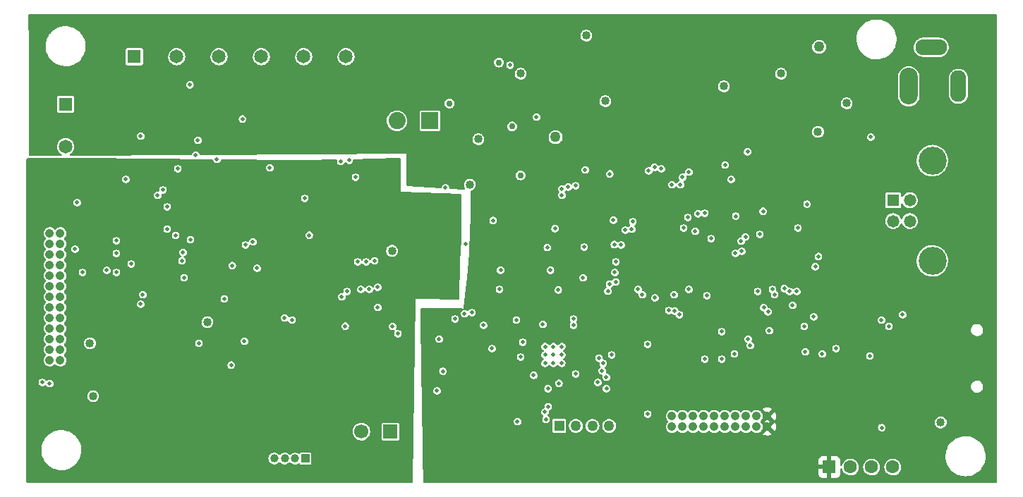
<source format=gbr>
%TF.GenerationSoftware,KiCad,Pcbnew,(6.0.5)*%
%TF.CreationDate,2022-05-28T08:22:01-07:00*%
%TF.ProjectId,Engine-Controller,456e6769-6e65-42d4-936f-6e74726f6c6c,1.0*%
%TF.SameCoordinates,Original*%
%TF.FileFunction,Copper,L3,Inr*%
%TF.FilePolarity,Positive*%
%FSLAX46Y46*%
G04 Gerber Fmt 4.6, Leading zero omitted, Abs format (unit mm)*
G04 Created by KiCad (PCBNEW (6.0.5)) date 2022-05-28 08:22:01*
%MOMM*%
%LPD*%
G01*
G04 APERTURE LIST*
%TA.AperFunction,ComponentPad*%
%ADD10O,2.200000X4.400000*%
%TD*%
%TA.AperFunction,ComponentPad*%
%ADD11O,1.900000X3.800000*%
%TD*%
%TA.AperFunction,ComponentPad*%
%ADD12O,3.800000X1.900000*%
%TD*%
%TA.AperFunction,ComponentPad*%
%ADD13R,1.478000X1.478000*%
%TD*%
%TA.AperFunction,ComponentPad*%
%ADD14C,1.478000*%
%TD*%
%TA.AperFunction,ComponentPad*%
%ADD15C,3.366000*%
%TD*%
%TA.AperFunction,ComponentPad*%
%ADD16C,1.066800*%
%TD*%
%TA.AperFunction,ComponentPad*%
%ADD17R,2.050000X2.050000*%
%TD*%
%TA.AperFunction,ComponentPad*%
%ADD18C,2.050000*%
%TD*%
%TA.AperFunction,ComponentPad*%
%ADD19R,1.700000X1.700000*%
%TD*%
%TA.AperFunction,ComponentPad*%
%ADD20C,1.700000*%
%TD*%
%TA.AperFunction,ComponentPad*%
%ADD21R,1.008000X1.008000*%
%TD*%
%TA.AperFunction,ComponentPad*%
%ADD22C,1.008000*%
%TD*%
%TA.AperFunction,ComponentPad*%
%ADD23R,1.650000X1.650000*%
%TD*%
%TA.AperFunction,ComponentPad*%
%ADD24C,1.650000*%
%TD*%
%TA.AperFunction,ComponentPad*%
%ADD25C,0.500000*%
%TD*%
%TA.AperFunction,ComponentPad*%
%ADD26R,1.258000X1.258000*%
%TD*%
%TA.AperFunction,ComponentPad*%
%ADD27C,1.258000*%
%TD*%
%TA.AperFunction,ComponentPad*%
%ADD28R,1.605000X1.605000*%
%TD*%
%TA.AperFunction,ComponentPad*%
%ADD29C,1.605000*%
%TD*%
%TA.AperFunction,ViaPad*%
%ADD30C,0.500000*%
%TD*%
%TA.AperFunction,ViaPad*%
%ADD31C,1.016000*%
%TD*%
%TA.AperFunction,ViaPad*%
%ADD32C,0.762000*%
%TD*%
%TA.AperFunction,ViaPad*%
%ADD33C,1.270000*%
%TD*%
G04 APERTURE END LIST*
D10*
%TO.N,Net-(D5-Pad2)*%
%TO.C,P1*%
X192443200Y-104546400D03*
D11*
%TO.N,Earth*%
X198398200Y-104546400D03*
D12*
X195148200Y-99856400D03*
%TD*%
D13*
%TO.N,5V_USB*%
%TO.C,P5*%
X190574500Y-118231600D03*
D14*
%TO.N,/Page2/D-*%
X190574500Y-120731600D03*
%TO.N,/Page2/D+*%
X192574500Y-120731600D03*
%TO.N,Earth*%
X192574500Y-118231600D03*
D15*
X195284500Y-125501600D03*
X195284500Y-113461600D03*
%TD*%
D16*
%TO.N,3.3V*%
%TO.C,P3*%
X175463200Y-144159350D03*
X175463200Y-145429350D03*
%TO.N,Earth*%
X174193200Y-144159350D03*
X174193200Y-145429350D03*
X172923200Y-144159350D03*
X172923200Y-145429350D03*
%TO.N,SWDIO*%
X171653200Y-144159350D03*
%TO.N,Earth*%
X171653200Y-145429350D03*
%TO.N,SWCLK*%
X170383200Y-144159350D03*
%TO.N,Earth*%
X170383200Y-145429350D03*
%TO.N,unconnected-(P3-Pad11)*%
X169113200Y-144159350D03*
%TO.N,Earth*%
X169113200Y-145429350D03*
%TO.N,SWO*%
X167843200Y-144159350D03*
%TO.N,Earth*%
X167843200Y-145429350D03*
%TO.N,NRST*%
X166573200Y-144159350D03*
%TO.N,Earth*%
X166573200Y-145429350D03*
%TO.N,unconnected-(P3-Pad17)*%
X165303200Y-144159350D03*
%TO.N,Earth*%
X165303200Y-145429350D03*
%TO.N,unconnected-(P3-Pad19)*%
X164033200Y-144159350D03*
%TO.N,Earth*%
X164033200Y-145429350D03*
%TD*%
%TO.N,5V*%
%TO.C,P8*%
X90627200Y-137439400D03*
X89357200Y-137439400D03*
X90627200Y-136169400D03*
X89357200Y-136169400D03*
%TO.N,PT1+*%
X90627200Y-134899400D03*
%TO.N,PT1-*%
X89357200Y-134899400D03*
%TO.N,PT2+*%
X90627200Y-133629400D03*
%TO.N,PT2-*%
X89357200Y-133629400D03*
%TO.N,PT3+*%
X90627200Y-132359400D03*
%TO.N,PT3-*%
X89357200Y-132359400D03*
%TO.N,PT4+*%
X90627200Y-131089400D03*
%TO.N,PT4-*%
X89357200Y-131089400D03*
%TO.N,PT5+*%
X90627200Y-129819400D03*
%TO.N,PT5-*%
X89357200Y-129819400D03*
%TO.N,PT6+*%
X90627200Y-128549400D03*
%TO.N,PT6-*%
X89357200Y-128549400D03*
%TO.N,PT7+*%
X90627200Y-127279400D03*
%TO.N,PT7-*%
X89357200Y-127279400D03*
%TO.N,PT8+*%
X90627200Y-126009400D03*
%TO.N,PT8-*%
X89357200Y-126009400D03*
%TO.N,Earth*%
X90627200Y-124739400D03*
X89357200Y-124739400D03*
X90627200Y-123469400D03*
X89357200Y-123469400D03*
X90627200Y-122199400D03*
X89357200Y-122199400D03*
%TD*%
D17*
%TO.N,V_HEAD*%
%TO.C,P7*%
X134991700Y-108682900D03*
D18*
%TO.N,Earth*%
X131031700Y-108682900D03*
%TD*%
D19*
%TO.N,/Sensors/TC+*%
%TO.C,P11*%
X130251200Y-146011900D03*
D20*
%TO.N,/Sensors/TC-*%
X126751199Y-146011900D03*
%TD*%
D21*
%TO.N,Earth*%
%TO.C,P17*%
X120061200Y-149250400D03*
D22*
%TO.N,/Sensors/LC+*%
X118811200Y-149250400D03*
%TO.N,/Sensors/LC-*%
X117561200Y-149250400D03*
%TO.N,5V*%
X116311200Y-149250400D03*
%TD*%
D23*
%TO.N,Net-(P10-Pad2)*%
%TO.C,P2*%
X99517200Y-100990400D03*
D24*
%TO.N,Net-(P2-Pad2)*%
X104597200Y-100990400D03*
%TO.N,SP_CONT*%
X109677200Y-100990400D03*
%TO.N,Earth*%
X114757200Y-100990400D03*
%TO.N,NOZ_CONT*%
X119837200Y-100990400D03*
%TO.N,Earth*%
X124917200Y-100990400D03*
%TD*%
D25*
%TO.N,N/C*%
%TO.C,U14*%
X148809200Y-135804400D03*
X149809200Y-135804400D03*
X150809200Y-135804400D03*
X148809200Y-136804400D03*
X149809200Y-136804400D03*
X150809200Y-136804400D03*
X148809200Y-137804400D03*
X149809200Y-137804400D03*
X150809200Y-137804400D03*
%TD*%
D26*
%TO.N,5V*%
%TO.C,P6*%
X150492200Y-145326400D03*
D27*
%TO.N,ValveCtrl_TX*%
X152492200Y-145326400D03*
%TO.N,ValveCtrl_RX*%
X154492200Y-145326400D03*
%TO.N,Earth*%
X156492200Y-145326400D03*
%TD*%
D28*
%TO.N,3.3V*%
%TO.C,P18*%
X182905400Y-150266400D03*
D29*
%TO.N,5V*%
X185445400Y-150266400D03*
%TO.N,VIN*%
X187985400Y-150266400D03*
%TO.N,Earth*%
X190525400Y-150266400D03*
%TD*%
D23*
%TO.N,VIN*%
%TO.C,P10*%
X91262200Y-106705400D03*
D24*
%TO.N,Net-(P10-Pad2)*%
X91262200Y-111785400D03*
%TD*%
D30*
%TO.N,Earth*%
X180035200Y-136423400D03*
D31*
X130441700Y-124294900D03*
D30*
X181610000Y-124968000D03*
X187909200Y-110642400D03*
X156540200Y-128295400D03*
D32*
X144856200Y-109372400D03*
D30*
X171692200Y-120128400D03*
D32*
X137337800Y-106603800D03*
D30*
X111137700Y-138010900D03*
D31*
X170256200Y-104546400D03*
D30*
X107264200Y-135407400D03*
D31*
X181559200Y-110007400D03*
D30*
X181229000Y-126212600D03*
D31*
X94564200Y-141757400D03*
X177114200Y-103022400D03*
D30*
X167970200Y-137312400D03*
D31*
X156032200Y-106324400D03*
D30*
X93294200Y-126898400D03*
X142570200Y-120650000D03*
X156794200Y-136804400D03*
X174967000Y-119546000D03*
X100279200Y-110515400D03*
D31*
X153746200Y-98450400D03*
D30*
X146126200Y-135280400D03*
X149072600Y-123901200D03*
X153492200Y-123850400D03*
X107137200Y-111023400D03*
D32*
X145858200Y-115228400D03*
D30*
X112499200Y-108455400D03*
D32*
X143261200Y-101681400D03*
D30*
X142443200Y-136042400D03*
X145491200Y-144805400D03*
X180242200Y-118690400D03*
X170408600Y-113995200D03*
X136093200Y-134899400D03*
X156564700Y-115062900D03*
X111261200Y-126069400D03*
X150381600Y-128993000D03*
D31*
X196285800Y-144912400D03*
D30*
%TO.N,3.3V*%
X156397200Y-124628400D03*
X135839200Y-144805400D03*
X183083200Y-132613400D03*
X145872200Y-131851400D03*
X149809200Y-140233400D03*
X117297200Y-109626400D03*
X187782200Y-113817400D03*
X101422200Y-112547400D03*
X157556200Y-134772400D03*
X187638600Y-137930800D03*
D31*
X141173200Y-112928400D03*
D30*
X169240200Y-134772400D03*
X140411200Y-101752400D03*
X171780200Y-119278400D03*
X155778200Y-118135400D03*
X159334200Y-110515400D03*
%TO.N,SWCLK*%
X166827200Y-121945400D03*
%TO.N,SWDIO*%
X168732200Y-122834400D03*
D31*
%TO.N,5V*%
X108280200Y-132867400D03*
D30*
X97358200Y-123088400D03*
D33*
X150063200Y-110642400D03*
D31*
X140792200Y-110896400D03*
X94183200Y-135407400D03*
D30*
X98501200Y-115722400D03*
D31*
X139776200Y-116357400D03*
D30*
%TO.N,SDA*%
X152222200Y-132486400D03*
X157111700Y-123532900D03*
%TO.N,SCL*%
X152222200Y-133248400D03*
X157937200Y-123596400D03*
D31*
%TO.N,A3.3V*%
X130886200Y-121183400D03*
D30*
X156342200Y-129128400D03*
X114249200Y-116865400D03*
X148539200Y-133121400D03*
X145364200Y-132613400D03*
X132918200Y-124866400D03*
X136728200Y-128803400D03*
X118694200Y-127914400D03*
%TO.N,/Sensors/TC-*%
X136552200Y-138758400D03*
X135839200Y-141122400D03*
%TO.N,/Sensors/TC+*%
X145872680Y-137057920D03*
X147433200Y-139254400D03*
%TO.N,SD_DAT2*%
X189179200Y-132613400D03*
X167970200Y-119786400D03*
%TO.N,SD_DAT3*%
X167144700Y-119849900D03*
X190068200Y-133375400D03*
%TO.N,SD_CMD*%
X165938200Y-120294400D03*
X187782200Y-136931400D03*
X179019200Y-129184400D03*
X176098200Y-128930400D03*
%TO.N,SD_CLK*%
X191719200Y-131978400D03*
X171145200Y-115722400D03*
%TO.N,SD_DAT0*%
X171653200Y-124612400D03*
X173177200Y-134899400D03*
%TO.N,SD_DAT1*%
X173431200Y-135661400D03*
X172415200Y-124358400D03*
%TO.N,PT1-*%
X102311200Y-117627400D03*
X89357200Y-140233400D03*
%TO.N,PT2-*%
X102946200Y-116992400D03*
X88468200Y-140106400D03*
%TO.N,PT4+*%
X97358200Y-126898400D03*
X99136200Y-125882400D03*
%TO.N,PT6-*%
X92659200Y-118516400D03*
%TO.N,PT7+*%
X92405200Y-124104400D03*
%TO.N,W_MISO*%
X157001200Y-120628400D03*
X149174200Y-143027400D03*
%TO.N,W_MOSI*%
X158445200Y-121818400D03*
X148793200Y-143662400D03*
%TO.N,W_SCK*%
X148920200Y-144551400D03*
X159207200Y-121691400D03*
%TO.N,SD_DETECT*%
X175043200Y-131128400D03*
X189214600Y-145532000D03*
%TO.N,FLASH_SS*%
X175559200Y-131628400D03*
%TO.N,FLASH_MISO*%
X175717200Y-133883400D03*
%TO.N,FLASH_SCK*%
X182067200Y-136677400D03*
%TO.N,FLASH_MOSI*%
X183718200Y-136042400D03*
X178511200Y-130835400D03*
%TO.N,FLASH_WP*%
X174320200Y-129184400D03*
X179908200Y-133375400D03*
%TO.N,W_SS*%
X161112200Y-135534400D03*
X161112200Y-143916400D03*
%TO.N,STATUS_B*%
X170002200Y-137312400D03*
X164922200Y-131978400D03*
%TO.N,STATUS_G*%
X164350700Y-131533900D03*
X171526200Y-136677400D03*
%TO.N,STATUS_R*%
X163652200Y-131470400D03*
X170002200Y-134010400D03*
%TO.N,FLASH_HOLD*%
X181051200Y-132232400D03*
X176352200Y-129565400D03*
%TO.N,Net-(R19-Pad2)*%
X106248200Y-122961400D03*
X120500200Y-122425400D03*
X110312200Y-130073400D03*
X124818200Y-133347400D03*
%TO.N,5V_BUCK*%
X173101000Y-112395000D03*
D31*
%TO.N,5V_USB*%
X184988200Y-106578400D03*
X145872200Y-103022400D03*
D30*
%TO.N,5V_SRC*%
X144602200Y-102006400D03*
X147777200Y-108229400D03*
%TO.N,Net-(R27-Pad1)*%
X114249200Y-126390400D03*
X105486200Y-127533400D03*
%TO.N,NRST*%
X162001200Y-129946400D03*
%TO.N,VIN*%
X106187199Y-104353401D03*
D33*
X181705250Y-99802950D03*
D30*
%TO.N,FIRE*%
X149999200Y-121628400D03*
X139268200Y-123469400D03*
X104724200Y-114452400D03*
X115773200Y-114325400D03*
%TO.N,PT*%
X143475200Y-126628400D03*
X149444200Y-126628400D03*
X143332200Y-128930400D03*
X112725200Y-135153400D03*
%TO.N,LC*%
X153365200Y-127533400D03*
X141427200Y-133248400D03*
%TO.N,SWO*%
X165430200Y-121564400D03*
%TO.N,TC_ALERT*%
X152476200Y-139090400D03*
X156159200Y-139471400D03*
%TO.N,TC_OC*%
X150459200Y-140218400D03*
X155143200Y-140106400D03*
%TO.N,TC_SC*%
X156174200Y-140853400D03*
X149159200Y-140853400D03*
%TO.N,PT_GAIN7*%
X168224200Y-129692400D03*
X159334200Y-120802400D03*
X153619200Y-114579400D03*
X136855200Y-116738400D03*
%TO.N,SP_CONT*%
X124282200Y-113563400D03*
X126695200Y-128930400D03*
X131140200Y-134264400D03*
X155651200Y-138709400D03*
X137998200Y-132486400D03*
X126314200Y-125628400D03*
%TO.N,NOZ_CONT*%
X139141200Y-131851400D03*
X155778200Y-137820400D03*
X130505200Y-133375400D03*
X125298200Y-113436400D03*
X127330200Y-125628400D03*
X127711200Y-128930400D03*
%TO.N,PT_MUX_A*%
X103454200Y-121691400D03*
X103454200Y-119024400D03*
X157302200Y-125628400D03*
%TO.N,~{USB_SUSPEND}*%
X179146200Y-121564400D03*
X174574200Y-122326400D03*
%TO.N,E_CONT*%
X140030200Y-131724400D03*
X106883200Y-112801400D03*
X128727200Y-131089400D03*
X126060200Y-115468400D03*
X128346200Y-125501400D03*
X155270200Y-137185400D03*
X128727200Y-128676400D03*
X109423200Y-113309400D03*
%TO.N,RX_USB*%
X172328200Y-123128400D03*
X177518600Y-128826800D03*
%TO.N,TX_USB*%
X172844200Y-122628400D03*
X178130200Y-129184400D03*
%TO.N,PT_MUX_B*%
X105359200Y-124485400D03*
X166065200Y-128930400D03*
X157175200Y-126898400D03*
X159969200Y-128930400D03*
%TO.N,PT_MUX_C*%
X164287200Y-129565400D03*
X157302200Y-128041400D03*
X104470200Y-122453400D03*
X160477200Y-129565400D03*
X105232200Y-125501400D03*
%TO.N,PT_GAIN0*%
X152476200Y-116484400D03*
X166065200Y-114833400D03*
%TO.N,PT_GAIN1*%
X165303200Y-115468400D03*
X125044200Y-129184400D03*
X151587200Y-116637760D03*
X117551200Y-132359400D03*
%TO.N,PT_GAIN2*%
X124409200Y-129819400D03*
X165049200Y-116357400D03*
X150825200Y-116865400D03*
X118440200Y-132613400D03*
%TO.N,PT_GAIN3*%
X150825200Y-117627400D03*
X164033200Y-116357400D03*
%TO.N,PT_GAIN4*%
X162763200Y-114452400D03*
X119964200Y-118008400D03*
%TO.N,PT_GAIN5*%
X161937700Y-114261900D03*
X113741200Y-123215400D03*
%TO.N,PT_GAIN6*%
X161239200Y-114706400D03*
X112852200Y-123596400D03*
%TO.N,PT-*%
X100533200Y-129565400D03*
X97358200Y-124612400D03*
%TO.N,PT+*%
X100279200Y-130708400D03*
X96215200Y-126644400D03*
%TD*%
%TA.AperFunction,Conductor*%
%TO.N,3.3V*%
G36*
X202938421Y-95880102D02*
G01*
X202984914Y-95933758D01*
X202996300Y-95986100D01*
X202996300Y-152070300D01*
X202976298Y-152138421D01*
X202922642Y-152184914D01*
X202870300Y-152196300D01*
X134307842Y-152196300D01*
X134239721Y-152176298D01*
X134193228Y-152122642D01*
X134181862Y-152072563D01*
X134164635Y-151113569D01*
X181594901Y-151113569D01*
X181595271Y-151120390D01*
X181600795Y-151171252D01*
X181604421Y-151186504D01*
X181649576Y-151306954D01*
X181658114Y-151322549D01*
X181734615Y-151424624D01*
X181747176Y-151437185D01*
X181849251Y-151513686D01*
X181864846Y-151522224D01*
X181985294Y-151567378D01*
X182000549Y-151571005D01*
X182051414Y-151576531D01*
X182058228Y-151576900D01*
X182633285Y-151576900D01*
X182648524Y-151572425D01*
X182649729Y-151571035D01*
X182651400Y-151563352D01*
X182651400Y-151558784D01*
X183159400Y-151558784D01*
X183163875Y-151574023D01*
X183165265Y-151575228D01*
X183172948Y-151576899D01*
X183752569Y-151576899D01*
X183759390Y-151576529D01*
X183810252Y-151571005D01*
X183825504Y-151567379D01*
X183945954Y-151522224D01*
X183961549Y-151513686D01*
X184063624Y-151437185D01*
X184076185Y-151424624D01*
X184152686Y-151322549D01*
X184161224Y-151306954D01*
X184206378Y-151186506D01*
X184210005Y-151171251D01*
X184215531Y-151120386D01*
X184215900Y-151113572D01*
X184215900Y-150525767D01*
X184235902Y-150457646D01*
X184289558Y-150411153D01*
X184359832Y-150401049D01*
X184424412Y-150430543D01*
X184463019Y-150491037D01*
X184505332Y-150638599D01*
X184508147Y-150644076D01*
X184578299Y-150780577D01*
X184595529Y-150814104D01*
X184718098Y-150968748D01*
X184722785Y-150972737D01*
X184722788Y-150972740D01*
X184863677Y-151092646D01*
X184868369Y-151096639D01*
X184873747Y-151099645D01*
X184873749Y-151099646D01*
X184910867Y-151120390D01*
X185040620Y-151192906D01*
X185228288Y-151253883D01*
X185424226Y-151277247D01*
X185430361Y-151276775D01*
X185430363Y-151276775D01*
X185614829Y-151262582D01*
X185614834Y-151262581D01*
X185620970Y-151262109D01*
X185626902Y-151260453D01*
X185626906Y-151260452D01*
X185706255Y-151238297D01*
X185811027Y-151209044D01*
X185816531Y-151206264D01*
X185816533Y-151206263D01*
X185981657Y-151122853D01*
X185981659Y-151122852D01*
X185987158Y-151120074D01*
X186142653Y-150998588D01*
X186271590Y-150849213D01*
X186350825Y-150709734D01*
X186366014Y-150682996D01*
X186366015Y-150682995D01*
X186369057Y-150677639D01*
X186383275Y-150634900D01*
X186400098Y-150584327D01*
X186431343Y-150490401D01*
X186452923Y-150319585D01*
X186455633Y-150298134D01*
X186455634Y-150298124D01*
X186456075Y-150294631D01*
X186456469Y-150266400D01*
X186455085Y-150252283D01*
X186974430Y-150252283D01*
X186990941Y-150448917D01*
X187016633Y-150538515D01*
X187043634Y-150632677D01*
X187045332Y-150638599D01*
X187048147Y-150644076D01*
X187118299Y-150780577D01*
X187135529Y-150814104D01*
X187258098Y-150968748D01*
X187262785Y-150972737D01*
X187262788Y-150972740D01*
X187403677Y-151092646D01*
X187408369Y-151096639D01*
X187413747Y-151099645D01*
X187413749Y-151099646D01*
X187450867Y-151120390D01*
X187580620Y-151192906D01*
X187768288Y-151253883D01*
X187964226Y-151277247D01*
X187970361Y-151276775D01*
X187970363Y-151276775D01*
X188154829Y-151262582D01*
X188154834Y-151262581D01*
X188160970Y-151262109D01*
X188166902Y-151260453D01*
X188166906Y-151260452D01*
X188246255Y-151238297D01*
X188351027Y-151209044D01*
X188356531Y-151206264D01*
X188356533Y-151206263D01*
X188521657Y-151122853D01*
X188521659Y-151122852D01*
X188527158Y-151120074D01*
X188682653Y-150998588D01*
X188811590Y-150849213D01*
X188890825Y-150709734D01*
X188906014Y-150682996D01*
X188906015Y-150682995D01*
X188909057Y-150677639D01*
X188923275Y-150634900D01*
X188940098Y-150584327D01*
X188971343Y-150490401D01*
X188992923Y-150319585D01*
X188995633Y-150298134D01*
X188995634Y-150298124D01*
X188996075Y-150294631D01*
X188996469Y-150266400D01*
X188995085Y-150252283D01*
X189514430Y-150252283D01*
X189530941Y-150448917D01*
X189556633Y-150538515D01*
X189583634Y-150632677D01*
X189585332Y-150638599D01*
X189588147Y-150644076D01*
X189658299Y-150780577D01*
X189675529Y-150814104D01*
X189798098Y-150968748D01*
X189802785Y-150972737D01*
X189802788Y-150972740D01*
X189943677Y-151092646D01*
X189948369Y-151096639D01*
X189953747Y-151099645D01*
X189953749Y-151099646D01*
X189990867Y-151120390D01*
X190120620Y-151192906D01*
X190308288Y-151253883D01*
X190504226Y-151277247D01*
X190510361Y-151276775D01*
X190510363Y-151276775D01*
X190694829Y-151262582D01*
X190694834Y-151262581D01*
X190700970Y-151262109D01*
X190706902Y-151260453D01*
X190706906Y-151260452D01*
X190786255Y-151238297D01*
X190891027Y-151209044D01*
X190896531Y-151206264D01*
X190896533Y-151206263D01*
X191061657Y-151122853D01*
X191061659Y-151122852D01*
X191067158Y-151120074D01*
X191222653Y-150998588D01*
X191351590Y-150849213D01*
X191430825Y-150709734D01*
X191446014Y-150682996D01*
X191446015Y-150682995D01*
X191449057Y-150677639D01*
X191463275Y-150634900D01*
X191480098Y-150584327D01*
X191511343Y-150490401D01*
X191532923Y-150319585D01*
X191535633Y-150298134D01*
X191535634Y-150298124D01*
X191536075Y-150294631D01*
X191536469Y-150266400D01*
X191517213Y-150070016D01*
X191515432Y-150064117D01*
X191515431Y-150064112D01*
X191461961Y-149887011D01*
X191460180Y-149881112D01*
X191401144Y-149770081D01*
X191370435Y-149712325D01*
X191370433Y-149712322D01*
X191367541Y-149706883D01*
X191363651Y-149702113D01*
X191363648Y-149702109D01*
X191246720Y-149558741D01*
X191246717Y-149558738D01*
X191242825Y-149553966D01*
X191238076Y-149550037D01*
X191095533Y-149432115D01*
X191095529Y-149432113D01*
X191090783Y-149428186D01*
X190939330Y-149346296D01*
X190922624Y-149337263D01*
X190917205Y-149334333D01*
X190728704Y-149275982D01*
X190722579Y-149275338D01*
X190722578Y-149275338D01*
X190538587Y-149256000D01*
X190538586Y-149256000D01*
X190532459Y-149255356D01*
X190449889Y-149262870D01*
X190342084Y-149272681D01*
X190342081Y-149272682D01*
X190335945Y-149273240D01*
X190330039Y-149274978D01*
X190330035Y-149274979D01*
X190152559Y-149327213D01*
X190146647Y-149328953D01*
X190141182Y-149331810D01*
X190113477Y-149346294D01*
X189971776Y-149420374D01*
X189966975Y-149424234D01*
X189966972Y-149424236D01*
X189957173Y-149432115D01*
X189817992Y-149544019D01*
X189814033Y-149548737D01*
X189814032Y-149548738D01*
X189785295Y-149582985D01*
X189691153Y-149695179D01*
X189596091Y-149868098D01*
X189594227Y-149873973D01*
X189594226Y-149873976D01*
X189567984Y-149956702D01*
X189536425Y-150056187D01*
X189514430Y-150252283D01*
X188995085Y-150252283D01*
X188977213Y-150070016D01*
X188975432Y-150064117D01*
X188975431Y-150064112D01*
X188921961Y-149887011D01*
X188920180Y-149881112D01*
X188861144Y-149770081D01*
X188830435Y-149712325D01*
X188830433Y-149712322D01*
X188827541Y-149706883D01*
X188823651Y-149702113D01*
X188823648Y-149702109D01*
X188706720Y-149558741D01*
X188706717Y-149558738D01*
X188702825Y-149553966D01*
X188698076Y-149550037D01*
X188555533Y-149432115D01*
X188555529Y-149432113D01*
X188550783Y-149428186D01*
X188399330Y-149346296D01*
X188382624Y-149337263D01*
X188377205Y-149334333D01*
X188188704Y-149275982D01*
X188182579Y-149275338D01*
X188182578Y-149275338D01*
X187998587Y-149256000D01*
X187998586Y-149256000D01*
X187992459Y-149255356D01*
X187909889Y-149262870D01*
X187802084Y-149272681D01*
X187802081Y-149272682D01*
X187795945Y-149273240D01*
X187790039Y-149274978D01*
X187790035Y-149274979D01*
X187612559Y-149327213D01*
X187606647Y-149328953D01*
X187601182Y-149331810D01*
X187573477Y-149346294D01*
X187431776Y-149420374D01*
X187426975Y-149424234D01*
X187426972Y-149424236D01*
X187417173Y-149432115D01*
X187277992Y-149544019D01*
X187274033Y-149548737D01*
X187274032Y-149548738D01*
X187245295Y-149582985D01*
X187151153Y-149695179D01*
X187056091Y-149868098D01*
X187054227Y-149873973D01*
X187054226Y-149873976D01*
X187027984Y-149956702D01*
X186996425Y-150056187D01*
X186974430Y-150252283D01*
X186455085Y-150252283D01*
X186437213Y-150070016D01*
X186435432Y-150064117D01*
X186435431Y-150064112D01*
X186381961Y-149887011D01*
X186380180Y-149881112D01*
X186321144Y-149770081D01*
X186290435Y-149712325D01*
X186290433Y-149712322D01*
X186287541Y-149706883D01*
X186283651Y-149702113D01*
X186283648Y-149702109D01*
X186166720Y-149558741D01*
X186166717Y-149558738D01*
X186162825Y-149553966D01*
X186158076Y-149550037D01*
X186015533Y-149432115D01*
X186015529Y-149432113D01*
X186010783Y-149428186D01*
X185859330Y-149346296D01*
X185842624Y-149337263D01*
X185837205Y-149334333D01*
X185648704Y-149275982D01*
X185642579Y-149275338D01*
X185642578Y-149275338D01*
X185458587Y-149256000D01*
X185458586Y-149256000D01*
X185452459Y-149255356D01*
X185369889Y-149262870D01*
X185262084Y-149272681D01*
X185262081Y-149272682D01*
X185255945Y-149273240D01*
X185250039Y-149274978D01*
X185250035Y-149274979D01*
X185072559Y-149327213D01*
X185066647Y-149328953D01*
X185061182Y-149331810D01*
X185033477Y-149346294D01*
X184891776Y-149420374D01*
X184886975Y-149424234D01*
X184886972Y-149424236D01*
X184877173Y-149432115D01*
X184737992Y-149544019D01*
X184734033Y-149548737D01*
X184734032Y-149548738D01*
X184705295Y-149582985D01*
X184611153Y-149695179D01*
X184516091Y-149868098D01*
X184514227Y-149873973D01*
X184514226Y-149873976D01*
X184462001Y-150038608D01*
X184422337Y-150097492D01*
X184357135Y-150125584D01*
X184287095Y-150113966D01*
X184234456Y-150066326D01*
X184215899Y-150000509D01*
X184215899Y-149419231D01*
X184215529Y-149412410D01*
X184210005Y-149361548D01*
X184206379Y-149346296D01*
X184161224Y-149225846D01*
X184152686Y-149210251D01*
X184076185Y-149108176D01*
X184063624Y-149095615D01*
X183961549Y-149019114D01*
X183945954Y-149010576D01*
X183825506Y-148965422D01*
X183810251Y-148961795D01*
X183759386Y-148956269D01*
X183752572Y-148955900D01*
X183177515Y-148955900D01*
X183162276Y-148960375D01*
X183161071Y-148961765D01*
X183159400Y-148969448D01*
X183159400Y-151558784D01*
X182651400Y-151558784D01*
X182651400Y-150538515D01*
X182646925Y-150523276D01*
X182645535Y-150522071D01*
X182637852Y-150520400D01*
X181613016Y-150520400D01*
X181597777Y-150524875D01*
X181596572Y-150526265D01*
X181594901Y-150533948D01*
X181594901Y-151113569D01*
X134164635Y-151113569D01*
X134144528Y-149994285D01*
X181594900Y-149994285D01*
X181599375Y-150009524D01*
X181600765Y-150010729D01*
X181608448Y-150012400D01*
X182633285Y-150012400D01*
X182648524Y-150007925D01*
X182649729Y-150006535D01*
X182651400Y-149998852D01*
X182651400Y-148974016D01*
X182646925Y-148958777D01*
X182645535Y-148957572D01*
X182637852Y-148955901D01*
X182058231Y-148955901D01*
X182051410Y-148956271D01*
X182000548Y-148961795D01*
X181985296Y-148965421D01*
X181864846Y-149010576D01*
X181849251Y-149019114D01*
X181747176Y-149095615D01*
X181734615Y-149108176D01*
X181658114Y-149210251D01*
X181649576Y-149225846D01*
X181604422Y-149346294D01*
X181600795Y-149361549D01*
X181595269Y-149412414D01*
X181594900Y-149419228D01*
X181594900Y-149994285D01*
X134144528Y-149994285D01*
X134124336Y-148870271D01*
X196859668Y-148870271D01*
X196859755Y-148874273D01*
X196859755Y-148874280D01*
X196864585Y-149095615D01*
X196866349Y-149176465D01*
X196911883Y-149479330D01*
X196912979Y-149483190D01*
X196912980Y-149483195D01*
X196930249Y-149544019D01*
X196995531Y-149773953D01*
X197115937Y-150055560D01*
X197271149Y-150319585D01*
X197458651Y-150561747D01*
X197675404Y-150778122D01*
X197678585Y-150780576D01*
X197678586Y-150780577D01*
X197914701Y-150962739D01*
X197914705Y-150962742D01*
X197917894Y-150965202D01*
X197921373Y-150967239D01*
X198175913Y-151116278D01*
X198182189Y-151119953D01*
X198185874Y-151121521D01*
X198185878Y-151121523D01*
X198189004Y-151122853D01*
X198464006Y-151239867D01*
X198758775Y-151323001D01*
X198979338Y-151355768D01*
X199058419Y-151367516D01*
X199058421Y-151367516D01*
X199061718Y-151368006D01*
X199065049Y-151368146D01*
X199065053Y-151368146D01*
X199101737Y-151369683D01*
X199145084Y-151371500D01*
X199340474Y-151371500D01*
X199463915Y-151363626D01*
X199564639Y-151357201D01*
X199564644Y-151357200D01*
X199568647Y-151356945D01*
X199572584Y-151356183D01*
X199572586Y-151356183D01*
X199865401Y-151299530D01*
X199865405Y-151299529D01*
X199869338Y-151298768D01*
X200160200Y-151202856D01*
X200436518Y-151070763D01*
X200693812Y-150904631D01*
X200795397Y-150818937D01*
X200924849Y-150709734D01*
X200927910Y-150707152D01*
X201135019Y-150481529D01*
X201171053Y-150430543D01*
X201287057Y-150266400D01*
X201311780Y-150231418D01*
X201455328Y-149960874D01*
X201470298Y-149921152D01*
X201561919Y-149678044D01*
X201561921Y-149678038D01*
X201563336Y-149674283D01*
X201587123Y-149574049D01*
X201633124Y-149380207D01*
X201633125Y-149380202D01*
X201634053Y-149376291D01*
X201666332Y-149071729D01*
X201664101Y-148969448D01*
X201659739Y-148769552D01*
X201659739Y-148769547D01*
X201659651Y-148765535D01*
X201614117Y-148462670D01*
X201607643Y-148439865D01*
X201531568Y-148171919D01*
X201530469Y-148168047D01*
X201410063Y-147886440D01*
X201254851Y-147622415D01*
X201067349Y-147380253D01*
X200850596Y-147163878D01*
X200723210Y-147065600D01*
X200611299Y-146979261D01*
X200611295Y-146979258D01*
X200608106Y-146976798D01*
X200431538Y-146873413D01*
X200347275Y-146824075D01*
X200347272Y-146824073D01*
X200343811Y-146822047D01*
X200340126Y-146820479D01*
X200340122Y-146820477D01*
X200153051Y-146740878D01*
X200061994Y-146702133D01*
X199801439Y-146628648D01*
X199771097Y-146620091D01*
X199767225Y-146618999D01*
X199537014Y-146584799D01*
X199467581Y-146574484D01*
X199467579Y-146574484D01*
X199464282Y-146573994D01*
X199460951Y-146573854D01*
X199460947Y-146573854D01*
X199424263Y-146572317D01*
X199380916Y-146570500D01*
X199185526Y-146570500D01*
X199062085Y-146578374D01*
X198961361Y-146584799D01*
X198961356Y-146584800D01*
X198957353Y-146585055D01*
X198953416Y-146585817D01*
X198953414Y-146585817D01*
X198660599Y-146642470D01*
X198660595Y-146642471D01*
X198656662Y-146643232D01*
X198365800Y-146739144D01*
X198089482Y-146871237D01*
X197832188Y-147037369D01*
X197829123Y-147039954D01*
X197829121Y-147039956D01*
X197798722Y-147065600D01*
X197598090Y-147234848D01*
X197390981Y-147460471D01*
X197214220Y-147710582D01*
X197070672Y-147981126D01*
X197069257Y-147984882D01*
X197069256Y-147984883D01*
X196998768Y-148171919D01*
X196962664Y-148267717D01*
X196961735Y-148271632D01*
X196894603Y-148554519D01*
X196891947Y-148565709D01*
X196859668Y-148870271D01*
X134124336Y-148870271D01*
X134078577Y-146323028D01*
X174934352Y-146323028D01*
X174939262Y-146329586D01*
X175038881Y-146385263D01*
X175050119Y-146390172D01*
X175232634Y-146449474D01*
X175244608Y-146452107D01*
X175435173Y-146474830D01*
X175447422Y-146475087D01*
X175638772Y-146460363D01*
X175650842Y-146458235D01*
X175835686Y-146406626D01*
X175847118Y-146402192D01*
X175983568Y-146333266D01*
X175993854Y-146323619D01*
X175991616Y-146316976D01*
X175476012Y-145801372D01*
X175462068Y-145793758D01*
X175460235Y-145793889D01*
X175453620Y-145798140D01*
X174941112Y-146310648D01*
X174934352Y-146323028D01*
X134078577Y-146323028D01*
X134072333Y-145975464D01*
X149659500Y-145975464D01*
X149671319Y-146034880D01*
X149716340Y-146102260D01*
X149726655Y-146109152D01*
X149764797Y-146134637D01*
X149783720Y-146147281D01*
X149843136Y-146159100D01*
X151141264Y-146159100D01*
X151200680Y-146147281D01*
X151219604Y-146134637D01*
X151257745Y-146109152D01*
X151268060Y-146102260D01*
X151313081Y-146034880D01*
X151324900Y-145975464D01*
X151324900Y-145326400D01*
X151654913Y-145326400D01*
X151655603Y-145332965D01*
X151672285Y-145491677D01*
X151673210Y-145500482D01*
X151675250Y-145506760D01*
X151675250Y-145506761D01*
X151688648Y-145547996D01*
X151727300Y-145666955D01*
X151730603Y-145672677D01*
X151730604Y-145672678D01*
X151761902Y-145726886D01*
X151814821Y-145818545D01*
X151819239Y-145823452D01*
X151819240Y-145823453D01*
X151927524Y-145943715D01*
X151931946Y-145948626D01*
X151937288Y-145952507D01*
X151937290Y-145952509D01*
X152068214Y-146047631D01*
X152073556Y-146051512D01*
X152079585Y-146054196D01*
X152079588Y-146054198D01*
X152227428Y-146120020D01*
X152227431Y-146120021D01*
X152233464Y-146122707D01*
X152270197Y-146130515D01*
X152398223Y-146157728D01*
X152398227Y-146157728D01*
X152404680Y-146159100D01*
X152579720Y-146159100D01*
X152586173Y-146157728D01*
X152586177Y-146157728D01*
X152714203Y-146130515D01*
X152750936Y-146122707D01*
X152756969Y-146120021D01*
X152756972Y-146120020D01*
X152904812Y-146054198D01*
X152904815Y-146054196D01*
X152910844Y-146051512D01*
X152916186Y-146047631D01*
X153047110Y-145952509D01*
X153047112Y-145952507D01*
X153052454Y-145948626D01*
X153056876Y-145943715D01*
X153165160Y-145823453D01*
X153165161Y-145823452D01*
X153169579Y-145818545D01*
X153222498Y-145726886D01*
X153253796Y-145672678D01*
X153253797Y-145672677D01*
X153257100Y-145666955D01*
X153295752Y-145547996D01*
X153309150Y-145506761D01*
X153309150Y-145506760D01*
X153311190Y-145500482D01*
X153312116Y-145491677D01*
X153328797Y-145332965D01*
X153329487Y-145326400D01*
X153654913Y-145326400D01*
X153655603Y-145332965D01*
X153672285Y-145491677D01*
X153673210Y-145500482D01*
X153675250Y-145506760D01*
X153675250Y-145506761D01*
X153688648Y-145547996D01*
X153727300Y-145666955D01*
X153730603Y-145672677D01*
X153730604Y-145672678D01*
X153761902Y-145726886D01*
X153814821Y-145818545D01*
X153819239Y-145823452D01*
X153819240Y-145823453D01*
X153927524Y-145943715D01*
X153931946Y-145948626D01*
X153937288Y-145952507D01*
X153937290Y-145952509D01*
X154068214Y-146047631D01*
X154073556Y-146051512D01*
X154079585Y-146054196D01*
X154079588Y-146054198D01*
X154227428Y-146120020D01*
X154227431Y-146120021D01*
X154233464Y-146122707D01*
X154270197Y-146130515D01*
X154398223Y-146157728D01*
X154398227Y-146157728D01*
X154404680Y-146159100D01*
X154579720Y-146159100D01*
X154586173Y-146157728D01*
X154586177Y-146157728D01*
X154714203Y-146130515D01*
X154750936Y-146122707D01*
X154756969Y-146120021D01*
X154756972Y-146120020D01*
X154904812Y-146054198D01*
X154904815Y-146054196D01*
X154910844Y-146051512D01*
X154916186Y-146047631D01*
X155047110Y-145952509D01*
X155047112Y-145952507D01*
X155052454Y-145948626D01*
X155056876Y-145943715D01*
X155165160Y-145823453D01*
X155165161Y-145823452D01*
X155169579Y-145818545D01*
X155222498Y-145726886D01*
X155253796Y-145672678D01*
X155253797Y-145672677D01*
X155257100Y-145666955D01*
X155295752Y-145547996D01*
X155309150Y-145506761D01*
X155309150Y-145506760D01*
X155311190Y-145500482D01*
X155312116Y-145491677D01*
X155328797Y-145332965D01*
X155329487Y-145326400D01*
X155654913Y-145326400D01*
X155655603Y-145332965D01*
X155672285Y-145491677D01*
X155673210Y-145500482D01*
X155675250Y-145506760D01*
X155675250Y-145506761D01*
X155688648Y-145547996D01*
X155727300Y-145666955D01*
X155730603Y-145672677D01*
X155730604Y-145672678D01*
X155761902Y-145726886D01*
X155814821Y-145818545D01*
X155819239Y-145823452D01*
X155819240Y-145823453D01*
X155927524Y-145943715D01*
X155931946Y-145948626D01*
X155937288Y-145952507D01*
X155937290Y-145952509D01*
X156068214Y-146047631D01*
X156073556Y-146051512D01*
X156079585Y-146054196D01*
X156079588Y-146054198D01*
X156227428Y-146120020D01*
X156227431Y-146120021D01*
X156233464Y-146122707D01*
X156270197Y-146130515D01*
X156398223Y-146157728D01*
X156398227Y-146157728D01*
X156404680Y-146159100D01*
X156579720Y-146159100D01*
X156586173Y-146157728D01*
X156586177Y-146157728D01*
X156714203Y-146130515D01*
X156750936Y-146122707D01*
X156756969Y-146120021D01*
X156756972Y-146120020D01*
X156904812Y-146054198D01*
X156904815Y-146054196D01*
X156910844Y-146051512D01*
X156916186Y-146047631D01*
X157047110Y-145952509D01*
X157047112Y-145952507D01*
X157052454Y-145948626D01*
X157056876Y-145943715D01*
X157165160Y-145823453D01*
X157165161Y-145823452D01*
X157169579Y-145818545D01*
X157222498Y-145726886D01*
X157253796Y-145672678D01*
X157253797Y-145672677D01*
X157257100Y-145666955D01*
X157295752Y-145547996D01*
X157309150Y-145506761D01*
X157309150Y-145506760D01*
X157311190Y-145500482D01*
X157312116Y-145491677D01*
X157319755Y-145418993D01*
X163291508Y-145418993D01*
X163307645Y-145583571D01*
X163359843Y-145740484D01*
X163363490Y-145746506D01*
X163363491Y-145746508D01*
X163436361Y-145866830D01*
X163445508Y-145881934D01*
X163450397Y-145886997D01*
X163450398Y-145886998D01*
X163509685Y-145948391D01*
X163560382Y-146000889D01*
X163566274Y-146004744D01*
X163566278Y-146004748D01*
X163622385Y-146041463D01*
X163698755Y-146091438D01*
X163853751Y-146149080D01*
X163860732Y-146150011D01*
X163860734Y-146150012D01*
X164010685Y-146170020D01*
X164010689Y-146170020D01*
X164017666Y-146170951D01*
X164024678Y-146170313D01*
X164024681Y-146170313D01*
X164175334Y-146156603D01*
X164175337Y-146156602D01*
X164182352Y-146155964D01*
X164280480Y-146124080D01*
X164332930Y-146107038D01*
X164332932Y-146107037D01*
X164339626Y-146104862D01*
X164445979Y-146041463D01*
X164475618Y-146023795D01*
X164475620Y-146023794D01*
X164481670Y-146020187D01*
X164535131Y-145969277D01*
X164582425Y-145924240D01*
X164645550Y-145891748D01*
X164716221Y-145898542D01*
X164759954Y-145927959D01*
X164830382Y-146000889D01*
X164836274Y-146004744D01*
X164836278Y-146004748D01*
X164892385Y-146041463D01*
X164968755Y-146091438D01*
X165123751Y-146149080D01*
X165130732Y-146150011D01*
X165130734Y-146150012D01*
X165280685Y-146170020D01*
X165280689Y-146170020D01*
X165287666Y-146170951D01*
X165294678Y-146170313D01*
X165294681Y-146170313D01*
X165445334Y-146156603D01*
X165445337Y-146156602D01*
X165452352Y-146155964D01*
X165550480Y-146124080D01*
X165602930Y-146107038D01*
X165602932Y-146107037D01*
X165609626Y-146104862D01*
X165715979Y-146041463D01*
X165745618Y-146023795D01*
X165745620Y-146023794D01*
X165751670Y-146020187D01*
X165805131Y-145969277D01*
X165852425Y-145924240D01*
X165915550Y-145891748D01*
X165986221Y-145898542D01*
X166029954Y-145927959D01*
X166100382Y-146000889D01*
X166106274Y-146004744D01*
X166106278Y-146004748D01*
X166162385Y-146041463D01*
X166238755Y-146091438D01*
X166393751Y-146149080D01*
X166400732Y-146150011D01*
X166400734Y-146150012D01*
X166550685Y-146170020D01*
X166550689Y-146170020D01*
X166557666Y-146170951D01*
X166564678Y-146170313D01*
X166564681Y-146170313D01*
X166715334Y-146156603D01*
X166715337Y-146156602D01*
X166722352Y-146155964D01*
X166820480Y-146124080D01*
X166872930Y-146107038D01*
X166872932Y-146107037D01*
X166879626Y-146104862D01*
X166985979Y-146041463D01*
X167015618Y-146023795D01*
X167015620Y-146023794D01*
X167021670Y-146020187D01*
X167075131Y-145969277D01*
X167122425Y-145924240D01*
X167185550Y-145891748D01*
X167256221Y-145898542D01*
X167299954Y-145927959D01*
X167370382Y-146000889D01*
X167376274Y-146004744D01*
X167376278Y-146004748D01*
X167432385Y-146041463D01*
X167508755Y-146091438D01*
X167663751Y-146149080D01*
X167670732Y-146150011D01*
X167670734Y-146150012D01*
X167820685Y-146170020D01*
X167820689Y-146170020D01*
X167827666Y-146170951D01*
X167834678Y-146170313D01*
X167834681Y-146170313D01*
X167985334Y-146156603D01*
X167985337Y-146156602D01*
X167992352Y-146155964D01*
X168090480Y-146124080D01*
X168142930Y-146107038D01*
X168142932Y-146107037D01*
X168149626Y-146104862D01*
X168255979Y-146041463D01*
X168285618Y-146023795D01*
X168285620Y-146023794D01*
X168291670Y-146020187D01*
X168345131Y-145969277D01*
X168392425Y-145924240D01*
X168455550Y-145891748D01*
X168526221Y-145898542D01*
X168569954Y-145927959D01*
X168640382Y-146000889D01*
X168646274Y-146004744D01*
X168646278Y-146004748D01*
X168702385Y-146041463D01*
X168778755Y-146091438D01*
X168933751Y-146149080D01*
X168940732Y-146150011D01*
X168940734Y-146150012D01*
X169090685Y-146170020D01*
X169090689Y-146170020D01*
X169097666Y-146170951D01*
X169104678Y-146170313D01*
X169104681Y-146170313D01*
X169255334Y-146156603D01*
X169255337Y-146156602D01*
X169262352Y-146155964D01*
X169360480Y-146124080D01*
X169412930Y-146107038D01*
X169412932Y-146107037D01*
X169419626Y-146104862D01*
X169525979Y-146041463D01*
X169555618Y-146023795D01*
X169555620Y-146023794D01*
X169561670Y-146020187D01*
X169615131Y-145969277D01*
X169662425Y-145924240D01*
X169725550Y-145891748D01*
X169796221Y-145898542D01*
X169839954Y-145927959D01*
X169910382Y-146000889D01*
X169916274Y-146004744D01*
X169916278Y-146004748D01*
X169972385Y-146041463D01*
X170048755Y-146091438D01*
X170203751Y-146149080D01*
X170210732Y-146150011D01*
X170210734Y-146150012D01*
X170360685Y-146170020D01*
X170360689Y-146170020D01*
X170367666Y-146170951D01*
X170374678Y-146170313D01*
X170374681Y-146170313D01*
X170525334Y-146156603D01*
X170525337Y-146156602D01*
X170532352Y-146155964D01*
X170630480Y-146124080D01*
X170682930Y-146107038D01*
X170682932Y-146107037D01*
X170689626Y-146104862D01*
X170795979Y-146041463D01*
X170825618Y-146023795D01*
X170825620Y-146023794D01*
X170831670Y-146020187D01*
X170885131Y-145969277D01*
X170932425Y-145924240D01*
X170995550Y-145891748D01*
X171066221Y-145898542D01*
X171109954Y-145927959D01*
X171180382Y-146000889D01*
X171186274Y-146004744D01*
X171186278Y-146004748D01*
X171242385Y-146041463D01*
X171318755Y-146091438D01*
X171473751Y-146149080D01*
X171480732Y-146150011D01*
X171480734Y-146150012D01*
X171630685Y-146170020D01*
X171630689Y-146170020D01*
X171637666Y-146170951D01*
X171644678Y-146170313D01*
X171644681Y-146170313D01*
X171795334Y-146156603D01*
X171795337Y-146156602D01*
X171802352Y-146155964D01*
X171900480Y-146124080D01*
X171952930Y-146107038D01*
X171952932Y-146107037D01*
X171959626Y-146104862D01*
X172065979Y-146041463D01*
X172095618Y-146023795D01*
X172095620Y-146023794D01*
X172101670Y-146020187D01*
X172155131Y-145969277D01*
X172202425Y-145924240D01*
X172265550Y-145891748D01*
X172336221Y-145898542D01*
X172379954Y-145927959D01*
X172450382Y-146000889D01*
X172456274Y-146004744D01*
X172456278Y-146004748D01*
X172512385Y-146041463D01*
X172588755Y-146091438D01*
X172743751Y-146149080D01*
X172750732Y-146150011D01*
X172750734Y-146150012D01*
X172900685Y-146170020D01*
X172900689Y-146170020D01*
X172907666Y-146170951D01*
X172914678Y-146170313D01*
X172914681Y-146170313D01*
X173065334Y-146156603D01*
X173065337Y-146156602D01*
X173072352Y-146155964D01*
X173170480Y-146124080D01*
X173222930Y-146107038D01*
X173222932Y-146107037D01*
X173229626Y-146104862D01*
X173335979Y-146041463D01*
X173365618Y-146023795D01*
X173365620Y-146023794D01*
X173371670Y-146020187D01*
X173425131Y-145969277D01*
X173472425Y-145924240D01*
X173535550Y-145891748D01*
X173606221Y-145898542D01*
X173649954Y-145927959D01*
X173720382Y-146000889D01*
X173726274Y-146004744D01*
X173726278Y-146004748D01*
X173782385Y-146041463D01*
X173858755Y-146091438D01*
X174013751Y-146149080D01*
X174020732Y-146150011D01*
X174020734Y-146150012D01*
X174170685Y-146170020D01*
X174170689Y-146170020D01*
X174177666Y-146170951D01*
X174184678Y-146170313D01*
X174184681Y-146170313D01*
X174335334Y-146156603D01*
X174335337Y-146156602D01*
X174342352Y-146155964D01*
X174440480Y-146124080D01*
X174492930Y-146107038D01*
X174492932Y-146107037D01*
X174499626Y-146104862D01*
X174605979Y-146041463D01*
X174635618Y-146023795D01*
X174635620Y-146023794D01*
X174641670Y-146020187D01*
X174761424Y-145906147D01*
X174782982Y-145873700D01*
X174849036Y-145774281D01*
X174849037Y-145774279D01*
X174852937Y-145768409D01*
X174897253Y-145651746D01*
X174925946Y-145607394D01*
X175091178Y-145442162D01*
X175097556Y-145430482D01*
X175827608Y-145430482D01*
X175827739Y-145432315D01*
X175831990Y-145438930D01*
X176344359Y-145951299D01*
X176356739Y-145958059D01*
X176363473Y-145953018D01*
X176416126Y-145860334D01*
X176421115Y-145849127D01*
X176481689Y-145667035D01*
X176484407Y-145655068D01*
X176500662Y-145526400D01*
X188756269Y-145526400D01*
X188757433Y-145535302D01*
X188757433Y-145535305D01*
X188768993Y-145623704D01*
X188773120Y-145655263D01*
X188825461Y-145774218D01*
X188909085Y-145873700D01*
X188916556Y-145878673D01*
X188916557Y-145878674D01*
X188922153Y-145882399D01*
X189017269Y-145945714D01*
X189141316Y-145984469D01*
X189271255Y-145986850D01*
X189279918Y-145984488D01*
X189279920Y-145984488D01*
X189387975Y-145955029D01*
X189396639Y-145952667D01*
X189507389Y-145884666D01*
X189539557Y-145849127D01*
X189588574Y-145794974D01*
X189588575Y-145794973D01*
X189594602Y-145788314D01*
X189601432Y-145774218D01*
X189647353Y-145679437D01*
X189647354Y-145679435D01*
X189651267Y-145671358D01*
X189672828Y-145543199D01*
X189672965Y-145532000D01*
X189670893Y-145517527D01*
X189655814Y-145412239D01*
X189655813Y-145412237D01*
X189654541Y-145403352D01*
X189600751Y-145285046D01*
X189569098Y-145248311D01*
X189521776Y-145193391D01*
X189521774Y-145193389D01*
X189515918Y-145186593D01*
X189406862Y-145115907D01*
X189282351Y-145078670D01*
X189273375Y-145078615D01*
X189273374Y-145078615D01*
X189219514Y-145078286D01*
X189152393Y-145077876D01*
X189027436Y-145113589D01*
X188917525Y-145182937D01*
X188831495Y-145280347D01*
X188776263Y-145397987D01*
X188774883Y-145406849D01*
X188774882Y-145406853D01*
X188757650Y-145517527D01*
X188757650Y-145517531D01*
X188756269Y-145526400D01*
X176500662Y-145526400D01*
X176508788Y-145462072D01*
X176509280Y-145455043D01*
X176509590Y-145432855D01*
X176509297Y-145425862D01*
X176490311Y-145232229D01*
X176487928Y-145220194D01*
X176432462Y-145036482D01*
X176427787Y-145025141D01*
X176366461Y-144909802D01*
X176361659Y-144904892D01*
X195568912Y-144904892D01*
X195575055Y-144960533D01*
X195586961Y-145068374D01*
X195587815Y-145076111D01*
X195590424Y-145083242D01*
X195590425Y-145083244D01*
X195601437Y-145113335D01*
X195647013Y-145237878D01*
X195651250Y-145244184D01*
X195651252Y-145244187D01*
X195664531Y-145263948D01*
X195743090Y-145380855D01*
X195748708Y-145385967D01*
X195832347Y-145462072D01*
X195870498Y-145496787D01*
X196021882Y-145578982D01*
X196188502Y-145622694D01*
X196279500Y-145624124D01*
X196353142Y-145625281D01*
X196353145Y-145625281D01*
X196360739Y-145625400D01*
X196439357Y-145607394D01*
X196521247Y-145588639D01*
X196521251Y-145588638D01*
X196528650Y-145586943D01*
X196682541Y-145509544D01*
X196772965Y-145432315D01*
X196807754Y-145402603D01*
X196807756Y-145402600D01*
X196813528Y-145397671D01*
X196914048Y-145257782D01*
X196978298Y-145097954D01*
X197002570Y-144927414D01*
X197002727Y-144912400D01*
X197002232Y-144908308D01*
X196982945Y-144748930D01*
X196982944Y-144748927D01*
X196982032Y-144741389D01*
X196978065Y-144730889D01*
X196923827Y-144587354D01*
X196921143Y-144580251D01*
X196882317Y-144523758D01*
X196827877Y-144444547D01*
X196827876Y-144444545D01*
X196823575Y-144438288D01*
X196817283Y-144432682D01*
X196700632Y-144328749D01*
X196700629Y-144328747D01*
X196694960Y-144323696D01*
X196686930Y-144319444D01*
X196549438Y-144246646D01*
X196549439Y-144246646D01*
X196542724Y-144243091D01*
X196375655Y-144201126D01*
X196368057Y-144201086D01*
X196368055Y-144201086D01*
X196295147Y-144200704D01*
X196203398Y-144200224D01*
X196196018Y-144201996D01*
X196196016Y-144201996D01*
X196043279Y-144238665D01*
X196043277Y-144238666D01*
X196035899Y-144240437D01*
X195882827Y-144319444D01*
X195877105Y-144324436D01*
X195877103Y-144324437D01*
X195793882Y-144397035D01*
X195753019Y-144432682D01*
X195653970Y-144573616D01*
X195591397Y-144734108D01*
X195590406Y-144741635D01*
X195570465Y-144893100D01*
X195568912Y-144904892D01*
X176361659Y-144904892D01*
X176354346Y-144897414D01*
X175835222Y-145416538D01*
X175827608Y-145430482D01*
X175097556Y-145430482D01*
X175098792Y-145428218D01*
X175098661Y-145426385D01*
X175094410Y-145419770D01*
X174924583Y-145249943D01*
X174894687Y-145202286D01*
X174875469Y-145147100D01*
X174862147Y-145108844D01*
X174774516Y-144968605D01*
X174689133Y-144882624D01*
X174655326Y-144820193D01*
X174657180Y-144795482D01*
X175192608Y-144795482D01*
X175192739Y-144797315D01*
X175196990Y-144803930D01*
X175450388Y-145057328D01*
X175464332Y-145064942D01*
X175466165Y-145064811D01*
X175472780Y-145060560D01*
X175726178Y-144807162D01*
X175733792Y-144793218D01*
X175733661Y-144791385D01*
X175729410Y-144784770D01*
X175476012Y-144531372D01*
X175462068Y-144523758D01*
X175460235Y-144523889D01*
X175453620Y-144528140D01*
X175200222Y-144781538D01*
X175192608Y-144795482D01*
X174657180Y-144795482D01*
X174660638Y-144749396D01*
X174691646Y-144702596D01*
X174761424Y-144636147D01*
X174777511Y-144611934D01*
X174849036Y-144504281D01*
X174849037Y-144504279D01*
X174852937Y-144498409D01*
X174897253Y-144381746D01*
X174925946Y-144337394D01*
X175091178Y-144172162D01*
X175097556Y-144160482D01*
X175827608Y-144160482D01*
X175827739Y-144162315D01*
X175831990Y-144168930D01*
X176344359Y-144681299D01*
X176344438Y-144681342D01*
X176353545Y-144690449D01*
X176363473Y-144683017D01*
X176416126Y-144590334D01*
X176421115Y-144579127D01*
X176481689Y-144397035D01*
X176484407Y-144385068D01*
X176508788Y-144192072D01*
X176509280Y-144185043D01*
X176509590Y-144162855D01*
X176509297Y-144155862D01*
X176490311Y-143962229D01*
X176487928Y-143950194D01*
X176432462Y-143766482D01*
X176427787Y-143755141D01*
X176366461Y-143639802D01*
X176356599Y-143629719D01*
X176349473Y-143632287D01*
X175835222Y-144146538D01*
X175827608Y-144160482D01*
X175097556Y-144160482D01*
X175098792Y-144158218D01*
X175098661Y-144156385D01*
X175094410Y-144149770D01*
X174924583Y-143979943D01*
X174894687Y-143932286D01*
X174887205Y-143910800D01*
X174862147Y-143838844D01*
X174774516Y-143698605D01*
X174706109Y-143629719D01*
X174662955Y-143586262D01*
X174662951Y-143586259D01*
X174657992Y-143581265D01*
X174647856Y-143574832D01*
X174583123Y-143533752D01*
X174518368Y-143492657D01*
X174433203Y-143462331D01*
X174369216Y-143439546D01*
X174369214Y-143439545D01*
X174362582Y-143437184D01*
X174355596Y-143436351D01*
X174355592Y-143436350D01*
X174238515Y-143422390D01*
X174198378Y-143417604D01*
X174191376Y-143418340D01*
X174191374Y-143418340D01*
X174040917Y-143434154D01*
X174040915Y-143434154D01*
X174033917Y-143434890D01*
X173953471Y-143462276D01*
X173884042Y-143485911D01*
X173884039Y-143485912D01*
X173877372Y-143488182D01*
X173871373Y-143491872D01*
X173871372Y-143491873D01*
X173748707Y-143567337D01*
X173736524Y-143574832D01*
X173731494Y-143579758D01*
X173731486Y-143579764D01*
X173645984Y-143663495D01*
X173583319Y-143696866D01*
X173512560Y-143691060D01*
X173468420Y-143662256D01*
X173392955Y-143586262D01*
X173392951Y-143586259D01*
X173387992Y-143581265D01*
X173377856Y-143574832D01*
X173313123Y-143533752D01*
X173248368Y-143492657D01*
X173163203Y-143462331D01*
X173099216Y-143439546D01*
X173099214Y-143439545D01*
X173092582Y-143437184D01*
X173085596Y-143436351D01*
X173085592Y-143436350D01*
X172968515Y-143422390D01*
X172928378Y-143417604D01*
X172921376Y-143418340D01*
X172921374Y-143418340D01*
X172770917Y-143434154D01*
X172770915Y-143434154D01*
X172763917Y-143434890D01*
X172683471Y-143462276D01*
X172614042Y-143485911D01*
X172614039Y-143485912D01*
X172607372Y-143488182D01*
X172601373Y-143491872D01*
X172601372Y-143491873D01*
X172478707Y-143567337D01*
X172466524Y-143574832D01*
X172461494Y-143579758D01*
X172461486Y-143579764D01*
X172375984Y-143663495D01*
X172313319Y-143696866D01*
X172242560Y-143691060D01*
X172198420Y-143662256D01*
X172122955Y-143586262D01*
X172122951Y-143586259D01*
X172117992Y-143581265D01*
X172107856Y-143574832D01*
X172043123Y-143533752D01*
X171978368Y-143492657D01*
X171893203Y-143462331D01*
X171829216Y-143439546D01*
X171829214Y-143439545D01*
X171822582Y-143437184D01*
X171815596Y-143436351D01*
X171815592Y-143436350D01*
X171698515Y-143422390D01*
X171658378Y-143417604D01*
X171651376Y-143418340D01*
X171651374Y-143418340D01*
X171500917Y-143434154D01*
X171500915Y-143434154D01*
X171493917Y-143434890D01*
X171413471Y-143462276D01*
X171344042Y-143485911D01*
X171344039Y-143485912D01*
X171337372Y-143488182D01*
X171331373Y-143491872D01*
X171331372Y-143491873D01*
X171208707Y-143567337D01*
X171196524Y-143574832D01*
X171191494Y-143579758D01*
X171191486Y-143579764D01*
X171105984Y-143663495D01*
X171043319Y-143696866D01*
X170972560Y-143691060D01*
X170928420Y-143662256D01*
X170852955Y-143586262D01*
X170852951Y-143586259D01*
X170847992Y-143581265D01*
X170837856Y-143574832D01*
X170773123Y-143533752D01*
X170708368Y-143492657D01*
X170623203Y-143462331D01*
X170559216Y-143439546D01*
X170559214Y-143439545D01*
X170552582Y-143437184D01*
X170545596Y-143436351D01*
X170545592Y-143436350D01*
X170428515Y-143422390D01*
X170388378Y-143417604D01*
X170381376Y-143418340D01*
X170381374Y-143418340D01*
X170230917Y-143434154D01*
X170230915Y-143434154D01*
X170223917Y-143434890D01*
X170143471Y-143462276D01*
X170074042Y-143485911D01*
X170074039Y-143485912D01*
X170067372Y-143488182D01*
X170061373Y-143491872D01*
X170061372Y-143491873D01*
X169938707Y-143567337D01*
X169926524Y-143574832D01*
X169921494Y-143579758D01*
X169921486Y-143579764D01*
X169835984Y-143663495D01*
X169773319Y-143696866D01*
X169702560Y-143691060D01*
X169658420Y-143662256D01*
X169582955Y-143586262D01*
X169582951Y-143586259D01*
X169577992Y-143581265D01*
X169567856Y-143574832D01*
X169503123Y-143533752D01*
X169438368Y-143492657D01*
X169353203Y-143462331D01*
X169289216Y-143439546D01*
X169289214Y-143439545D01*
X169282582Y-143437184D01*
X169275596Y-143436351D01*
X169275592Y-143436350D01*
X169158515Y-143422390D01*
X169118378Y-143417604D01*
X169111376Y-143418340D01*
X169111374Y-143418340D01*
X168960917Y-143434154D01*
X168960915Y-143434154D01*
X168953917Y-143434890D01*
X168873471Y-143462276D01*
X168804042Y-143485911D01*
X168804039Y-143485912D01*
X168797372Y-143488182D01*
X168791373Y-143491872D01*
X168791372Y-143491873D01*
X168668707Y-143567337D01*
X168656524Y-143574832D01*
X168651494Y-143579758D01*
X168651486Y-143579764D01*
X168565984Y-143663495D01*
X168503319Y-143696866D01*
X168432560Y-143691060D01*
X168388420Y-143662256D01*
X168312955Y-143586262D01*
X168312951Y-143586259D01*
X168307992Y-143581265D01*
X168297856Y-143574832D01*
X168233123Y-143533752D01*
X168168368Y-143492657D01*
X168083203Y-143462331D01*
X168019216Y-143439546D01*
X168019214Y-143439545D01*
X168012582Y-143437184D01*
X168005596Y-143436351D01*
X168005592Y-143436350D01*
X167888515Y-143422390D01*
X167848378Y-143417604D01*
X167841376Y-143418340D01*
X167841374Y-143418340D01*
X167690917Y-143434154D01*
X167690915Y-143434154D01*
X167683917Y-143434890D01*
X167603471Y-143462276D01*
X167534042Y-143485911D01*
X167534039Y-143485912D01*
X167527372Y-143488182D01*
X167521373Y-143491872D01*
X167521372Y-143491873D01*
X167398707Y-143567337D01*
X167386524Y-143574832D01*
X167381494Y-143579758D01*
X167381486Y-143579764D01*
X167295984Y-143663495D01*
X167233319Y-143696866D01*
X167162560Y-143691060D01*
X167118420Y-143662256D01*
X167042955Y-143586262D01*
X167042951Y-143586259D01*
X167037992Y-143581265D01*
X167027856Y-143574832D01*
X166963123Y-143533752D01*
X166898368Y-143492657D01*
X166813203Y-143462331D01*
X166749216Y-143439546D01*
X166749214Y-143439545D01*
X166742582Y-143437184D01*
X166735596Y-143436351D01*
X166735592Y-143436350D01*
X166618515Y-143422390D01*
X166578378Y-143417604D01*
X166571376Y-143418340D01*
X166571374Y-143418340D01*
X166420917Y-143434154D01*
X166420915Y-143434154D01*
X166413917Y-143434890D01*
X166333471Y-143462276D01*
X166264042Y-143485911D01*
X166264039Y-143485912D01*
X166257372Y-143488182D01*
X166251373Y-143491872D01*
X166251372Y-143491873D01*
X166128707Y-143567337D01*
X166116524Y-143574832D01*
X166111494Y-143579758D01*
X166111486Y-143579764D01*
X166025984Y-143663495D01*
X165963319Y-143696866D01*
X165892560Y-143691060D01*
X165848420Y-143662256D01*
X165772955Y-143586262D01*
X165772951Y-143586259D01*
X165767992Y-143581265D01*
X165757856Y-143574832D01*
X165693123Y-143533752D01*
X165628368Y-143492657D01*
X165543203Y-143462331D01*
X165479216Y-143439546D01*
X165479214Y-143439545D01*
X165472582Y-143437184D01*
X165465596Y-143436351D01*
X165465592Y-143436350D01*
X165348515Y-143422390D01*
X165308378Y-143417604D01*
X165301376Y-143418340D01*
X165301374Y-143418340D01*
X165150917Y-143434154D01*
X165150915Y-143434154D01*
X165143917Y-143434890D01*
X165063471Y-143462276D01*
X164994042Y-143485911D01*
X164994039Y-143485912D01*
X164987372Y-143488182D01*
X164981373Y-143491872D01*
X164981372Y-143491873D01*
X164858707Y-143567337D01*
X164846524Y-143574832D01*
X164841494Y-143579758D01*
X164841486Y-143579764D01*
X164755984Y-143663495D01*
X164693319Y-143696866D01*
X164622560Y-143691060D01*
X164578420Y-143662256D01*
X164502955Y-143586262D01*
X164502951Y-143586259D01*
X164497992Y-143581265D01*
X164487856Y-143574832D01*
X164423123Y-143533752D01*
X164358368Y-143492657D01*
X164273203Y-143462331D01*
X164209216Y-143439546D01*
X164209214Y-143439545D01*
X164202582Y-143437184D01*
X164195596Y-143436351D01*
X164195592Y-143436350D01*
X164078515Y-143422390D01*
X164038378Y-143417604D01*
X164031376Y-143418340D01*
X164031374Y-143418340D01*
X163880917Y-143434154D01*
X163880915Y-143434154D01*
X163873917Y-143434890D01*
X163793471Y-143462276D01*
X163724042Y-143485911D01*
X163724039Y-143485912D01*
X163717372Y-143488182D01*
X163711373Y-143491872D01*
X163711372Y-143491873D01*
X163588707Y-143567337D01*
X163576524Y-143574832D01*
X163571491Y-143579761D01*
X163483728Y-143665705D01*
X163458374Y-143690533D01*
X163454559Y-143696453D01*
X163454558Y-143696454D01*
X163453172Y-143698605D01*
X163368793Y-143829536D01*
X163366384Y-143836156D01*
X163366383Y-143836157D01*
X163317570Y-143970270D01*
X163312234Y-143984930D01*
X163291508Y-144148993D01*
X163307645Y-144313571D01*
X163359843Y-144470484D01*
X163363490Y-144476506D01*
X163363491Y-144476508D01*
X163439061Y-144601288D01*
X163445508Y-144611934D01*
X163450397Y-144616997D01*
X163450398Y-144616998D01*
X163537862Y-144707569D01*
X163570794Y-144770465D01*
X163564494Y-144841182D01*
X163535383Y-144885119D01*
X163463410Y-144955600D01*
X163463404Y-144955607D01*
X163458374Y-144960533D01*
X163454559Y-144966453D01*
X163454558Y-144966454D01*
X163423247Y-145015040D01*
X163368793Y-145099536D01*
X163366384Y-145106156D01*
X163366383Y-145106157D01*
X163318440Y-145237878D01*
X163312234Y-145254930D01*
X163291508Y-145418993D01*
X157319755Y-145418993D01*
X157328797Y-145332965D01*
X157329487Y-145326400D01*
X157315507Y-145193391D01*
X157311880Y-145158882D01*
X157311880Y-145158881D01*
X157311190Y-145152318D01*
X157307263Y-145140230D01*
X157262956Y-145003869D01*
X157257100Y-144985845D01*
X157249024Y-144971856D01*
X157217075Y-144916520D01*
X157169579Y-144834255D01*
X157145682Y-144807714D01*
X157056876Y-144709085D01*
X157056875Y-144709084D01*
X157052454Y-144704174D01*
X157045109Y-144698837D01*
X156916186Y-144605169D01*
X156916185Y-144605168D01*
X156910844Y-144601288D01*
X156904815Y-144598604D01*
X156904812Y-144598602D01*
X156756972Y-144532780D01*
X156756969Y-144532779D01*
X156750936Y-144530093D01*
X156714203Y-144522285D01*
X156586177Y-144495072D01*
X156586173Y-144495072D01*
X156579720Y-144493700D01*
X156404680Y-144493700D01*
X156398227Y-144495072D01*
X156398223Y-144495072D01*
X156319072Y-144511896D01*
X156233464Y-144530093D01*
X156227434Y-144532778D01*
X156227433Y-144532778D01*
X156079587Y-144598603D01*
X156079585Y-144598604D01*
X156073557Y-144601288D01*
X156068216Y-144605168D01*
X156068215Y-144605169D01*
X155937290Y-144700291D01*
X155937288Y-144700293D01*
X155931946Y-144704174D01*
X155927525Y-144709084D01*
X155927524Y-144709085D01*
X155838719Y-144807714D01*
X155814821Y-144834255D01*
X155767325Y-144916520D01*
X155735377Y-144971856D01*
X155727300Y-144985845D01*
X155721444Y-145003869D01*
X155677138Y-145140230D01*
X155673210Y-145152318D01*
X155672520Y-145158881D01*
X155672520Y-145158882D01*
X155668893Y-145193391D01*
X155654913Y-145326400D01*
X155329487Y-145326400D01*
X155315507Y-145193391D01*
X155311880Y-145158882D01*
X155311880Y-145158881D01*
X155311190Y-145152318D01*
X155307263Y-145140230D01*
X155262956Y-145003869D01*
X155257100Y-144985845D01*
X155249024Y-144971856D01*
X155217075Y-144916520D01*
X155169579Y-144834255D01*
X155145682Y-144807714D01*
X155056876Y-144709085D01*
X155056875Y-144709084D01*
X155052454Y-144704174D01*
X155045109Y-144698837D01*
X154916186Y-144605169D01*
X154916185Y-144605168D01*
X154910844Y-144601288D01*
X154904815Y-144598604D01*
X154904812Y-144598602D01*
X154756972Y-144532780D01*
X154756969Y-144532779D01*
X154750936Y-144530093D01*
X154714203Y-144522285D01*
X154586177Y-144495072D01*
X154586173Y-144495072D01*
X154579720Y-144493700D01*
X154404680Y-144493700D01*
X154398227Y-144495072D01*
X154398223Y-144495072D01*
X154319072Y-144511896D01*
X154233464Y-144530093D01*
X154227434Y-144532778D01*
X154227433Y-144532778D01*
X154079587Y-144598603D01*
X154079585Y-144598604D01*
X154073557Y-144601288D01*
X154068216Y-144605168D01*
X154068215Y-144605169D01*
X153937290Y-144700291D01*
X153937288Y-144700293D01*
X153931946Y-144704174D01*
X153927525Y-144709084D01*
X153927524Y-144709085D01*
X153838719Y-144807714D01*
X153814821Y-144834255D01*
X153767325Y-144916520D01*
X153735377Y-144971856D01*
X153727300Y-144985845D01*
X153721444Y-145003869D01*
X153677138Y-145140230D01*
X153673210Y-145152318D01*
X153672520Y-145158881D01*
X153672520Y-145158882D01*
X153668893Y-145193391D01*
X153654913Y-145326400D01*
X153329487Y-145326400D01*
X153315507Y-145193391D01*
X153311880Y-145158882D01*
X153311880Y-145158881D01*
X153311190Y-145152318D01*
X153307263Y-145140230D01*
X153262956Y-145003869D01*
X153257100Y-144985845D01*
X153249024Y-144971856D01*
X153217075Y-144916520D01*
X153169579Y-144834255D01*
X153145682Y-144807714D01*
X153056876Y-144709085D01*
X153056875Y-144709084D01*
X153052454Y-144704174D01*
X153045109Y-144698837D01*
X152916186Y-144605169D01*
X152916185Y-144605168D01*
X152910844Y-144601288D01*
X152904815Y-144598604D01*
X152904812Y-144598602D01*
X152756972Y-144532780D01*
X152756969Y-144532779D01*
X152750936Y-144530093D01*
X152714203Y-144522285D01*
X152586177Y-144495072D01*
X152586173Y-144495072D01*
X152579720Y-144493700D01*
X152404680Y-144493700D01*
X152398227Y-144495072D01*
X152398223Y-144495072D01*
X152319072Y-144511896D01*
X152233464Y-144530093D01*
X152227434Y-144532778D01*
X152227433Y-144532778D01*
X152079587Y-144598603D01*
X152079585Y-144598604D01*
X152073557Y-144601288D01*
X152068216Y-144605168D01*
X152068215Y-144605169D01*
X151937290Y-144700291D01*
X151937288Y-144700293D01*
X151931946Y-144704174D01*
X151927525Y-144709084D01*
X151927524Y-144709085D01*
X151838719Y-144807714D01*
X151814821Y-144834255D01*
X151767325Y-144916520D01*
X151735377Y-144971856D01*
X151727300Y-144985845D01*
X151721444Y-145003869D01*
X151677138Y-145140230D01*
X151673210Y-145152318D01*
X151672520Y-145158881D01*
X151672520Y-145158882D01*
X151668893Y-145193391D01*
X151654913Y-145326400D01*
X151324900Y-145326400D01*
X151324900Y-144677336D01*
X151313081Y-144617920D01*
X151268060Y-144550540D01*
X151200680Y-144505519D01*
X151141264Y-144493700D01*
X149843136Y-144493700D01*
X149783720Y-144505519D01*
X149716340Y-144550540D01*
X149671319Y-144617920D01*
X149659500Y-144677336D01*
X149659500Y-145975464D01*
X134072333Y-145975464D01*
X134051213Y-144799800D01*
X145032869Y-144799800D01*
X145034033Y-144808702D01*
X145034033Y-144808705D01*
X145047593Y-144912400D01*
X145049720Y-144928663D01*
X145102061Y-145047618D01*
X145132008Y-145083244D01*
X145174772Y-145134117D01*
X145185685Y-145147100D01*
X145293869Y-145219114D01*
X145353929Y-145237878D01*
X145408509Y-145254930D01*
X145417916Y-145257869D01*
X145547855Y-145260250D01*
X145556518Y-145257888D01*
X145556520Y-145257888D01*
X145664575Y-145228429D01*
X145673239Y-145226067D01*
X145783989Y-145158066D01*
X145800133Y-145140230D01*
X145865174Y-145068374D01*
X145865175Y-145068373D01*
X145871202Y-145061714D01*
X145878032Y-145047618D01*
X145923953Y-144952837D01*
X145923954Y-144952835D01*
X145927867Y-144944758D01*
X145949428Y-144816599D01*
X145949565Y-144805400D01*
X145947821Y-144793218D01*
X145932414Y-144685639D01*
X145932413Y-144685637D01*
X145931141Y-144676752D01*
X145877351Y-144558446D01*
X145819941Y-144491819D01*
X145798376Y-144466791D01*
X145798374Y-144466789D01*
X145792518Y-144459993D01*
X145683462Y-144389307D01*
X145558951Y-144352070D01*
X145549975Y-144352015D01*
X145549974Y-144352015D01*
X145496114Y-144351686D01*
X145428993Y-144351276D01*
X145304036Y-144386989D01*
X145194125Y-144456337D01*
X145108095Y-144553747D01*
X145104281Y-144561870D01*
X145104280Y-144561872D01*
X145087035Y-144598603D01*
X145052863Y-144671387D01*
X145051483Y-144680249D01*
X145051482Y-144680253D01*
X145034250Y-144790927D01*
X145034250Y-144790931D01*
X145032869Y-144799800D01*
X134051213Y-144799800D01*
X134030680Y-143656800D01*
X148334869Y-143656800D01*
X148336033Y-143665702D01*
X148336033Y-143665705D01*
X148350229Y-143774264D01*
X148351720Y-143785663D01*
X148404061Y-143904618D01*
X148459248Y-143970270D01*
X148480047Y-143995013D01*
X148487685Y-144004100D01*
X148495156Y-144009073D01*
X148495157Y-144009074D01*
X148563004Y-144054237D01*
X148608627Y-144108635D01*
X148617597Y-144179062D01*
X148587626Y-144242532D01*
X148537095Y-144299747D01*
X148533281Y-144307870D01*
X148533280Y-144307872D01*
X148522838Y-144330114D01*
X148481863Y-144417387D01*
X148480483Y-144426249D01*
X148480482Y-144426253D01*
X148463250Y-144536927D01*
X148463250Y-144536931D01*
X148461869Y-144545800D01*
X148463033Y-144554702D01*
X148463033Y-144554705D01*
X148477229Y-144663264D01*
X148478720Y-144674663D01*
X148531061Y-144793618D01*
X148614685Y-144893100D01*
X148722869Y-144965114D01*
X148846916Y-145003869D01*
X148976855Y-145006250D01*
X148985518Y-145003888D01*
X148985520Y-145003888D01*
X149093575Y-144974429D01*
X149102239Y-144972067D01*
X149192706Y-144916520D01*
X149205341Y-144908762D01*
X149212989Y-144904066D01*
X149266605Y-144844832D01*
X149294174Y-144814374D01*
X149294175Y-144814373D01*
X149300202Y-144807714D01*
X149305241Y-144797315D01*
X149352953Y-144698837D01*
X149352954Y-144698835D01*
X149356867Y-144690758D01*
X149378428Y-144562599D01*
X149378565Y-144551400D01*
X149376493Y-144536927D01*
X149361414Y-144431639D01*
X149361413Y-144431637D01*
X149360141Y-144422752D01*
X149306351Y-144304446D01*
X149279912Y-144273762D01*
X149227376Y-144212791D01*
X149227374Y-144212789D01*
X149221518Y-144205993D01*
X149213991Y-144201114D01*
X149213986Y-144201110D01*
X149151420Y-144160558D01*
X149105135Y-144106722D01*
X149095304Y-144036410D01*
X149126536Y-143970270D01*
X149167174Y-143925374D01*
X149167175Y-143925373D01*
X149173202Y-143918714D01*
X149177037Y-143910800D01*
X160653869Y-143910800D01*
X160655033Y-143919702D01*
X160655033Y-143919705D01*
X160669556Y-144030764D01*
X160670720Y-144039663D01*
X160723061Y-144158618D01*
X160758759Y-144201086D01*
X160794069Y-144243091D01*
X160806685Y-144258100D01*
X160914869Y-144330114D01*
X161038916Y-144368869D01*
X161168855Y-144371250D01*
X161177518Y-144368888D01*
X161177520Y-144368888D01*
X161285575Y-144339429D01*
X161294239Y-144337067D01*
X161404989Y-144269066D01*
X161421133Y-144251230D01*
X161486174Y-144179374D01*
X161486175Y-144179373D01*
X161492202Y-144172714D01*
X161497241Y-144162315D01*
X161544953Y-144063837D01*
X161544954Y-144063835D01*
X161548867Y-144055758D01*
X161570428Y-143927599D01*
X161570565Y-143916400D01*
X161568493Y-143901927D01*
X161553414Y-143796639D01*
X161553413Y-143796637D01*
X161552141Y-143787752D01*
X161498351Y-143669446D01*
X161413518Y-143570993D01*
X161304462Y-143500307D01*
X161179951Y-143463070D01*
X161170975Y-143463015D01*
X161170974Y-143463015D01*
X161117114Y-143462686D01*
X161049993Y-143462276D01*
X160925036Y-143497989D01*
X160815125Y-143567337D01*
X160729095Y-143664747D01*
X160725281Y-143672870D01*
X160725280Y-143672872D01*
X160710394Y-143704579D01*
X160673863Y-143782387D01*
X160672483Y-143791249D01*
X160672482Y-143791253D01*
X160655250Y-143901927D01*
X160655250Y-143901931D01*
X160653869Y-143910800D01*
X149177037Y-143910800D01*
X149180032Y-143904618D01*
X149225953Y-143809837D01*
X149225954Y-143809835D01*
X149229867Y-143801758D01*
X149251428Y-143673599D01*
X149251565Y-143662400D01*
X149241732Y-143593741D01*
X149251874Y-143523474D01*
X149298397Y-143469844D01*
X149333316Y-143454316D01*
X149338721Y-143452843D01*
X149347576Y-143450429D01*
X149347577Y-143450428D01*
X149356239Y-143448067D01*
X149466989Y-143380066D01*
X149527389Y-143313337D01*
X149548174Y-143290374D01*
X149548175Y-143290373D01*
X149554202Y-143283714D01*
X149562931Y-143265699D01*
X174933267Y-143265699D01*
X174935720Y-143272660D01*
X175450388Y-143787328D01*
X175464332Y-143794942D01*
X175466165Y-143794811D01*
X175472780Y-143790560D01*
X175985680Y-143277660D01*
X175992440Y-143265280D01*
X175987781Y-143259057D01*
X175874131Y-143197606D01*
X175862825Y-143192854D01*
X175679501Y-143136106D01*
X175667491Y-143133640D01*
X175476634Y-143113581D01*
X175464365Y-143113496D01*
X175273258Y-143130887D01*
X175261202Y-143133187D01*
X175077116Y-143187367D01*
X175065732Y-143191966D01*
X174943416Y-143255911D01*
X174933267Y-143265699D01*
X149562931Y-143265699D01*
X149606953Y-143174837D01*
X149606954Y-143174835D01*
X149610867Y-143166758D01*
X149632428Y-143038599D01*
X149632565Y-143027400D01*
X149630493Y-143012927D01*
X149615414Y-142907639D01*
X149615413Y-142907637D01*
X149614141Y-142898752D01*
X149560351Y-142780446D01*
X149475518Y-142681993D01*
X149366462Y-142611307D01*
X149241951Y-142574070D01*
X149232975Y-142574015D01*
X149232974Y-142574015D01*
X149179114Y-142573686D01*
X149111993Y-142573276D01*
X148987036Y-142608989D01*
X148877125Y-142678337D01*
X148791095Y-142775747D01*
X148735863Y-142893387D01*
X148734483Y-142902249D01*
X148734482Y-142902253D01*
X148717250Y-143012927D01*
X148717250Y-143012931D01*
X148715869Y-143021800D01*
X148717033Y-143030702D01*
X148717033Y-143030705D01*
X148725843Y-143098072D01*
X148714843Y-143168211D01*
X148667669Y-143221269D01*
X148635532Y-143235559D01*
X148606036Y-143243989D01*
X148496125Y-143313337D01*
X148410095Y-143410747D01*
X148406281Y-143418870D01*
X148406280Y-143418872D01*
X148397683Y-143437184D01*
X148354863Y-143528387D01*
X148353483Y-143537249D01*
X148353482Y-143537253D01*
X148336250Y-143647927D01*
X148336250Y-143647931D01*
X148334869Y-143656800D01*
X134030680Y-143656800D01*
X133987739Y-141266422D01*
X133985051Y-141116800D01*
X135380869Y-141116800D01*
X135382033Y-141125702D01*
X135382033Y-141125705D01*
X135394167Y-141218492D01*
X135397720Y-141245663D01*
X135450061Y-141364618D01*
X135533685Y-141464100D01*
X135641869Y-141536114D01*
X135765916Y-141574869D01*
X135895855Y-141577250D01*
X135904518Y-141574888D01*
X135904520Y-141574888D01*
X136012575Y-141545429D01*
X136021239Y-141543067D01*
X136131989Y-141475066D01*
X136219202Y-141378714D01*
X136226032Y-141364618D01*
X136271953Y-141269837D01*
X136271954Y-141269835D01*
X136275867Y-141261758D01*
X136297428Y-141133599D01*
X136297565Y-141122400D01*
X136296319Y-141113695D01*
X136280414Y-141002639D01*
X136280413Y-141002637D01*
X136279141Y-140993752D01*
X136225351Y-140875446D01*
X136201530Y-140847800D01*
X148700869Y-140847800D01*
X148702033Y-140856702D01*
X148702033Y-140856705D01*
X148716556Y-140967764D01*
X148717720Y-140976663D01*
X148770061Y-141095618D01*
X148788516Y-141117573D01*
X148836940Y-141175179D01*
X148853685Y-141195100D01*
X148961869Y-141267114D01*
X149085916Y-141305869D01*
X149215855Y-141308250D01*
X149224518Y-141305888D01*
X149224520Y-141305888D01*
X149332575Y-141276429D01*
X149341239Y-141274067D01*
X149418475Y-141226644D01*
X149444341Y-141210762D01*
X149451989Y-141206066D01*
X149468133Y-141188230D01*
X149533174Y-141116374D01*
X149533175Y-141116373D01*
X149539202Y-141109714D01*
X149546032Y-141095618D01*
X149591953Y-141000837D01*
X149591954Y-141000835D01*
X149595867Y-140992758D01*
X149617428Y-140864599D01*
X149617565Y-140853400D01*
X149616763Y-140847800D01*
X155715869Y-140847800D01*
X155717033Y-140856702D01*
X155717033Y-140856705D01*
X155731556Y-140967764D01*
X155732720Y-140976663D01*
X155785061Y-141095618D01*
X155803516Y-141117573D01*
X155851940Y-141175179D01*
X155868685Y-141195100D01*
X155976869Y-141267114D01*
X156100916Y-141305869D01*
X156230855Y-141308250D01*
X156239518Y-141305888D01*
X156239520Y-141305888D01*
X156347575Y-141276429D01*
X156356239Y-141274067D01*
X156433475Y-141226644D01*
X156459341Y-141210762D01*
X156466989Y-141206066D01*
X156483133Y-141188230D01*
X156548174Y-141116374D01*
X156548175Y-141116373D01*
X156554202Y-141109714D01*
X156561032Y-141095618D01*
X156606953Y-141000837D01*
X156606954Y-141000835D01*
X156610867Y-140992758D01*
X156632428Y-140864599D01*
X156632565Y-140853400D01*
X156630493Y-140838927D01*
X156615414Y-140733639D01*
X156615413Y-140733637D01*
X156614141Y-140724752D01*
X156580290Y-140650301D01*
X199905230Y-140650301D01*
X199906470Y-140657517D01*
X199906470Y-140657519D01*
X199927000Y-140776993D01*
X199933880Y-140817033D01*
X200000118Y-140972702D01*
X200020823Y-141000837D01*
X200096053Y-141103064D01*
X200096055Y-141103067D01*
X200100391Y-141108958D01*
X200116213Y-141122400D01*
X200223746Y-141213757D01*
X200223749Y-141213759D01*
X200229320Y-141218492D01*
X200379989Y-141295427D01*
X200387098Y-141297167D01*
X200387102Y-141297168D01*
X200487145Y-141321648D01*
X200544317Y-141335638D01*
X200549914Y-141335985D01*
X200549919Y-141335986D01*
X200553049Y-141336180D01*
X200553058Y-141336180D01*
X200554988Y-141336300D01*
X200676963Y-141336300D01*
X200765635Y-141325962D01*
X200795365Y-141322496D01*
X200795366Y-141322496D01*
X200802637Y-141321648D01*
X200809514Y-141319152D01*
X200809517Y-141319151D01*
X200954782Y-141266422D01*
X200961661Y-141263925D01*
X201103140Y-141171167D01*
X201219485Y-141048350D01*
X201304456Y-140902062D01*
X201312518Y-140875446D01*
X201330209Y-140817033D01*
X201353495Y-140740150D01*
X201354451Y-140724752D01*
X201359267Y-140647114D01*
X201363970Y-140571299D01*
X201362244Y-140561250D01*
X201336560Y-140411783D01*
X201335320Y-140404567D01*
X201269082Y-140248898D01*
X201234954Y-140202523D01*
X201173147Y-140118536D01*
X201173145Y-140118533D01*
X201168809Y-140112642D01*
X201125990Y-140076264D01*
X201045454Y-140007843D01*
X201045451Y-140007841D01*
X201039880Y-140003108D01*
X200889211Y-139926173D01*
X200882102Y-139924433D01*
X200882098Y-139924432D01*
X200766708Y-139896196D01*
X200724883Y-139885962D01*
X200719286Y-139885615D01*
X200719281Y-139885614D01*
X200716151Y-139885420D01*
X200716142Y-139885420D01*
X200714212Y-139885300D01*
X200592237Y-139885300D01*
X200503565Y-139895638D01*
X200473835Y-139899104D01*
X200473834Y-139899104D01*
X200466563Y-139899952D01*
X200459686Y-139902448D01*
X200459683Y-139902449D01*
X200394325Y-139926173D01*
X200307539Y-139957675D01*
X200166060Y-140050433D01*
X200049715Y-140173250D01*
X199964744Y-140319538D01*
X199962623Y-140326540D01*
X199962622Y-140326543D01*
X199953855Y-140355489D01*
X199915705Y-140481450D01*
X199915252Y-140488759D01*
X199915251Y-140488762D01*
X199911252Y-140553230D01*
X199905230Y-140650301D01*
X156580290Y-140650301D01*
X156560351Y-140606446D01*
X156530066Y-140571299D01*
X156481376Y-140514791D01*
X156481374Y-140514789D01*
X156475518Y-140507993D01*
X156366462Y-140437307D01*
X156241951Y-140400070D01*
X156232975Y-140400015D01*
X156232974Y-140400015D01*
X156179114Y-140399686D01*
X156111993Y-140399276D01*
X155987036Y-140434989D01*
X155877125Y-140504337D01*
X155791095Y-140601747D01*
X155735863Y-140719387D01*
X155734483Y-140728249D01*
X155734482Y-140728253D01*
X155717250Y-140838927D01*
X155717250Y-140838931D01*
X155715869Y-140847800D01*
X149616763Y-140847800D01*
X149615493Y-140838927D01*
X149600414Y-140733639D01*
X149600413Y-140733637D01*
X149599141Y-140724752D01*
X149545351Y-140606446D01*
X149515066Y-140571299D01*
X149466376Y-140514791D01*
X149466374Y-140514789D01*
X149460518Y-140507993D01*
X149351462Y-140437307D01*
X149226951Y-140400070D01*
X149217975Y-140400015D01*
X149217974Y-140400015D01*
X149164114Y-140399686D01*
X149096993Y-140399276D01*
X148972036Y-140434989D01*
X148862125Y-140504337D01*
X148776095Y-140601747D01*
X148720863Y-140719387D01*
X148719483Y-140728249D01*
X148719482Y-140728253D01*
X148702250Y-140838927D01*
X148702250Y-140838931D01*
X148700869Y-140847800D01*
X136201530Y-140847800D01*
X136140518Y-140776993D01*
X136031462Y-140706307D01*
X135906951Y-140669070D01*
X135897975Y-140669015D01*
X135897974Y-140669015D01*
X135844114Y-140668686D01*
X135776993Y-140668276D01*
X135652036Y-140703989D01*
X135542125Y-140773337D01*
X135456095Y-140870747D01*
X135452281Y-140878870D01*
X135452280Y-140878872D01*
X135438422Y-140908389D01*
X135400863Y-140988387D01*
X135399483Y-140997249D01*
X135399482Y-140997253D01*
X135382250Y-141107927D01*
X135382250Y-141107931D01*
X135380869Y-141116800D01*
X133985051Y-141116800D01*
X133968811Y-140212800D01*
X150000869Y-140212800D01*
X150002033Y-140221702D01*
X150002033Y-140221705D01*
X150016556Y-140332764D01*
X150017720Y-140341663D01*
X150070061Y-140460618D01*
X150153685Y-140560100D01*
X150261869Y-140632114D01*
X150385916Y-140670869D01*
X150515855Y-140673250D01*
X150524518Y-140670888D01*
X150524520Y-140670888D01*
X150632575Y-140641429D01*
X150641239Y-140639067D01*
X150727559Y-140586066D01*
X150744341Y-140575762D01*
X150751989Y-140571066D01*
X150758013Y-140564411D01*
X150833174Y-140481374D01*
X150833175Y-140481373D01*
X150839202Y-140474714D01*
X150844509Y-140463762D01*
X150891953Y-140365837D01*
X150891954Y-140365835D01*
X150895867Y-140357758D01*
X150917428Y-140229599D01*
X150917565Y-140218400D01*
X150915493Y-140203927D01*
X150900723Y-140100800D01*
X154684869Y-140100800D01*
X154686033Y-140109702D01*
X154686033Y-140109705D01*
X154699515Y-140212800D01*
X154701720Y-140229663D01*
X154754061Y-140348618D01*
X154774353Y-140372758D01*
X154830690Y-140439778D01*
X154837685Y-140448100D01*
X154945869Y-140520114D01*
X155035772Y-140548202D01*
X155051867Y-140553230D01*
X155069916Y-140558869D01*
X155199855Y-140561250D01*
X155208518Y-140558888D01*
X155208520Y-140558888D01*
X155316575Y-140529429D01*
X155325239Y-140527067D01*
X155435989Y-140459066D01*
X155455684Y-140437307D01*
X155517174Y-140369374D01*
X155517175Y-140369373D01*
X155523202Y-140362714D01*
X155530032Y-140348618D01*
X155575953Y-140253837D01*
X155575954Y-140253835D01*
X155579867Y-140245758D01*
X155601428Y-140117599D01*
X155601565Y-140106400D01*
X155599493Y-140091927D01*
X155584414Y-139986639D01*
X155584413Y-139986637D01*
X155583141Y-139977752D01*
X155529351Y-139859446D01*
X155502912Y-139828762D01*
X155450376Y-139767791D01*
X155450374Y-139767789D01*
X155444518Y-139760993D01*
X155335462Y-139690307D01*
X155210951Y-139653070D01*
X155201975Y-139653015D01*
X155201974Y-139653015D01*
X155148114Y-139652686D01*
X155080993Y-139652276D01*
X154956036Y-139687989D01*
X154846125Y-139757337D01*
X154760095Y-139854747D01*
X154756281Y-139862870D01*
X154756280Y-139862872D01*
X154744813Y-139887296D01*
X154704863Y-139972387D01*
X154703483Y-139981249D01*
X154703482Y-139981253D01*
X154686250Y-140091927D01*
X154686250Y-140091931D01*
X154684869Y-140100800D01*
X150900723Y-140100800D01*
X150900414Y-140098639D01*
X150900413Y-140098637D01*
X150899141Y-140089752D01*
X150845351Y-139971446D01*
X150822916Y-139945409D01*
X150766376Y-139879791D01*
X150766374Y-139879789D01*
X150760518Y-139872993D01*
X150651462Y-139802307D01*
X150526951Y-139765070D01*
X150517975Y-139765015D01*
X150517974Y-139765015D01*
X150464114Y-139764686D01*
X150396993Y-139764276D01*
X150272036Y-139799989D01*
X150162125Y-139869337D01*
X150076095Y-139966747D01*
X150072281Y-139974870D01*
X150072280Y-139974872D01*
X150056800Y-140007843D01*
X150020863Y-140084387D01*
X150019483Y-140093249D01*
X150019482Y-140093253D01*
X150002250Y-140203927D01*
X150002250Y-140203931D01*
X150000869Y-140212800D01*
X133968811Y-140212800D01*
X133951494Y-139248800D01*
X146974869Y-139248800D01*
X146976033Y-139257702D01*
X146976033Y-139257705D01*
X146990556Y-139368764D01*
X146991720Y-139377663D01*
X147044061Y-139496618D01*
X147127685Y-139596100D01*
X147235869Y-139668114D01*
X147359916Y-139706869D01*
X147489855Y-139709250D01*
X147498518Y-139706888D01*
X147498520Y-139706888D01*
X147606575Y-139677429D01*
X147615239Y-139675067D01*
X147725989Y-139607066D01*
X147782091Y-139545085D01*
X147807174Y-139517374D01*
X147807175Y-139517373D01*
X147813202Y-139510714D01*
X147820032Y-139496618D01*
X147865953Y-139401837D01*
X147865954Y-139401835D01*
X147869867Y-139393758D01*
X147891428Y-139265599D01*
X147891565Y-139254400D01*
X147889493Y-139239927D01*
X147874414Y-139134639D01*
X147874413Y-139134637D01*
X147873141Y-139125752D01*
X147854521Y-139084800D01*
X152017869Y-139084800D01*
X152019033Y-139093702D01*
X152019033Y-139093705D01*
X152033556Y-139204764D01*
X152034720Y-139213663D01*
X152087061Y-139332618D01*
X152170685Y-139432100D01*
X152278869Y-139504114D01*
X152402916Y-139542869D01*
X152532855Y-139545250D01*
X152541518Y-139542888D01*
X152541520Y-139542888D01*
X152649575Y-139513429D01*
X152658239Y-139511067D01*
X152768989Y-139443066D01*
X152785133Y-139425230D01*
X152850174Y-139353374D01*
X152850175Y-139353373D01*
X152856202Y-139346714D01*
X152862081Y-139334581D01*
X152908953Y-139237837D01*
X152908954Y-139237835D01*
X152912867Y-139229758D01*
X152934428Y-139101599D01*
X152934565Y-139090400D01*
X152932493Y-139075927D01*
X152917414Y-138970639D01*
X152917413Y-138970637D01*
X152916141Y-138961752D01*
X152862351Y-138843446D01*
X152825153Y-138800276D01*
X152783376Y-138751791D01*
X152783374Y-138751789D01*
X152777518Y-138744993D01*
X152668462Y-138674307D01*
X152543951Y-138637070D01*
X152534975Y-138637015D01*
X152534974Y-138637015D01*
X152481114Y-138636686D01*
X152413993Y-138636276D01*
X152289036Y-138671989D01*
X152179125Y-138741337D01*
X152093095Y-138838747D01*
X152089281Y-138846870D01*
X152089280Y-138846872D01*
X152077124Y-138872764D01*
X152037863Y-138956387D01*
X152036483Y-138965249D01*
X152036482Y-138965253D01*
X152019250Y-139075927D01*
X152019250Y-139075931D01*
X152017869Y-139084800D01*
X147854521Y-139084800D01*
X147819351Y-139007446D01*
X147734518Y-138908993D01*
X147625462Y-138838307D01*
X147500951Y-138801070D01*
X147491975Y-138801015D01*
X147491974Y-138801015D01*
X147438114Y-138800686D01*
X147370993Y-138800276D01*
X147246036Y-138835989D01*
X147136125Y-138905337D01*
X147050095Y-139002747D01*
X147046281Y-139010870D01*
X147046280Y-139010872D01*
X147030619Y-139044230D01*
X146994863Y-139120387D01*
X146993483Y-139129249D01*
X146993482Y-139129253D01*
X146976250Y-139239927D01*
X146976250Y-139239931D01*
X146974869Y-139248800D01*
X133951494Y-139248800D01*
X133942584Y-138752800D01*
X136093869Y-138752800D01*
X136095033Y-138761702D01*
X136095033Y-138761705D01*
X136105689Y-138843189D01*
X136110720Y-138881663D01*
X136163061Y-139000618D01*
X136246685Y-139100100D01*
X136254156Y-139105073D01*
X136254157Y-139105074D01*
X136270213Y-139115762D01*
X136354869Y-139172114D01*
X136478916Y-139210869D01*
X136608855Y-139213250D01*
X136617518Y-139210888D01*
X136617520Y-139210888D01*
X136725575Y-139181429D01*
X136734239Y-139179067D01*
X136825367Y-139123114D01*
X136837341Y-139115762D01*
X136844989Y-139111066D01*
X136859286Y-139095271D01*
X136926174Y-139021374D01*
X136926175Y-139021373D01*
X136932202Y-139014714D01*
X136939020Y-139000643D01*
X136984953Y-138905837D01*
X136984954Y-138905835D01*
X136988867Y-138897758D01*
X137010428Y-138769599D01*
X137010565Y-138758400D01*
X137008493Y-138743927D01*
X136993414Y-138638639D01*
X136993413Y-138638637D01*
X136992141Y-138629752D01*
X136938351Y-138511446D01*
X136890268Y-138455643D01*
X136859376Y-138419791D01*
X136859374Y-138419789D01*
X136853518Y-138412993D01*
X136744462Y-138342307D01*
X136619951Y-138305070D01*
X136610975Y-138305015D01*
X136610974Y-138305015D01*
X136557114Y-138304686D01*
X136489993Y-138304276D01*
X136365036Y-138339989D01*
X136255125Y-138409337D01*
X136169095Y-138506747D01*
X136113863Y-138624387D01*
X136112483Y-138633249D01*
X136112482Y-138633253D01*
X136095250Y-138743927D01*
X136095250Y-138743931D01*
X136093869Y-138752800D01*
X133942584Y-138752800D01*
X133925447Y-137798800D01*
X148350869Y-137798800D01*
X148352033Y-137807702D01*
X148352033Y-137807705D01*
X148366556Y-137918764D01*
X148367720Y-137927663D01*
X148420061Y-138046618D01*
X148503685Y-138146100D01*
X148611869Y-138218114D01*
X148663082Y-138234114D01*
X148723910Y-138253118D01*
X148735916Y-138256869D01*
X148865855Y-138259250D01*
X148874518Y-138256888D01*
X148874520Y-138256888D01*
X148982575Y-138227429D01*
X148991239Y-138225067D01*
X149087416Y-138166014D01*
X149094341Y-138161762D01*
X149101989Y-138157066D01*
X149140145Y-138114912D01*
X149183174Y-138067374D01*
X149183175Y-138067373D01*
X149189202Y-138060714D01*
X149195120Y-138048498D01*
X149242821Y-137995916D01*
X149311380Y-137977470D01*
X149379027Y-137999017D01*
X149415484Y-138036856D01*
X149416445Y-138038400D01*
X149420061Y-138046618D01*
X149503685Y-138146100D01*
X149611869Y-138218114D01*
X149663082Y-138234114D01*
X149723910Y-138253118D01*
X149735916Y-138256869D01*
X149865855Y-138259250D01*
X149874518Y-138256888D01*
X149874520Y-138256888D01*
X149982575Y-138227429D01*
X149991239Y-138225067D01*
X150087416Y-138166014D01*
X150094341Y-138161762D01*
X150101989Y-138157066D01*
X150140145Y-138114912D01*
X150183174Y-138067374D01*
X150183175Y-138067373D01*
X150189202Y-138060714D01*
X150195120Y-138048498D01*
X150242821Y-137995916D01*
X150311380Y-137977470D01*
X150379027Y-137999017D01*
X150415484Y-138036856D01*
X150416445Y-138038400D01*
X150420061Y-138046618D01*
X150503685Y-138146100D01*
X150611869Y-138218114D01*
X150663082Y-138234114D01*
X150723910Y-138253118D01*
X150735916Y-138256869D01*
X150865855Y-138259250D01*
X150874518Y-138256888D01*
X150874520Y-138256888D01*
X150982575Y-138227429D01*
X150991239Y-138225067D01*
X151087416Y-138166014D01*
X151094341Y-138161762D01*
X151101989Y-138157066D01*
X151140145Y-138114912D01*
X151183174Y-138067374D01*
X151183175Y-138067373D01*
X151189202Y-138060714D01*
X151196032Y-138046618D01*
X151241953Y-137951837D01*
X151241954Y-137951835D01*
X151245867Y-137943758D01*
X151267428Y-137815599D01*
X151267565Y-137804400D01*
X151265493Y-137789927D01*
X151250414Y-137684639D01*
X151250413Y-137684637D01*
X151249141Y-137675752D01*
X151195351Y-137557446D01*
X151169203Y-137527100D01*
X151116376Y-137465791D01*
X151116374Y-137465789D01*
X151110518Y-137458993D01*
X151080290Y-137439400D01*
X151034733Y-137409872D01*
X150988448Y-137356036D01*
X150978617Y-137285724D01*
X151008360Y-137221258D01*
X151037335Y-137196764D01*
X151064963Y-137179800D01*
X154811869Y-137179800D01*
X154813033Y-137188702D01*
X154813033Y-137188705D01*
X154827316Y-137297927D01*
X154828720Y-137308663D01*
X154881061Y-137427618D01*
X154910018Y-137462066D01*
X154948388Y-137507712D01*
X154964685Y-137527100D01*
X155072869Y-137599114D01*
X155196916Y-137637869D01*
X155205891Y-137638033D01*
X155214754Y-137639469D01*
X155214396Y-137641679D01*
X155270325Y-137659223D01*
X155315824Y-137713724D01*
X155324768Y-137783336D01*
X155319869Y-137814800D01*
X155321033Y-137823702D01*
X155321033Y-137823705D01*
X155335556Y-137934764D01*
X155336720Y-137943663D01*
X155389061Y-138062618D01*
X155394836Y-138069488D01*
X155394839Y-138069493D01*
X155447543Y-138132192D01*
X155476064Y-138197208D01*
X155464908Y-138267322D01*
X155418327Y-138319829D01*
X155354125Y-138360337D01*
X155268095Y-138457747D01*
X155212863Y-138575387D01*
X155211483Y-138584249D01*
X155211482Y-138584253D01*
X155194250Y-138694927D01*
X155194250Y-138694931D01*
X155192869Y-138703800D01*
X155194033Y-138712702D01*
X155194033Y-138712705D01*
X155205807Y-138802743D01*
X155209720Y-138832663D01*
X155262061Y-138951618D01*
X155345685Y-139051100D01*
X155453869Y-139123114D01*
X155577916Y-139161869D01*
X155607724Y-139162415D01*
X155675466Y-139183661D01*
X155720968Y-139238160D01*
X155729783Y-139308607D01*
X155725909Y-139325233D01*
X155724677Y-139329264D01*
X155720863Y-139337387D01*
X155719483Y-139346253D01*
X155702250Y-139456927D01*
X155702250Y-139456931D01*
X155700869Y-139465800D01*
X155702033Y-139474702D01*
X155702033Y-139474705D01*
X155711258Y-139545250D01*
X155717720Y-139594663D01*
X155770061Y-139713618D01*
X155805782Y-139756113D01*
X155846690Y-139804778D01*
X155853685Y-139813100D01*
X155961869Y-139885114D01*
X156085916Y-139923869D01*
X156215855Y-139926250D01*
X156224518Y-139923888D01*
X156224520Y-139923888D01*
X156332575Y-139894429D01*
X156341239Y-139892067D01*
X156451989Y-139824066D01*
X156471684Y-139802307D01*
X156533174Y-139734374D01*
X156533175Y-139734373D01*
X156539202Y-139727714D01*
X156546032Y-139713618D01*
X156591953Y-139618837D01*
X156591954Y-139618835D01*
X156595867Y-139610758D01*
X156614645Y-139499139D01*
X156616621Y-139487396D01*
X156617428Y-139482599D01*
X156617565Y-139471400D01*
X156615493Y-139456927D01*
X156600414Y-139351639D01*
X156600413Y-139351637D01*
X156599141Y-139342752D01*
X156545351Y-139224446D01*
X156493483Y-139164250D01*
X156466376Y-139132791D01*
X156466374Y-139132789D01*
X156460518Y-139125993D01*
X156351462Y-139055307D01*
X156226951Y-139018070D01*
X156217975Y-139018015D01*
X156217974Y-139018015D01*
X156204242Y-139017931D01*
X156136245Y-138997512D01*
X156090081Y-138943573D01*
X156080408Y-138873238D01*
X156084485Y-138855738D01*
X156087867Y-138848758D01*
X156089552Y-138838747D01*
X156108621Y-138725396D01*
X156109428Y-138720599D01*
X156109565Y-138709400D01*
X156107493Y-138694927D01*
X156092414Y-138589639D01*
X156092413Y-138589637D01*
X156091141Y-138580752D01*
X156037351Y-138462446D01*
X155982559Y-138398857D01*
X155953245Y-138334195D01*
X155963544Y-138263949D01*
X156012084Y-138209234D01*
X156063338Y-138177764D01*
X156063339Y-138177763D01*
X156070989Y-138173066D01*
X156083603Y-138159130D01*
X156152174Y-138083374D01*
X156152175Y-138083373D01*
X156158202Y-138076714D01*
X156162728Y-138067374D01*
X156210953Y-137967837D01*
X156210954Y-137967835D01*
X156214867Y-137959758D01*
X156236428Y-137831599D01*
X156236565Y-137820400D01*
X156234493Y-137805928D01*
X156219414Y-137700639D01*
X156219413Y-137700637D01*
X156218141Y-137691752D01*
X156164351Y-137573446D01*
X156140718Y-137546019D01*
X156085376Y-137481791D01*
X156085374Y-137481789D01*
X156079518Y-137474993D01*
X155970462Y-137404307D01*
X155845951Y-137367070D01*
X155836974Y-137367015D01*
X155830042Y-137365979D01*
X155765626Y-137336126D01*
X155747010Y-137306800D01*
X167511869Y-137306800D01*
X167513033Y-137315702D01*
X167513033Y-137315705D01*
X167525537Y-137411323D01*
X167528720Y-137435663D01*
X167581061Y-137554618D01*
X167664685Y-137654100D01*
X167772869Y-137726114D01*
X167896916Y-137764869D01*
X168026855Y-137767250D01*
X168035518Y-137764888D01*
X168035520Y-137764888D01*
X168143575Y-137735429D01*
X168152239Y-137733067D01*
X168231111Y-137684639D01*
X168255341Y-137669762D01*
X168262989Y-137665066D01*
X168286158Y-137639469D01*
X168344174Y-137575374D01*
X168344175Y-137575373D01*
X168350202Y-137568714D01*
X168355602Y-137557570D01*
X168402953Y-137459837D01*
X168402954Y-137459835D01*
X168406867Y-137451758D01*
X168428428Y-137323599D01*
X168428565Y-137312400D01*
X168427763Y-137306800D01*
X169543869Y-137306800D01*
X169545033Y-137315702D01*
X169545033Y-137315705D01*
X169557537Y-137411323D01*
X169560720Y-137435663D01*
X169613061Y-137554618D01*
X169696685Y-137654100D01*
X169804869Y-137726114D01*
X169928916Y-137764869D01*
X170058855Y-137767250D01*
X170067518Y-137764888D01*
X170067520Y-137764888D01*
X170175575Y-137735429D01*
X170184239Y-137733067D01*
X170263111Y-137684639D01*
X170287341Y-137669762D01*
X170294989Y-137665066D01*
X170318158Y-137639469D01*
X170376174Y-137575374D01*
X170376175Y-137575373D01*
X170382202Y-137568714D01*
X170387602Y-137557570D01*
X170434953Y-137459837D01*
X170434954Y-137459835D01*
X170438867Y-137451758D01*
X170460428Y-137323599D01*
X170460565Y-137312400D01*
X170458756Y-137299764D01*
X170443414Y-137192639D01*
X170443413Y-137192637D01*
X170442141Y-137183752D01*
X170388351Y-137065446D01*
X170361912Y-137034762D01*
X170309376Y-136973791D01*
X170309374Y-136973789D01*
X170303518Y-136966993D01*
X170194462Y-136896307D01*
X170069951Y-136859070D01*
X170060975Y-136859015D01*
X170060974Y-136859015D01*
X170007114Y-136858686D01*
X169939993Y-136858276D01*
X169815036Y-136893989D01*
X169705125Y-136963337D01*
X169619095Y-137060747D01*
X169615281Y-137068870D01*
X169615280Y-137068872D01*
X169607173Y-137086139D01*
X169563863Y-137178387D01*
X169562483Y-137187249D01*
X169562482Y-137187253D01*
X169545250Y-137297927D01*
X169545250Y-137297931D01*
X169543869Y-137306800D01*
X168427763Y-137306800D01*
X168426756Y-137299764D01*
X168411414Y-137192639D01*
X168411413Y-137192637D01*
X168410141Y-137183752D01*
X168356351Y-137065446D01*
X168329912Y-137034762D01*
X168277376Y-136973791D01*
X168277374Y-136973789D01*
X168271518Y-136966993D01*
X168162462Y-136896307D01*
X168037951Y-136859070D01*
X168028975Y-136859015D01*
X168028974Y-136859015D01*
X167975114Y-136858686D01*
X167907993Y-136858276D01*
X167783036Y-136893989D01*
X167673125Y-136963337D01*
X167587095Y-137060747D01*
X167583281Y-137068870D01*
X167583280Y-137068872D01*
X167575173Y-137086139D01*
X167531863Y-137178387D01*
X167530483Y-137187249D01*
X167530482Y-137187253D01*
X167513250Y-137297927D01*
X167513250Y-137297931D01*
X167511869Y-137306800D01*
X155747010Y-137306800D01*
X155727576Y-137276187D01*
X155724414Y-137220460D01*
X155727621Y-137201398D01*
X155727621Y-137201393D01*
X155728428Y-137196599D01*
X155728565Y-137185400D01*
X155726493Y-137170927D01*
X155711414Y-137065639D01*
X155711413Y-137065637D01*
X155710141Y-137056752D01*
X155656351Y-136938446D01*
X155604483Y-136878250D01*
X155577376Y-136846791D01*
X155577374Y-136846789D01*
X155571518Y-136839993D01*
X155507964Y-136798800D01*
X156335869Y-136798800D01*
X156337033Y-136807702D01*
X156337033Y-136807705D01*
X156351316Y-136916927D01*
X156352720Y-136927663D01*
X156405061Y-137046618D01*
X156488685Y-137146100D01*
X156596869Y-137218114D01*
X156720916Y-137256869D01*
X156850855Y-137259250D01*
X156859518Y-137256888D01*
X156859520Y-137256888D01*
X156967575Y-137227429D01*
X156976239Y-137225067D01*
X157053475Y-137177644D01*
X157079341Y-137161762D01*
X157086989Y-137157066D01*
X157111589Y-137129888D01*
X157168174Y-137067374D01*
X157168175Y-137067373D01*
X157174202Y-137060714D01*
X157180081Y-137048581D01*
X157226953Y-136951837D01*
X157226954Y-136951835D01*
X157230867Y-136943758D01*
X157252428Y-136815599D01*
X157252565Y-136804400D01*
X157250756Y-136791764D01*
X157235414Y-136684639D01*
X157235413Y-136684637D01*
X157234141Y-136675752D01*
X157232344Y-136671800D01*
X171067869Y-136671800D01*
X171069033Y-136680702D01*
X171069033Y-136680705D01*
X171083229Y-136789264D01*
X171084720Y-136800663D01*
X171137061Y-136919618D01*
X171220685Y-137019100D01*
X171328869Y-137091114D01*
X171452916Y-137129869D01*
X171582855Y-137132250D01*
X171591518Y-137129888D01*
X171591520Y-137129888D01*
X171699575Y-137100429D01*
X171708239Y-137098067D01*
X171785475Y-137050644D01*
X171811341Y-137034762D01*
X171818989Y-137030066D01*
X171865524Y-136978655D01*
X171900174Y-136940374D01*
X171900175Y-136940373D01*
X171906202Y-136933714D01*
X171910954Y-136923907D01*
X171958953Y-136824837D01*
X171958954Y-136824835D01*
X171962867Y-136816758D01*
X171984428Y-136688599D01*
X171984565Y-136677400D01*
X171982493Y-136662927D01*
X171967414Y-136557639D01*
X171967413Y-136557637D01*
X171966141Y-136548752D01*
X171912351Y-136430446D01*
X171901455Y-136417800D01*
X179576869Y-136417800D01*
X179578033Y-136426702D01*
X179578033Y-136426705D01*
X179590258Y-136520189D01*
X179593720Y-136546663D01*
X179646061Y-136665618D01*
X179729685Y-136765100D01*
X179837869Y-136837114D01*
X179961916Y-136875869D01*
X180091855Y-136878250D01*
X180100518Y-136875888D01*
X180100520Y-136875888D01*
X180208575Y-136846429D01*
X180217239Y-136844067D01*
X180294475Y-136796644D01*
X180320341Y-136780762D01*
X180327989Y-136776066D01*
X180379361Y-136719311D01*
X180409174Y-136686374D01*
X180409175Y-136686373D01*
X180415202Y-136679714D01*
X180419037Y-136671800D01*
X181608869Y-136671800D01*
X181610033Y-136680702D01*
X181610033Y-136680705D01*
X181624229Y-136789264D01*
X181625720Y-136800663D01*
X181678061Y-136919618D01*
X181761685Y-137019100D01*
X181869869Y-137091114D01*
X181993916Y-137129869D01*
X182123855Y-137132250D01*
X182132518Y-137129888D01*
X182132520Y-137129888D01*
X182240575Y-137100429D01*
X182249239Y-137098067D01*
X182326475Y-137050644D01*
X182352341Y-137034762D01*
X182359989Y-137030066D01*
X182406524Y-136978655D01*
X182441174Y-136940374D01*
X182441175Y-136940373D01*
X182447202Y-136933714D01*
X182451037Y-136925800D01*
X187323869Y-136925800D01*
X187325033Y-136934702D01*
X187325033Y-136934705D01*
X187338391Y-137036856D01*
X187340720Y-137054663D01*
X187393061Y-137173618D01*
X187476685Y-137273100D01*
X187484156Y-137278073D01*
X187484157Y-137278074D01*
X187500213Y-137288762D01*
X187584869Y-137345114D01*
X187708916Y-137383869D01*
X187838855Y-137386250D01*
X187847518Y-137383888D01*
X187847520Y-137383888D01*
X187955575Y-137354429D01*
X187964239Y-137352067D01*
X188074989Y-137284066D01*
X188099589Y-137256888D01*
X188156174Y-137194374D01*
X188156175Y-137194373D01*
X188162202Y-137187714D01*
X188168081Y-137175581D01*
X188214953Y-137078837D01*
X188214954Y-137078835D01*
X188218867Y-137070758D01*
X188240428Y-136942599D01*
X188240565Y-136931400D01*
X188238756Y-136918764D01*
X188223414Y-136811639D01*
X188223413Y-136811637D01*
X188222141Y-136802752D01*
X188168351Y-136684446D01*
X188105252Y-136611216D01*
X188089376Y-136592791D01*
X188089374Y-136592789D01*
X188083518Y-136585993D01*
X187974462Y-136515307D01*
X187849951Y-136478070D01*
X187840975Y-136478015D01*
X187840974Y-136478015D01*
X187787114Y-136477686D01*
X187719993Y-136477276D01*
X187595036Y-136512989D01*
X187485125Y-136582337D01*
X187399095Y-136679747D01*
X187395281Y-136687870D01*
X187395280Y-136687872D01*
X187380520Y-136719311D01*
X187343863Y-136797387D01*
X187342483Y-136806249D01*
X187342482Y-136806253D01*
X187325250Y-136916927D01*
X187325250Y-136916931D01*
X187323869Y-136925800D01*
X182451037Y-136925800D01*
X182451954Y-136923907D01*
X182499953Y-136824837D01*
X182499954Y-136824835D01*
X182503867Y-136816758D01*
X182525428Y-136688599D01*
X182525565Y-136677400D01*
X182523493Y-136662927D01*
X182508414Y-136557639D01*
X182508413Y-136557637D01*
X182507141Y-136548752D01*
X182453351Y-136430446D01*
X182426912Y-136399762D01*
X182374376Y-136338791D01*
X182374374Y-136338789D01*
X182368518Y-136331993D01*
X182259462Y-136261307D01*
X182134951Y-136224070D01*
X182125975Y-136224015D01*
X182125974Y-136224015D01*
X182072114Y-136223686D01*
X182004993Y-136223276D01*
X181880036Y-136258989D01*
X181770125Y-136328337D01*
X181684095Y-136425747D01*
X181628863Y-136543387D01*
X181627483Y-136552249D01*
X181627482Y-136552253D01*
X181610250Y-136662927D01*
X181610250Y-136662931D01*
X181608869Y-136671800D01*
X180419037Y-136671800D01*
X180421081Y-136667581D01*
X180467953Y-136570837D01*
X180467954Y-136570835D01*
X180471867Y-136562758D01*
X180493428Y-136434599D01*
X180493565Y-136423400D01*
X180491836Y-136411323D01*
X180476414Y-136303639D01*
X180476413Y-136303637D01*
X180475141Y-136294752D01*
X180421351Y-136176446D01*
X180395203Y-136146100D01*
X180342376Y-136084791D01*
X180342374Y-136084789D01*
X180336518Y-136077993D01*
X180272964Y-136036800D01*
X183259869Y-136036800D01*
X183261033Y-136045702D01*
X183261033Y-136045705D01*
X183274812Y-136151074D01*
X183276720Y-136165663D01*
X183329061Y-136284618D01*
X183412685Y-136384100D01*
X183520869Y-136456114D01*
X183644916Y-136494869D01*
X183774855Y-136497250D01*
X183783518Y-136494888D01*
X183783520Y-136494888D01*
X183891575Y-136465429D01*
X183900239Y-136463067D01*
X184010989Y-136395066D01*
X184046317Y-136356036D01*
X184092174Y-136305374D01*
X184092175Y-136305373D01*
X184098202Y-136298714D01*
X184104081Y-136286581D01*
X184150953Y-136189837D01*
X184150954Y-136189835D01*
X184154867Y-136181758D01*
X184176428Y-136053599D01*
X184176565Y-136042400D01*
X184174493Y-136027927D01*
X184159414Y-135922639D01*
X184159413Y-135922637D01*
X184158141Y-135913752D01*
X184104351Y-135795446D01*
X184081047Y-135768400D01*
X184025376Y-135703791D01*
X184025374Y-135703789D01*
X184019518Y-135696993D01*
X183910462Y-135626307D01*
X183785951Y-135589070D01*
X183776975Y-135589015D01*
X183776974Y-135589015D01*
X183723114Y-135588686D01*
X183655993Y-135588276D01*
X183531036Y-135623989D01*
X183421125Y-135693337D01*
X183335095Y-135790747D01*
X183331281Y-135798870D01*
X183331280Y-135798872D01*
X183323427Y-135815599D01*
X183279863Y-135908387D01*
X183278483Y-135917249D01*
X183278482Y-135917253D01*
X183261250Y-136027927D01*
X183261250Y-136027931D01*
X183259869Y-136036800D01*
X180272964Y-136036800D01*
X180227462Y-136007307D01*
X180102951Y-135970070D01*
X180093975Y-135970015D01*
X180093974Y-135970015D01*
X180040114Y-135969686D01*
X179972993Y-135969276D01*
X179848036Y-136004989D01*
X179738125Y-136074337D01*
X179652095Y-136171747D01*
X179648281Y-136179870D01*
X179648280Y-136179872D01*
X179627902Y-136223276D01*
X179596863Y-136289387D01*
X179595483Y-136298249D01*
X179595482Y-136298253D01*
X179578250Y-136408927D01*
X179578250Y-136408931D01*
X179576869Y-136417800D01*
X171901455Y-136417800D01*
X171885912Y-136399762D01*
X171833376Y-136338791D01*
X171833374Y-136338789D01*
X171827518Y-136331993D01*
X171718462Y-136261307D01*
X171593951Y-136224070D01*
X171584975Y-136224015D01*
X171584974Y-136224015D01*
X171531114Y-136223686D01*
X171463993Y-136223276D01*
X171339036Y-136258989D01*
X171229125Y-136328337D01*
X171143095Y-136425747D01*
X171087863Y-136543387D01*
X171086483Y-136552249D01*
X171086482Y-136552253D01*
X171069250Y-136662927D01*
X171069250Y-136662931D01*
X171067869Y-136671800D01*
X157232344Y-136671800D01*
X157180351Y-136557446D01*
X157128483Y-136497250D01*
X157101376Y-136465791D01*
X157101374Y-136465789D01*
X157095518Y-136458993D01*
X156986462Y-136388307D01*
X156861951Y-136351070D01*
X156852975Y-136351015D01*
X156852974Y-136351015D01*
X156799114Y-136350686D01*
X156731993Y-136350276D01*
X156607036Y-136385989D01*
X156497125Y-136455337D01*
X156411095Y-136552747D01*
X156407281Y-136560870D01*
X156407280Y-136560872D01*
X156386755Y-136604590D01*
X156355863Y-136670387D01*
X156354483Y-136679249D01*
X156354482Y-136679253D01*
X156337250Y-136789927D01*
X156337250Y-136789931D01*
X156335869Y-136798800D01*
X155507964Y-136798800D01*
X155462462Y-136769307D01*
X155337951Y-136732070D01*
X155328975Y-136732015D01*
X155328974Y-136732015D01*
X155275114Y-136731686D01*
X155207993Y-136731276D01*
X155083036Y-136766989D01*
X154973125Y-136836337D01*
X154887095Y-136933747D01*
X154883281Y-136941870D01*
X154883280Y-136941872D01*
X154875451Y-136958547D01*
X154831863Y-137051387D01*
X154830483Y-137060249D01*
X154830482Y-137060253D01*
X154813250Y-137170927D01*
X154813250Y-137170931D01*
X154811869Y-137179800D01*
X151064963Y-137179800D01*
X151094341Y-137161762D01*
X151101989Y-137157066D01*
X151126589Y-137129888D01*
X151183174Y-137067374D01*
X151183175Y-137067373D01*
X151189202Y-137060714D01*
X151195081Y-137048581D01*
X151241953Y-136951837D01*
X151241954Y-136951835D01*
X151245867Y-136943758D01*
X151267428Y-136815599D01*
X151267565Y-136804400D01*
X151265756Y-136791764D01*
X151250414Y-136684639D01*
X151250413Y-136684637D01*
X151249141Y-136675752D01*
X151195351Y-136557446D01*
X151143483Y-136497250D01*
X151116376Y-136465791D01*
X151116374Y-136465789D01*
X151110518Y-136458993D01*
X151046965Y-136417800D01*
X151034733Y-136409872D01*
X150988448Y-136356036D01*
X150978617Y-136285724D01*
X151008360Y-136221258D01*
X151037335Y-136196764D01*
X151094341Y-136161762D01*
X151101989Y-136157066D01*
X151139083Y-136116085D01*
X151183174Y-136067374D01*
X151183175Y-136067373D01*
X151189202Y-136060714D01*
X151196032Y-136046618D01*
X151241953Y-135951837D01*
X151241954Y-135951835D01*
X151245867Y-135943758D01*
X151267428Y-135815599D01*
X151267565Y-135804400D01*
X151266774Y-135798872D01*
X151250414Y-135684639D01*
X151250413Y-135684637D01*
X151249141Y-135675752D01*
X151195351Y-135557446D01*
X151170668Y-135528800D01*
X160653869Y-135528800D01*
X160655033Y-135537702D01*
X160655033Y-135537705D01*
X160669316Y-135646927D01*
X160670720Y-135657663D01*
X160723061Y-135776618D01*
X160806685Y-135876100D01*
X160914869Y-135948114D01*
X161038916Y-135986869D01*
X161168855Y-135989250D01*
X161177518Y-135986888D01*
X161177520Y-135986888D01*
X161285575Y-135957429D01*
X161294239Y-135955067D01*
X161371475Y-135907644D01*
X161397341Y-135891762D01*
X161404989Y-135887066D01*
X161427451Y-135862250D01*
X161486174Y-135797374D01*
X161486175Y-135797373D01*
X161492202Y-135790714D01*
X161499032Y-135776618D01*
X161544953Y-135681837D01*
X161544954Y-135681835D01*
X161548867Y-135673758D01*
X161570428Y-135545599D01*
X161570565Y-135534400D01*
X161568493Y-135519927D01*
X161553414Y-135414639D01*
X161553413Y-135414637D01*
X161552141Y-135405752D01*
X161498351Y-135287446D01*
X161471912Y-135256762D01*
X161419376Y-135195791D01*
X161419374Y-135195789D01*
X161413518Y-135188993D01*
X161304462Y-135118307D01*
X161179951Y-135081070D01*
X161170975Y-135081015D01*
X161170974Y-135081015D01*
X161117114Y-135080686D01*
X161049993Y-135080276D01*
X160925036Y-135115989D01*
X160815125Y-135185337D01*
X160729095Y-135282747D01*
X160725281Y-135290870D01*
X160725280Y-135290872D01*
X160714838Y-135313114D01*
X160673863Y-135400387D01*
X160672483Y-135409249D01*
X160672482Y-135409253D01*
X160655250Y-135519927D01*
X160655250Y-135519931D01*
X160653869Y-135528800D01*
X151170668Y-135528800D01*
X151137440Y-135490237D01*
X151116376Y-135465791D01*
X151116374Y-135465789D01*
X151110518Y-135458993D01*
X151001462Y-135388307D01*
X150876951Y-135351070D01*
X150867975Y-135351015D01*
X150867974Y-135351015D01*
X150814114Y-135350686D01*
X150746993Y-135350276D01*
X150622036Y-135385989D01*
X150512125Y-135455337D01*
X150426095Y-135552747D01*
X150422280Y-135560872D01*
X150417351Y-135568376D01*
X150415527Y-135567178D01*
X150376548Y-135611216D01*
X150308220Y-135630499D01*
X150240314Y-135609780D01*
X150203400Y-135572393D01*
X150199066Y-135565616D01*
X150195351Y-135557446D01*
X150137440Y-135490237D01*
X150116376Y-135465791D01*
X150116374Y-135465789D01*
X150110518Y-135458993D01*
X150001462Y-135388307D01*
X149876951Y-135351070D01*
X149867975Y-135351015D01*
X149867974Y-135351015D01*
X149814114Y-135350686D01*
X149746993Y-135350276D01*
X149622036Y-135385989D01*
X149512125Y-135455337D01*
X149426095Y-135552747D01*
X149422280Y-135560872D01*
X149417351Y-135568376D01*
X149415527Y-135567178D01*
X149376548Y-135611216D01*
X149308220Y-135630499D01*
X149240314Y-135609780D01*
X149203400Y-135572393D01*
X149199066Y-135565616D01*
X149195351Y-135557446D01*
X149137440Y-135490237D01*
X149116376Y-135465791D01*
X149116374Y-135465789D01*
X149110518Y-135458993D01*
X149001462Y-135388307D01*
X148876951Y-135351070D01*
X148867975Y-135351015D01*
X148867974Y-135351015D01*
X148814114Y-135350686D01*
X148746993Y-135350276D01*
X148622036Y-135385989D01*
X148512125Y-135455337D01*
X148426095Y-135552747D01*
X148422281Y-135560870D01*
X148422280Y-135560872D01*
X148409414Y-135588276D01*
X148370863Y-135670387D01*
X148369483Y-135679249D01*
X148369482Y-135679253D01*
X148352250Y-135789927D01*
X148352250Y-135789931D01*
X148350869Y-135798800D01*
X148352033Y-135807702D01*
X148352033Y-135807705D01*
X148366419Y-135917714D01*
X148367720Y-135927663D01*
X148420061Y-136046618D01*
X148503685Y-136146100D01*
X148569390Y-136189837D01*
X148584468Y-136199874D01*
X148630091Y-136254271D01*
X148639062Y-136324699D01*
X148608532Y-136388796D01*
X148581885Y-136411322D01*
X148512125Y-136455337D01*
X148426095Y-136552747D01*
X148422281Y-136560870D01*
X148422280Y-136560872D01*
X148401755Y-136604590D01*
X148370863Y-136670387D01*
X148369483Y-136679249D01*
X148369482Y-136679253D01*
X148352250Y-136789927D01*
X148352250Y-136789931D01*
X148350869Y-136798800D01*
X148352033Y-136807702D01*
X148352033Y-136807705D01*
X148366316Y-136916927D01*
X148367720Y-136927663D01*
X148420061Y-137046618D01*
X148503685Y-137146100D01*
X148570042Y-137190271D01*
X148584468Y-137199874D01*
X148630091Y-137254271D01*
X148639062Y-137324699D01*
X148608532Y-137388796D01*
X148581885Y-137411322D01*
X148512125Y-137455337D01*
X148426095Y-137552747D01*
X148422281Y-137560870D01*
X148422280Y-137560872D01*
X148412539Y-137581620D01*
X148370863Y-137670387D01*
X148369483Y-137679249D01*
X148369482Y-137679253D01*
X148352250Y-137789927D01*
X148352250Y-137789931D01*
X148350869Y-137798800D01*
X133925447Y-137798800D01*
X133912037Y-137052320D01*
X145414349Y-137052320D01*
X145415513Y-137061222D01*
X145415513Y-137061225D01*
X145428046Y-137157066D01*
X145431200Y-137181183D01*
X145483541Y-137300138D01*
X145507295Y-137328396D01*
X145555788Y-137386085D01*
X145567165Y-137399620D01*
X145675349Y-137471634D01*
X145799396Y-137510389D01*
X145929335Y-137512770D01*
X145937998Y-137510408D01*
X145938000Y-137510408D01*
X146046055Y-137480949D01*
X146054719Y-137478587D01*
X146165469Y-137410586D01*
X146171493Y-137403931D01*
X146246654Y-137320894D01*
X146246655Y-137320893D01*
X146252682Y-137314234D01*
X146259512Y-137300138D01*
X146305433Y-137205357D01*
X146305434Y-137205355D01*
X146309347Y-137197278D01*
X146330908Y-137069119D01*
X146331045Y-137057920D01*
X146330288Y-137052630D01*
X146313894Y-136938159D01*
X146313893Y-136938157D01*
X146312621Y-136929272D01*
X146258831Y-136810966D01*
X146192291Y-136733743D01*
X146179856Y-136719311D01*
X146179854Y-136719309D01*
X146173998Y-136712513D01*
X146064942Y-136641827D01*
X145940431Y-136604590D01*
X145931455Y-136604535D01*
X145931454Y-136604535D01*
X145877594Y-136604206D01*
X145810473Y-136603796D01*
X145685516Y-136639509D01*
X145575605Y-136708857D01*
X145489575Y-136806267D01*
X145485761Y-136814390D01*
X145485760Y-136814392D01*
X145463730Y-136861315D01*
X145434343Y-136923907D01*
X145432963Y-136932769D01*
X145432962Y-136932773D01*
X145415730Y-137043447D01*
X145415730Y-137043451D01*
X145414349Y-137052320D01*
X133912037Y-137052320D01*
X133893794Y-136036800D01*
X141984869Y-136036800D01*
X141986033Y-136045702D01*
X141986033Y-136045705D01*
X141999812Y-136151074D01*
X142001720Y-136165663D01*
X142054061Y-136284618D01*
X142137685Y-136384100D01*
X142245869Y-136456114D01*
X142369916Y-136494869D01*
X142499855Y-136497250D01*
X142508518Y-136494888D01*
X142508520Y-136494888D01*
X142616575Y-136465429D01*
X142625239Y-136463067D01*
X142735989Y-136395066D01*
X142771317Y-136356036D01*
X142817174Y-136305374D01*
X142817175Y-136305373D01*
X142823202Y-136298714D01*
X142829081Y-136286581D01*
X142875953Y-136189837D01*
X142875954Y-136189835D01*
X142879867Y-136181758D01*
X142901428Y-136053599D01*
X142901565Y-136042400D01*
X142899493Y-136027927D01*
X142884414Y-135922639D01*
X142884413Y-135922637D01*
X142883141Y-135913752D01*
X142829351Y-135795446D01*
X142806047Y-135768400D01*
X142750376Y-135703791D01*
X142750374Y-135703789D01*
X142744518Y-135696993D01*
X142635462Y-135626307D01*
X142510951Y-135589070D01*
X142501975Y-135589015D01*
X142501974Y-135589015D01*
X142448114Y-135588686D01*
X142380993Y-135588276D01*
X142256036Y-135623989D01*
X142146125Y-135693337D01*
X142060095Y-135790747D01*
X142056281Y-135798870D01*
X142056280Y-135798872D01*
X142048427Y-135815599D01*
X142004863Y-135908387D01*
X142003483Y-135917249D01*
X142003482Y-135917253D01*
X141986250Y-136027927D01*
X141986250Y-136027931D01*
X141984869Y-136036800D01*
X133893794Y-136036800D01*
X133873261Y-134893800D01*
X135634869Y-134893800D01*
X135636033Y-134902702D01*
X135636033Y-134902705D01*
X135650556Y-135013764D01*
X135651720Y-135022663D01*
X135704061Y-135141618D01*
X135739782Y-135184113D01*
X135777605Y-135229108D01*
X135787685Y-135241100D01*
X135895869Y-135313114D01*
X136019916Y-135351869D01*
X136149855Y-135354250D01*
X136158518Y-135351888D01*
X136158520Y-135351888D01*
X136266575Y-135322429D01*
X136275239Y-135320067D01*
X136348963Y-135274800D01*
X145667869Y-135274800D01*
X145669033Y-135283702D01*
X145669033Y-135283705D01*
X145682409Y-135385989D01*
X145684720Y-135403663D01*
X145737061Y-135522618D01*
X145820685Y-135622100D01*
X145828156Y-135627073D01*
X145828157Y-135627074D01*
X145834339Y-135631189D01*
X145928869Y-135694114D01*
X146052916Y-135732869D01*
X146182855Y-135735250D01*
X146191518Y-135732888D01*
X146191520Y-135732888D01*
X146299575Y-135703429D01*
X146308239Y-135701067D01*
X146418989Y-135633066D01*
X146438767Y-135611216D01*
X146500174Y-135543374D01*
X146500175Y-135543373D01*
X146506202Y-135536714D01*
X146512081Y-135524581D01*
X146558953Y-135427837D01*
X146558954Y-135427835D01*
X146562867Y-135419758D01*
X146584428Y-135291599D01*
X146584565Y-135280400D01*
X146582493Y-135265927D01*
X146567414Y-135160639D01*
X146567413Y-135160637D01*
X146566141Y-135151752D01*
X146512351Y-135033446D01*
X146427518Y-134934993D01*
X146363964Y-134893800D01*
X172718869Y-134893800D01*
X172720033Y-134902702D01*
X172720033Y-134902705D01*
X172734556Y-135013764D01*
X172735720Y-135022663D01*
X172788061Y-135141618D01*
X172823782Y-135184113D01*
X172861605Y-135229108D01*
X172871685Y-135241100D01*
X172976040Y-135310565D01*
X173021662Y-135364963D01*
X173030632Y-135435391D01*
X173020275Y-135469000D01*
X173002873Y-135506066D01*
X172992863Y-135527387D01*
X172991483Y-135536249D01*
X172991482Y-135536253D01*
X172974250Y-135646927D01*
X172974250Y-135646931D01*
X172972869Y-135655800D01*
X172974033Y-135664702D01*
X172974033Y-135664705D01*
X172987593Y-135768400D01*
X172989720Y-135784663D01*
X173042061Y-135903618D01*
X173125685Y-136003100D01*
X173233869Y-136075114D01*
X173357916Y-136113869D01*
X173487855Y-136116250D01*
X173496518Y-136113888D01*
X173496520Y-136113888D01*
X173604575Y-136084429D01*
X173613239Y-136082067D01*
X173723989Y-136014066D01*
X173740133Y-135996230D01*
X173805174Y-135924374D01*
X173805175Y-135924373D01*
X173811202Y-135917714D01*
X173817081Y-135905581D01*
X173863953Y-135808837D01*
X173863954Y-135808835D01*
X173867867Y-135800758D01*
X173889428Y-135672599D01*
X173889565Y-135661400D01*
X173887756Y-135648764D01*
X173872414Y-135541639D01*
X173872413Y-135541637D01*
X173871141Y-135532752D01*
X173817351Y-135414446D01*
X173784393Y-135376197D01*
X173738376Y-135322791D01*
X173738374Y-135322789D01*
X173732518Y-135315993D01*
X173724991Y-135311114D01*
X173724986Y-135311110D01*
X173633384Y-135251738D01*
X173587099Y-135197902D01*
X173577268Y-135127590D01*
X173588522Y-135091071D01*
X173613867Y-135038758D01*
X173635428Y-134910599D01*
X173635565Y-134899400D01*
X173633493Y-134884927D01*
X173618414Y-134779639D01*
X173618413Y-134779637D01*
X173617141Y-134770752D01*
X173563351Y-134652446D01*
X173540916Y-134626409D01*
X173484376Y-134560791D01*
X173484374Y-134560789D01*
X173478518Y-134553993D01*
X173369462Y-134483307D01*
X173244951Y-134446070D01*
X173235975Y-134446015D01*
X173235974Y-134446015D01*
X173182114Y-134445686D01*
X173114993Y-134445276D01*
X172990036Y-134480989D01*
X172880125Y-134550337D01*
X172794095Y-134647747D01*
X172790281Y-134655870D01*
X172790280Y-134655872D01*
X172771381Y-134696126D01*
X172738863Y-134765387D01*
X172737483Y-134774249D01*
X172737482Y-134774253D01*
X172720250Y-134884927D01*
X172720250Y-134884931D01*
X172718869Y-134893800D01*
X146363964Y-134893800D01*
X146318462Y-134864307D01*
X146193951Y-134827070D01*
X146184975Y-134827015D01*
X146184974Y-134827015D01*
X146131114Y-134826686D01*
X146063993Y-134826276D01*
X145939036Y-134861989D01*
X145829125Y-134931337D01*
X145743095Y-135028747D01*
X145739281Y-135036870D01*
X145739280Y-135036872D01*
X145729202Y-135058337D01*
X145687863Y-135146387D01*
X145686483Y-135155249D01*
X145686482Y-135155253D01*
X145669250Y-135265927D01*
X145669250Y-135265931D01*
X145667869Y-135274800D01*
X136348963Y-135274800D01*
X136385989Y-135252066D01*
X136395915Y-135241100D01*
X136467174Y-135162374D01*
X136467175Y-135162373D01*
X136473202Y-135155714D01*
X136479081Y-135143581D01*
X136525953Y-135046837D01*
X136525954Y-135046834D01*
X136529867Y-135038758D01*
X136551428Y-134910599D01*
X136551565Y-134899400D01*
X136549493Y-134884927D01*
X136534414Y-134779639D01*
X136534413Y-134779637D01*
X136533141Y-134770752D01*
X136479351Y-134652446D01*
X136456916Y-134626409D01*
X136400376Y-134560791D01*
X136400374Y-134560789D01*
X136394518Y-134553993D01*
X136285462Y-134483307D01*
X136160951Y-134446070D01*
X136151975Y-134446015D01*
X136151974Y-134446015D01*
X136098114Y-134445686D01*
X136030993Y-134445276D01*
X135906036Y-134480989D01*
X135796125Y-134550337D01*
X135710095Y-134647747D01*
X135706281Y-134655870D01*
X135706280Y-134655872D01*
X135687381Y-134696126D01*
X135654863Y-134765387D01*
X135653483Y-134774249D01*
X135653482Y-134774253D01*
X135636250Y-134884927D01*
X135636250Y-134884931D01*
X135634869Y-134893800D01*
X133873261Y-134893800D01*
X133857291Y-134004800D01*
X169543869Y-134004800D01*
X169545033Y-134013702D01*
X169545033Y-134013705D01*
X169557128Y-134106197D01*
X169560720Y-134133663D01*
X169613061Y-134252618D01*
X169696685Y-134352100D01*
X169804869Y-134424114D01*
X169928916Y-134462869D01*
X170058855Y-134465250D01*
X170067518Y-134462888D01*
X170067520Y-134462888D01*
X170175575Y-134433429D01*
X170184239Y-134431067D01*
X170294989Y-134363066D01*
X170319589Y-134335888D01*
X170376174Y-134273374D01*
X170376175Y-134273373D01*
X170382202Y-134266714D01*
X170389032Y-134252618D01*
X170434953Y-134157837D01*
X170434954Y-134157835D01*
X170438867Y-134149758D01*
X170460428Y-134021599D01*
X170460565Y-134010400D01*
X170458756Y-133997764D01*
X170443414Y-133890639D01*
X170443413Y-133890637D01*
X170442141Y-133881752D01*
X170440344Y-133877800D01*
X175258869Y-133877800D01*
X175260033Y-133886702D01*
X175260033Y-133886705D01*
X175267939Y-133947161D01*
X175275720Y-134006663D01*
X175328061Y-134125618D01*
X175411685Y-134225100D01*
X175519869Y-134297114D01*
X175643916Y-134335869D01*
X175773855Y-134338250D01*
X175782518Y-134335888D01*
X175782520Y-134335888D01*
X175890575Y-134306429D01*
X175899239Y-134304067D01*
X176009989Y-134236066D01*
X176067343Y-134172702D01*
X176091174Y-134146374D01*
X176091175Y-134146373D01*
X176097202Y-134139714D01*
X176104032Y-134125618D01*
X176149953Y-134030837D01*
X176149954Y-134030835D01*
X176153867Y-134022758D01*
X176175428Y-133894599D01*
X176175565Y-133883400D01*
X176173493Y-133868927D01*
X176170825Y-133850301D01*
X199905230Y-133850301D01*
X199906470Y-133857517D01*
X199906470Y-133857519D01*
X199920669Y-133940150D01*
X199933880Y-134017033D01*
X200000118Y-134172702D01*
X200004455Y-134178595D01*
X200096053Y-134303064D01*
X200096055Y-134303067D01*
X200100391Y-134308958D01*
X200105967Y-134313695D01*
X200223746Y-134413757D01*
X200223749Y-134413759D01*
X200229320Y-134418492D01*
X200379989Y-134495427D01*
X200387098Y-134497167D01*
X200387102Y-134497168D01*
X200483328Y-134520714D01*
X200544317Y-134535638D01*
X200549914Y-134535985D01*
X200549919Y-134535986D01*
X200553049Y-134536180D01*
X200553058Y-134536180D01*
X200554988Y-134536300D01*
X200676963Y-134536300D01*
X200765635Y-134525962D01*
X200795365Y-134522496D01*
X200795366Y-134522496D01*
X200802637Y-134521648D01*
X200809514Y-134519152D01*
X200809517Y-134519151D01*
X200954782Y-134466422D01*
X200961661Y-134463925D01*
X201103140Y-134371167D01*
X201219485Y-134248350D01*
X201304456Y-134102062D01*
X201353495Y-133940150D01*
X201355035Y-133915337D01*
X201359336Y-133845989D01*
X201363970Y-133771299D01*
X201361729Y-133758253D01*
X201336560Y-133611783D01*
X201335320Y-133604567D01*
X201269082Y-133448898D01*
X201218289Y-133379878D01*
X201173147Y-133318536D01*
X201173145Y-133318533D01*
X201168809Y-133312642D01*
X201106374Y-133259599D01*
X201045454Y-133207843D01*
X201045451Y-133207841D01*
X201039880Y-133203108D01*
X200889211Y-133126173D01*
X200882102Y-133124433D01*
X200882098Y-133124432D01*
X200764871Y-133095747D01*
X200724883Y-133085962D01*
X200719286Y-133085615D01*
X200719281Y-133085614D01*
X200716151Y-133085420D01*
X200716142Y-133085420D01*
X200714212Y-133085300D01*
X200592237Y-133085300D01*
X200503565Y-133095638D01*
X200473835Y-133099104D01*
X200473834Y-133099104D01*
X200466563Y-133099952D01*
X200459686Y-133102448D01*
X200459683Y-133102449D01*
X200314418Y-133155178D01*
X200307539Y-133157675D01*
X200166060Y-133250433D01*
X200049715Y-133373250D01*
X199964744Y-133519538D01*
X199962623Y-133526540D01*
X199962622Y-133526543D01*
X199948283Y-133573888D01*
X199915705Y-133681450D01*
X199915252Y-133688759D01*
X199915251Y-133688762D01*
X199913493Y-133717100D01*
X199905230Y-133850301D01*
X176170825Y-133850301D01*
X176158414Y-133763639D01*
X176158413Y-133763637D01*
X176157141Y-133754752D01*
X176103351Y-133636446D01*
X176075147Y-133603714D01*
X176024376Y-133544791D01*
X176024374Y-133544789D01*
X176018518Y-133537993D01*
X175909462Y-133467307D01*
X175784951Y-133430070D01*
X175775975Y-133430015D01*
X175775974Y-133430015D01*
X175722114Y-133429686D01*
X175654993Y-133429276D01*
X175530036Y-133464989D01*
X175420125Y-133534337D01*
X175334095Y-133631747D01*
X175278863Y-133749387D01*
X175277483Y-133758249D01*
X175277482Y-133758253D01*
X175260250Y-133868927D01*
X175260250Y-133868931D01*
X175258869Y-133877800D01*
X170440344Y-133877800D01*
X170388351Y-133763446D01*
X170361912Y-133732762D01*
X170309376Y-133671791D01*
X170309374Y-133671789D01*
X170303518Y-133664993D01*
X170194462Y-133594307D01*
X170069951Y-133557070D01*
X170060975Y-133557015D01*
X170060974Y-133557015D01*
X170007114Y-133556686D01*
X169939993Y-133556276D01*
X169815036Y-133591989D01*
X169705125Y-133661337D01*
X169619095Y-133758747D01*
X169615281Y-133766870D01*
X169615280Y-133766872D01*
X169607173Y-133784139D01*
X169563863Y-133876387D01*
X169562483Y-133885249D01*
X169562482Y-133885253D01*
X169545250Y-133995927D01*
X169545250Y-133995931D01*
X169543869Y-134004800D01*
X133857291Y-134004800D01*
X133843603Y-133242800D01*
X140968869Y-133242800D01*
X140970033Y-133251702D01*
X140970033Y-133251705D01*
X140984316Y-133360927D01*
X140985720Y-133371663D01*
X141038061Y-133490618D01*
X141071282Y-133530139D01*
X141111257Y-133577694D01*
X141121685Y-133590100D01*
X141129156Y-133595073D01*
X141129157Y-133595074D01*
X141135339Y-133599189D01*
X141229869Y-133662114D01*
X141353916Y-133700869D01*
X141483855Y-133703250D01*
X141492518Y-133700888D01*
X141492520Y-133700888D01*
X141600575Y-133671429D01*
X141609239Y-133669067D01*
X141719989Y-133601066D01*
X141744589Y-133573888D01*
X141801174Y-133511374D01*
X141801175Y-133511373D01*
X141807202Y-133504714D01*
X141814032Y-133490618D01*
X141859953Y-133395837D01*
X141859954Y-133395835D01*
X141863867Y-133387758D01*
X141885428Y-133259599D01*
X141885565Y-133248400D01*
X141883756Y-133235764D01*
X141868414Y-133128639D01*
X141868413Y-133128637D01*
X141867141Y-133119752D01*
X141865344Y-133115800D01*
X148080869Y-133115800D01*
X148082033Y-133124702D01*
X148082033Y-133124705D01*
X148096229Y-133233264D01*
X148097720Y-133244663D01*
X148150061Y-133363618D01*
X148233685Y-133463100D01*
X148241156Y-133468073D01*
X148241157Y-133468074D01*
X148247339Y-133472189D01*
X148341869Y-133535114D01*
X148465916Y-133573869D01*
X148595855Y-133576250D01*
X148604518Y-133573888D01*
X148604520Y-133573888D01*
X148712575Y-133544429D01*
X148721239Y-133542067D01*
X148831989Y-133474066D01*
X148848133Y-133456230D01*
X148913174Y-133384374D01*
X148913175Y-133384373D01*
X148919202Y-133377714D01*
X148923941Y-133367934D01*
X148971953Y-133268837D01*
X148971954Y-133268835D01*
X148975867Y-133260758D01*
X148978888Y-133242800D01*
X151763869Y-133242800D01*
X151765033Y-133251702D01*
X151765033Y-133251705D01*
X151779316Y-133360927D01*
X151780720Y-133371663D01*
X151833061Y-133490618D01*
X151866282Y-133530139D01*
X151906257Y-133577694D01*
X151916685Y-133590100D01*
X151924156Y-133595073D01*
X151924157Y-133595074D01*
X151930339Y-133599189D01*
X152024869Y-133662114D01*
X152148916Y-133700869D01*
X152278855Y-133703250D01*
X152287518Y-133700888D01*
X152287520Y-133700888D01*
X152395575Y-133671429D01*
X152404239Y-133669067D01*
X152514989Y-133601066D01*
X152539589Y-133573888D01*
X152596174Y-133511374D01*
X152596175Y-133511373D01*
X152602202Y-133504714D01*
X152609032Y-133490618D01*
X152654953Y-133395837D01*
X152654954Y-133395835D01*
X152658867Y-133387758D01*
X152661888Y-133369800D01*
X179449869Y-133369800D01*
X179451033Y-133378702D01*
X179451033Y-133378705D01*
X179464593Y-133482400D01*
X179466720Y-133498663D01*
X179519061Y-133617618D01*
X179602685Y-133717100D01*
X179710869Y-133789114D01*
X179834916Y-133827869D01*
X179964855Y-133830250D01*
X179973518Y-133827888D01*
X179973520Y-133827888D01*
X180081575Y-133798429D01*
X180090239Y-133796067D01*
X180167475Y-133748644D01*
X180193341Y-133732762D01*
X180200989Y-133728066D01*
X180225589Y-133700888D01*
X180282174Y-133638374D01*
X180282175Y-133638373D01*
X180288202Y-133631714D01*
X180295032Y-133617618D01*
X180340953Y-133522837D01*
X180340954Y-133522835D01*
X180344867Y-133514758D01*
X180366428Y-133386599D01*
X180366565Y-133375400D01*
X180365763Y-133369800D01*
X189609869Y-133369800D01*
X189611033Y-133378702D01*
X189611033Y-133378705D01*
X189624593Y-133482400D01*
X189626720Y-133498663D01*
X189679061Y-133617618D01*
X189762685Y-133717100D01*
X189870869Y-133789114D01*
X189994916Y-133827869D01*
X190124855Y-133830250D01*
X190133518Y-133827888D01*
X190133520Y-133827888D01*
X190241575Y-133798429D01*
X190250239Y-133796067D01*
X190327475Y-133748644D01*
X190353341Y-133732762D01*
X190360989Y-133728066D01*
X190385589Y-133700888D01*
X190442174Y-133638374D01*
X190442175Y-133638373D01*
X190448202Y-133631714D01*
X190455032Y-133617618D01*
X190500953Y-133522837D01*
X190500954Y-133522835D01*
X190504867Y-133514758D01*
X190526428Y-133386599D01*
X190526565Y-133375400D01*
X190524756Y-133362764D01*
X190509414Y-133255639D01*
X190509413Y-133255637D01*
X190508141Y-133246752D01*
X190454351Y-133128446D01*
X190402483Y-133068250D01*
X190375376Y-133036791D01*
X190375374Y-133036789D01*
X190369518Y-133029993D01*
X190260462Y-132959307D01*
X190135951Y-132922070D01*
X190126975Y-132922015D01*
X190126974Y-132922015D01*
X190073114Y-132921686D01*
X190005993Y-132921276D01*
X189881036Y-132956989D01*
X189771125Y-133026337D01*
X189685095Y-133123747D01*
X189629863Y-133241387D01*
X189628483Y-133250249D01*
X189628482Y-133250253D01*
X189611250Y-133360927D01*
X189611250Y-133360931D01*
X189609869Y-133369800D01*
X180365763Y-133369800D01*
X180364756Y-133362764D01*
X180349414Y-133255639D01*
X180349413Y-133255637D01*
X180348141Y-133246752D01*
X180294351Y-133128446D01*
X180242483Y-133068250D01*
X180215376Y-133036791D01*
X180215374Y-133036789D01*
X180209518Y-133029993D01*
X180100462Y-132959307D01*
X179975951Y-132922070D01*
X179966975Y-132922015D01*
X179966974Y-132922015D01*
X179913114Y-132921686D01*
X179845993Y-132921276D01*
X179721036Y-132956989D01*
X179611125Y-133026337D01*
X179525095Y-133123747D01*
X179469863Y-133241387D01*
X179468483Y-133250249D01*
X179468482Y-133250253D01*
X179451250Y-133360927D01*
X179451250Y-133360931D01*
X179449869Y-133369800D01*
X152661888Y-133369800D01*
X152680428Y-133259599D01*
X152680565Y-133248400D01*
X152678756Y-133235764D01*
X152663414Y-133128639D01*
X152663413Y-133128637D01*
X152662141Y-133119752D01*
X152608351Y-133001446D01*
X152581912Y-132970762D01*
X152563777Y-132949715D01*
X152534464Y-132885053D01*
X152544763Y-132814807D01*
X152565813Y-132782917D01*
X152602202Y-132742714D01*
X152609032Y-132728618D01*
X152654953Y-132633837D01*
X152654954Y-132633835D01*
X152658867Y-132625758D01*
X152680428Y-132497599D01*
X152680565Y-132486400D01*
X152678493Y-132471927D01*
X152663414Y-132366639D01*
X152663413Y-132366637D01*
X152662141Y-132357752D01*
X152608351Y-132239446D01*
X152581912Y-132208762D01*
X152529376Y-132147791D01*
X152529374Y-132147789D01*
X152523518Y-132140993D01*
X152414462Y-132070307D01*
X152289951Y-132033070D01*
X152280975Y-132033015D01*
X152280974Y-132033015D01*
X152227114Y-132032686D01*
X152159993Y-132032276D01*
X152035036Y-132067989D01*
X151925125Y-132137337D01*
X151839095Y-132234747D01*
X151783863Y-132352387D01*
X151782483Y-132361249D01*
X151782482Y-132361253D01*
X151765250Y-132471927D01*
X151765250Y-132471931D01*
X151763869Y-132480800D01*
X151765033Y-132489702D01*
X151765033Y-132489705D01*
X151779316Y-132598927D01*
X151780720Y-132609663D01*
X151833061Y-132728618D01*
X151838837Y-132735489D01*
X151881621Y-132786387D01*
X151910142Y-132851403D01*
X151898986Y-132921518D01*
X151879612Y-132950870D01*
X151845385Y-132989625D01*
X151839095Y-132996747D01*
X151783863Y-133114387D01*
X151782483Y-133123249D01*
X151782482Y-133123253D01*
X151765250Y-133233927D01*
X151765250Y-133233931D01*
X151763869Y-133242800D01*
X148978888Y-133242800D01*
X148997428Y-133132599D01*
X148997565Y-133121400D01*
X148995493Y-133106927D01*
X148980414Y-133001639D01*
X148980413Y-133001637D01*
X148979141Y-132992752D01*
X148925351Y-132874446D01*
X148898912Y-132843762D01*
X148846376Y-132782791D01*
X148846374Y-132782789D01*
X148840518Y-132775993D01*
X148731462Y-132705307D01*
X148606951Y-132668070D01*
X148597975Y-132668015D01*
X148597974Y-132668015D01*
X148544114Y-132667686D01*
X148476993Y-132667276D01*
X148352036Y-132702989D01*
X148242125Y-132772337D01*
X148156095Y-132869747D01*
X148152281Y-132877870D01*
X148152280Y-132877872D01*
X148131555Y-132922015D01*
X148100863Y-132987387D01*
X148099483Y-132996249D01*
X148099482Y-132996253D01*
X148082250Y-133106927D01*
X148082250Y-133106931D01*
X148080869Y-133115800D01*
X141865344Y-133115800D01*
X141813351Y-133001446D01*
X141786912Y-132970762D01*
X141734376Y-132909791D01*
X141734374Y-132909789D01*
X141728518Y-132902993D01*
X141619462Y-132832307D01*
X141494951Y-132795070D01*
X141485975Y-132795015D01*
X141485974Y-132795015D01*
X141432114Y-132794686D01*
X141364993Y-132794276D01*
X141240036Y-132829989D01*
X141130125Y-132899337D01*
X141044095Y-132996747D01*
X140988863Y-133114387D01*
X140987483Y-133123249D01*
X140987482Y-133123253D01*
X140970250Y-133233927D01*
X140970250Y-133233931D01*
X140968869Y-133242800D01*
X133843603Y-133242800D01*
X133829914Y-132480800D01*
X137539869Y-132480800D01*
X137541033Y-132489702D01*
X137541033Y-132489705D01*
X137555316Y-132598927D01*
X137556720Y-132609663D01*
X137609061Y-132728618D01*
X137692685Y-132828100D01*
X137800869Y-132900114D01*
X137890772Y-132928202D01*
X137900712Y-132931307D01*
X137924916Y-132938869D01*
X138054855Y-132941250D01*
X138063518Y-132938888D01*
X138063520Y-132938888D01*
X138171575Y-132909429D01*
X138180239Y-132907067D01*
X138290989Y-132839066D01*
X138313451Y-132814250D01*
X138372174Y-132749374D01*
X138372177Y-132749370D01*
X138378202Y-132742714D01*
X138385032Y-132728618D01*
X138430953Y-132633837D01*
X138430954Y-132633835D01*
X138434867Y-132625758D01*
X138437888Y-132607800D01*
X144905869Y-132607800D01*
X144907033Y-132616702D01*
X144907033Y-132616705D01*
X144920593Y-132720400D01*
X144922720Y-132736663D01*
X144975061Y-132855618D01*
X145058685Y-132955100D01*
X145166869Y-133027114D01*
X145290916Y-133065869D01*
X145420855Y-133068250D01*
X145429518Y-133065888D01*
X145429520Y-133065888D01*
X145537575Y-133036429D01*
X145546239Y-133034067D01*
X145623475Y-132986644D01*
X145649341Y-132970762D01*
X145656989Y-132966066D01*
X145681589Y-132938888D01*
X145738174Y-132876374D01*
X145738175Y-132876373D01*
X145744202Y-132869714D01*
X145751032Y-132855618D01*
X145796953Y-132760837D01*
X145796954Y-132760835D01*
X145800867Y-132752758D01*
X145822428Y-132624599D01*
X145822565Y-132613400D01*
X145820756Y-132600764D01*
X145805414Y-132493639D01*
X145805413Y-132493637D01*
X145804141Y-132484752D01*
X145750351Y-132366446D01*
X145723912Y-132335762D01*
X145671376Y-132274791D01*
X145671374Y-132274789D01*
X145665518Y-132267993D01*
X145556462Y-132197307D01*
X145431951Y-132160070D01*
X145422975Y-132160015D01*
X145422974Y-132160015D01*
X145369114Y-132159686D01*
X145301993Y-132159276D01*
X145177036Y-132194989D01*
X145067125Y-132264337D01*
X144981095Y-132361747D01*
X144977281Y-132369870D01*
X144977280Y-132369872D01*
X144966838Y-132392114D01*
X144925863Y-132479387D01*
X144924483Y-132488249D01*
X144924482Y-132488253D01*
X144907250Y-132598927D01*
X144907250Y-132598931D01*
X144905869Y-132607800D01*
X138437888Y-132607800D01*
X138456428Y-132497599D01*
X138456565Y-132486400D01*
X138454493Y-132471927D01*
X138439414Y-132366639D01*
X138439413Y-132366637D01*
X138438141Y-132357752D01*
X138384351Y-132239446D01*
X138357912Y-132208762D01*
X138305376Y-132147791D01*
X138305374Y-132147789D01*
X138299518Y-132140993D01*
X138190462Y-132070307D01*
X138065951Y-132033070D01*
X138056975Y-132033015D01*
X138056974Y-132033015D01*
X138003114Y-132032686D01*
X137935993Y-132032276D01*
X137811036Y-132067989D01*
X137701125Y-132137337D01*
X137615095Y-132234747D01*
X137559863Y-132352387D01*
X137558483Y-132361249D01*
X137558482Y-132361253D01*
X137541250Y-132471927D01*
X137541250Y-132471931D01*
X137539869Y-132480800D01*
X133829914Y-132480800D01*
X133809504Y-131344663D01*
X133828280Y-131276194D01*
X133881092Y-131228745D01*
X133935484Y-131216400D01*
X138861485Y-131216400D01*
X138929606Y-131236402D01*
X138976099Y-131290058D01*
X138986203Y-131360332D01*
X138956709Y-131424912D01*
X138928720Y-131448962D01*
X138844125Y-131502337D01*
X138758095Y-131599747D01*
X138754281Y-131607870D01*
X138754280Y-131607872D01*
X138746451Y-131624547D01*
X138702863Y-131717387D01*
X138701483Y-131726249D01*
X138701482Y-131726253D01*
X138684250Y-131836927D01*
X138684250Y-131836931D01*
X138682869Y-131845800D01*
X138684033Y-131854702D01*
X138684033Y-131854705D01*
X138696183Y-131947614D01*
X138699720Y-131974663D01*
X138752061Y-132093618D01*
X138835685Y-132193100D01*
X138943869Y-132265114D01*
X139067916Y-132303869D01*
X139197855Y-132306250D01*
X139206518Y-132303888D01*
X139206520Y-132303888D01*
X139314575Y-132274429D01*
X139323239Y-132272067D01*
X139433989Y-132204066D01*
X139458589Y-132176888D01*
X139515174Y-132114374D01*
X139515175Y-132114373D01*
X139521202Y-132107714D01*
X139525118Y-132099630D01*
X139530135Y-132092193D01*
X139531538Y-132093139D01*
X139572206Y-132048304D01*
X139640763Y-132029853D01*
X139708412Y-132051396D01*
X139719744Y-132060223D01*
X139724685Y-132066100D01*
X139832869Y-132138114D01*
X139956916Y-132176869D01*
X140086855Y-132179250D01*
X140095518Y-132176888D01*
X140095520Y-132176888D01*
X140203575Y-132147429D01*
X140212239Y-132145067D01*
X140289475Y-132097644D01*
X140315341Y-132081762D01*
X140322989Y-132077066D01*
X140335194Y-132063582D01*
X140404174Y-131987374D01*
X140404175Y-131987373D01*
X140410202Y-131980714D01*
X140415345Y-131970100D01*
X140462953Y-131871837D01*
X140462954Y-131871835D01*
X140466867Y-131863758D01*
X140488428Y-131735599D01*
X140488565Y-131724400D01*
X140486398Y-131709264D01*
X140471414Y-131604639D01*
X140471413Y-131604637D01*
X140470141Y-131595752D01*
X140416351Y-131477446D01*
X140405454Y-131464800D01*
X163193869Y-131464800D01*
X163195033Y-131473702D01*
X163195033Y-131473705D01*
X163209088Y-131581185D01*
X163210720Y-131593663D01*
X163263061Y-131712618D01*
X163346685Y-131812100D01*
X163454869Y-131884114D01*
X163578916Y-131922869D01*
X163708855Y-131925250D01*
X163717518Y-131922888D01*
X163717520Y-131922888D01*
X163825575Y-131893429D01*
X163834239Y-131891067D01*
X163890727Y-131856383D01*
X163959244Y-131837785D01*
X164026940Y-131859182D01*
X164039757Y-131869143D01*
X164045185Y-131875600D01*
X164153369Y-131947614D01*
X164235662Y-131973324D01*
X164267500Y-131983271D01*
X164277416Y-131986369D01*
X164357546Y-131987837D01*
X164425288Y-132009084D01*
X164470790Y-132063582D01*
X164476522Y-132084290D01*
X164477143Y-132084117D01*
X164479556Y-132092758D01*
X164480720Y-132101663D01*
X164533061Y-132220618D01*
X164616685Y-132320100D01*
X164724869Y-132392114D01*
X164848916Y-132430869D01*
X164978855Y-132433250D01*
X164987518Y-132430888D01*
X164987520Y-132430888D01*
X165095575Y-132401429D01*
X165104239Y-132399067D01*
X165181475Y-132351644D01*
X165207341Y-132335762D01*
X165214989Y-132331066D01*
X165239589Y-132303888D01*
X165296174Y-132241374D01*
X165296175Y-132241373D01*
X165302202Y-132234714D01*
X165306037Y-132226800D01*
X180592869Y-132226800D01*
X180594033Y-132235702D01*
X180594033Y-132235705D01*
X180608229Y-132344264D01*
X180609720Y-132355663D01*
X180662061Y-132474618D01*
X180745685Y-132574100D01*
X180853869Y-132646114D01*
X180977916Y-132684869D01*
X181107855Y-132687250D01*
X181116518Y-132684888D01*
X181116520Y-132684888D01*
X181224575Y-132655429D01*
X181233239Y-132653067D01*
X181306963Y-132607800D01*
X188720869Y-132607800D01*
X188722033Y-132616702D01*
X188722033Y-132616705D01*
X188735593Y-132720400D01*
X188737720Y-132736663D01*
X188790061Y-132855618D01*
X188873685Y-132955100D01*
X188981869Y-133027114D01*
X189105916Y-133065869D01*
X189235855Y-133068250D01*
X189244518Y-133065888D01*
X189244520Y-133065888D01*
X189352575Y-133036429D01*
X189361239Y-133034067D01*
X189438475Y-132986644D01*
X189464341Y-132970762D01*
X189471989Y-132966066D01*
X189496589Y-132938888D01*
X189553174Y-132876374D01*
X189553175Y-132876373D01*
X189559202Y-132869714D01*
X189566032Y-132855618D01*
X189611953Y-132760837D01*
X189611954Y-132760835D01*
X189615867Y-132752758D01*
X189637428Y-132624599D01*
X189637565Y-132613400D01*
X189635756Y-132600764D01*
X189620414Y-132493639D01*
X189620413Y-132493637D01*
X189619141Y-132484752D01*
X189565351Y-132366446D01*
X189538912Y-132335762D01*
X189486376Y-132274791D01*
X189486374Y-132274789D01*
X189480518Y-132267993D01*
X189371462Y-132197307D01*
X189246951Y-132160070D01*
X189237975Y-132160015D01*
X189237974Y-132160015D01*
X189184114Y-132159686D01*
X189116993Y-132159276D01*
X188992036Y-132194989D01*
X188882125Y-132264337D01*
X188796095Y-132361747D01*
X188792281Y-132369870D01*
X188792280Y-132369872D01*
X188781838Y-132392114D01*
X188740863Y-132479387D01*
X188739483Y-132488249D01*
X188739482Y-132488253D01*
X188722250Y-132598927D01*
X188722250Y-132598931D01*
X188720869Y-132607800D01*
X181306963Y-132607800D01*
X181343989Y-132585066D01*
X181360133Y-132567230D01*
X181425174Y-132495374D01*
X181425175Y-132495373D01*
X181431202Y-132488714D01*
X181437081Y-132476581D01*
X181483953Y-132379837D01*
X181483954Y-132379835D01*
X181487867Y-132371758D01*
X181509428Y-132243599D01*
X181509565Y-132232400D01*
X181507493Y-132217927D01*
X181492414Y-132112639D01*
X181492413Y-132112637D01*
X181491141Y-132103752D01*
X181485886Y-132092193D01*
X181466277Y-132049067D01*
X181437351Y-131985446D01*
X181426455Y-131972800D01*
X191260869Y-131972800D01*
X191262033Y-131981702D01*
X191262033Y-131981705D01*
X191276556Y-132092764D01*
X191277720Y-132101663D01*
X191330061Y-132220618D01*
X191413685Y-132320100D01*
X191521869Y-132392114D01*
X191645916Y-132430869D01*
X191775855Y-132433250D01*
X191784518Y-132430888D01*
X191784520Y-132430888D01*
X191892575Y-132401429D01*
X191901239Y-132399067D01*
X191978475Y-132351644D01*
X192004341Y-132335762D01*
X192011989Y-132331066D01*
X192036589Y-132303888D01*
X192093174Y-132241374D01*
X192093175Y-132241373D01*
X192099202Y-132234714D01*
X192106032Y-132220618D01*
X192151953Y-132125837D01*
X192151954Y-132125835D01*
X192155867Y-132117758D01*
X192177428Y-131989599D01*
X192177565Y-131978400D01*
X192176377Y-131970100D01*
X192160414Y-131858639D01*
X192160413Y-131858637D01*
X192159141Y-131849752D01*
X192105351Y-131731446D01*
X192020518Y-131632993D01*
X191911462Y-131562307D01*
X191786951Y-131525070D01*
X191777975Y-131525015D01*
X191777974Y-131525015D01*
X191724114Y-131524686D01*
X191656993Y-131524276D01*
X191532036Y-131559989D01*
X191422125Y-131629337D01*
X191336095Y-131726747D01*
X191280863Y-131844387D01*
X191279483Y-131853249D01*
X191279482Y-131853253D01*
X191262250Y-131963927D01*
X191262250Y-131963931D01*
X191260869Y-131972800D01*
X181426455Y-131972800D01*
X181385483Y-131925250D01*
X181358376Y-131893791D01*
X181358374Y-131893789D01*
X181352518Y-131886993D01*
X181243462Y-131816307D01*
X181118951Y-131779070D01*
X181109975Y-131779015D01*
X181109974Y-131779015D01*
X181056114Y-131778686D01*
X180988993Y-131778276D01*
X180864036Y-131813989D01*
X180754125Y-131883337D01*
X180668095Y-131980747D01*
X180612863Y-132098387D01*
X180611483Y-132107249D01*
X180611482Y-132107253D01*
X180594250Y-132217927D01*
X180594250Y-132217931D01*
X180592869Y-132226800D01*
X165306037Y-132226800D01*
X165309032Y-132220618D01*
X165354953Y-132125837D01*
X165354954Y-132125835D01*
X165358867Y-132117758D01*
X165380428Y-131989599D01*
X165380565Y-131978400D01*
X165379377Y-131970100D01*
X165363414Y-131858639D01*
X165363413Y-131858637D01*
X165362141Y-131849752D01*
X165308351Y-131731446D01*
X165223518Y-131632993D01*
X165114462Y-131562307D01*
X164989951Y-131525070D01*
X164980975Y-131525015D01*
X164980974Y-131525015D01*
X164916206Y-131524619D01*
X164848209Y-131504200D01*
X164802045Y-131450261D01*
X164792250Y-131416488D01*
X164791913Y-131414137D01*
X164790641Y-131405252D01*
X164736851Y-131286946D01*
X164676744Y-131217189D01*
X164657876Y-131195291D01*
X164657874Y-131195289D01*
X164652018Y-131188493D01*
X164550665Y-131122800D01*
X174584869Y-131122800D01*
X174586033Y-131131702D01*
X174586033Y-131131705D01*
X174599546Y-131235041D01*
X174601720Y-131251663D01*
X174654061Y-131370618D01*
X174670034Y-131389620D01*
X174719917Y-131448962D01*
X174737685Y-131470100D01*
X174745156Y-131475073D01*
X174745157Y-131475074D01*
X174761000Y-131485620D01*
X174845869Y-131542114D01*
X174969916Y-131580869D01*
X174978888Y-131581033D01*
X174978892Y-131581034D01*
X174987140Y-131581185D01*
X175054882Y-131602434D01*
X175100383Y-131656933D01*
X175109764Y-131690825D01*
X175116556Y-131742764D01*
X175117720Y-131751663D01*
X175170061Y-131870618D01*
X175253685Y-131970100D01*
X175261156Y-131975073D01*
X175261157Y-131975074D01*
X175275674Y-131984737D01*
X175361869Y-132042114D01*
X175485916Y-132080869D01*
X175615855Y-132083250D01*
X175624518Y-132080888D01*
X175624520Y-132080888D01*
X175732575Y-132051429D01*
X175741239Y-132049067D01*
X175839276Y-131988872D01*
X175844341Y-131985762D01*
X175851989Y-131981066D01*
X175858368Y-131974019D01*
X175933174Y-131891374D01*
X175933175Y-131891373D01*
X175939202Y-131884714D01*
X175946032Y-131870618D01*
X175991953Y-131775837D01*
X175991954Y-131775835D01*
X175995867Y-131767758D01*
X176017428Y-131639599D01*
X176017565Y-131628400D01*
X176014135Y-131604446D01*
X176000414Y-131508639D01*
X176000413Y-131508637D01*
X175999141Y-131499752D01*
X175945351Y-131381446D01*
X175913657Y-131344663D01*
X175866376Y-131289791D01*
X175866374Y-131289789D01*
X175860518Y-131282993D01*
X175751462Y-131212307D01*
X175626951Y-131175070D01*
X175617973Y-131175015D01*
X175617972Y-131175015D01*
X175616705Y-131175007D01*
X175615502Y-131174646D01*
X175609095Y-131173688D01*
X175609233Y-131172763D01*
X175548708Y-131154586D01*
X175502547Y-131100645D01*
X175492755Y-131066880D01*
X175483141Y-130999752D01*
X175429351Y-130881446D01*
X175384850Y-130829800D01*
X178052869Y-130829800D01*
X178054033Y-130838702D01*
X178054033Y-130838705D01*
X178065326Y-130925063D01*
X178069720Y-130958663D01*
X178122061Y-131077618D01*
X178205685Y-131177100D01*
X178313869Y-131249114D01*
X178393105Y-131273869D01*
X178413187Y-131280143D01*
X178437916Y-131287869D01*
X178567855Y-131290250D01*
X178576518Y-131287888D01*
X178576520Y-131287888D01*
X178684575Y-131258429D01*
X178693239Y-131256067D01*
X178803989Y-131188066D01*
X178810013Y-131181411D01*
X178885174Y-131098374D01*
X178885175Y-131098373D01*
X178891202Y-131091714D01*
X178896602Y-131080570D01*
X178943953Y-130982837D01*
X178943954Y-130982835D01*
X178947867Y-130974758D01*
X178969428Y-130846599D01*
X178969565Y-130835400D01*
X178967493Y-130820927D01*
X178952414Y-130715639D01*
X178952413Y-130715637D01*
X178951141Y-130706752D01*
X178897351Y-130588446D01*
X178843431Y-130525869D01*
X178818376Y-130496791D01*
X178818374Y-130496789D01*
X178812518Y-130489993D01*
X178703462Y-130419307D01*
X178578951Y-130382070D01*
X178569975Y-130382015D01*
X178569974Y-130382015D01*
X178516114Y-130381686D01*
X178448993Y-130381276D01*
X178324036Y-130416989D01*
X178214125Y-130486337D01*
X178128095Y-130583747D01*
X178072863Y-130701387D01*
X178071483Y-130710249D01*
X178071482Y-130710253D01*
X178054250Y-130820927D01*
X178054250Y-130820931D01*
X178052869Y-130829800D01*
X175384850Y-130829800D01*
X175344518Y-130782993D01*
X175235462Y-130712307D01*
X175110951Y-130675070D01*
X175101975Y-130675015D01*
X175101974Y-130675015D01*
X175048114Y-130674686D01*
X174980993Y-130674276D01*
X174856036Y-130709989D01*
X174746125Y-130779337D01*
X174660095Y-130876747D01*
X174656281Y-130884870D01*
X174656280Y-130884872D01*
X174637411Y-130925063D01*
X174604863Y-130994387D01*
X174603483Y-131003249D01*
X174603482Y-131003253D01*
X174586250Y-131113927D01*
X174586250Y-131113931D01*
X174584869Y-131122800D01*
X164550665Y-131122800D01*
X164542962Y-131117807D01*
X164418451Y-131080570D01*
X164409475Y-131080515D01*
X164409474Y-131080515D01*
X164355614Y-131080186D01*
X164288493Y-131079776D01*
X164163536Y-131115489D01*
X164155948Y-131120276D01*
X164155947Y-131120277D01*
X164148473Y-131124993D01*
X164115374Y-131145877D01*
X164113575Y-131147012D01*
X164045290Y-131166446D01*
X163977339Y-131145877D01*
X163963510Y-131135398D01*
X163959377Y-131131793D01*
X163953518Y-131124993D01*
X163844462Y-131054307D01*
X163719951Y-131017070D01*
X163710975Y-131017015D01*
X163710974Y-131017015D01*
X163657114Y-131016686D01*
X163589993Y-131016276D01*
X163465036Y-131051989D01*
X163355125Y-131121337D01*
X163269095Y-131218747D01*
X163265281Y-131226870D01*
X163265280Y-131226872D01*
X163257173Y-131244139D01*
X163213863Y-131336387D01*
X163212483Y-131345249D01*
X163212482Y-131345253D01*
X163195250Y-131455927D01*
X163195250Y-131455931D01*
X163193869Y-131464800D01*
X140405454Y-131464800D01*
X140391807Y-131448962D01*
X140337376Y-131385791D01*
X140337374Y-131385789D01*
X140331518Y-131378993D01*
X140222462Y-131308307D01*
X140097951Y-131271070D01*
X140088975Y-131271015D01*
X140088974Y-131271015D01*
X140035114Y-131270686D01*
X139967993Y-131270276D01*
X139843036Y-131305989D01*
X139733125Y-131375337D01*
X139647095Y-131472747D01*
X139643280Y-131480872D01*
X139638351Y-131488376D01*
X139635199Y-131486306D01*
X139599802Y-131526180D01*
X139531446Y-131545363D01*
X139463571Y-131524545D01*
X139450128Y-131514320D01*
X139448377Y-131512792D01*
X139442518Y-131505993D01*
X139333462Y-131435307D01*
X139208951Y-131398070D01*
X139199975Y-131398015D01*
X139199974Y-131398015D01*
X139171009Y-131397838D01*
X139125600Y-131397561D01*
X139057603Y-131377143D01*
X139011439Y-131323204D01*
X139001764Y-131252870D01*
X139009681Y-131235673D01*
X139007405Y-131235041D01*
X139012579Y-131216400D01*
X139014200Y-131216400D01*
X139274609Y-128924800D01*
X142873869Y-128924800D01*
X142875033Y-128933702D01*
X142875033Y-128933705D01*
X142889229Y-129042264D01*
X142890720Y-129053663D01*
X142943061Y-129172618D01*
X143026685Y-129272100D01*
X143034156Y-129277073D01*
X143034157Y-129277074D01*
X143043159Y-129283066D01*
X143134869Y-129344114D01*
X143205146Y-129366070D01*
X143241696Y-129377489D01*
X143258916Y-129382869D01*
X143388855Y-129385250D01*
X143397518Y-129382888D01*
X143397520Y-129382888D01*
X143505575Y-129353429D01*
X143514239Y-129351067D01*
X143624989Y-129283066D01*
X143631107Y-129276307D01*
X143706174Y-129193374D01*
X143706175Y-129193373D01*
X143712202Y-129186714D01*
X143719032Y-129172618D01*
X143764953Y-129077837D01*
X143764954Y-129077835D01*
X143768867Y-129069758D01*
X143782723Y-128987400D01*
X149923269Y-128987400D01*
X149924433Y-128996302D01*
X149924433Y-128996305D01*
X149938956Y-129107364D01*
X149940120Y-129116263D01*
X149992461Y-129235218D01*
X150032682Y-129283066D01*
X150052817Y-129307019D01*
X150076085Y-129334700D01*
X150083556Y-129339673D01*
X150083557Y-129339674D01*
X150104221Y-129353429D01*
X150184269Y-129406714D01*
X150267221Y-129432630D01*
X150293202Y-129440747D01*
X150308316Y-129445469D01*
X150438255Y-129447850D01*
X150446918Y-129445488D01*
X150446920Y-129445488D01*
X150554975Y-129416029D01*
X150563639Y-129413667D01*
X150652969Y-129358818D01*
X150666741Y-129350362D01*
X150674389Y-129345666D01*
X150680413Y-129339011D01*
X150755574Y-129255974D01*
X150755575Y-129255973D01*
X150761602Y-129249314D01*
X150766566Y-129239070D01*
X150814353Y-129140437D01*
X150814354Y-129140435D01*
X150818267Y-129132358D01*
X150819875Y-129122800D01*
X155883869Y-129122800D01*
X155885033Y-129131702D01*
X155885033Y-129131705D01*
X155899468Y-129242089D01*
X155900720Y-129251663D01*
X155953061Y-129370618D01*
X155978591Y-129400989D01*
X156014962Y-129444257D01*
X156036685Y-129470100D01*
X156144869Y-129542114D01*
X156234772Y-129570202D01*
X156255249Y-129576599D01*
X156268916Y-129580869D01*
X156398855Y-129583250D01*
X156407518Y-129580888D01*
X156407520Y-129580888D01*
X156515575Y-129551429D01*
X156524239Y-129549067D01*
X156634989Y-129481066D01*
X156642876Y-129472353D01*
X156716174Y-129391374D01*
X156716175Y-129391373D01*
X156722202Y-129384714D01*
X156729032Y-129370618D01*
X156774953Y-129275837D01*
X156774954Y-129275835D01*
X156778867Y-129267758D01*
X156800428Y-129139599D01*
X156800565Y-129128400D01*
X156799497Y-129120939D01*
X156783414Y-129008639D01*
X156783413Y-129008637D01*
X156782141Y-128999752D01*
X156776009Y-128986264D01*
X156753490Y-128936737D01*
X156748063Y-128924800D01*
X159510869Y-128924800D01*
X159512033Y-128933702D01*
X159512033Y-128933705D01*
X159526229Y-129042264D01*
X159527720Y-129053663D01*
X159580061Y-129172618D01*
X159663685Y-129272100D01*
X159671156Y-129277073D01*
X159671157Y-129277074D01*
X159680159Y-129283066D01*
X159771869Y-129344114D01*
X159842146Y-129366070D01*
X159878696Y-129377489D01*
X159895916Y-129382869D01*
X159904891Y-129383033D01*
X159913754Y-129384469D01*
X159913396Y-129386679D01*
X159969325Y-129404223D01*
X160014824Y-129458724D01*
X160023768Y-129528337D01*
X160020251Y-129550927D01*
X160018869Y-129559800D01*
X160020033Y-129568702D01*
X160020033Y-129568705D01*
X160034316Y-129677927D01*
X160035720Y-129688663D01*
X160088061Y-129807618D01*
X160171685Y-129907100D01*
X160279869Y-129979114D01*
X160403916Y-130017869D01*
X160533855Y-130020250D01*
X160542518Y-130017888D01*
X160542520Y-130017888D01*
X160650575Y-129988429D01*
X160659239Y-129986067D01*
X160732963Y-129940800D01*
X161542869Y-129940800D01*
X161544033Y-129949702D01*
X161544033Y-129949705D01*
X161558556Y-130060764D01*
X161559720Y-130069663D01*
X161612061Y-130188618D01*
X161695685Y-130288100D01*
X161803869Y-130360114D01*
X161893772Y-130388202D01*
X161902534Y-130390939D01*
X161927916Y-130398869D01*
X162057855Y-130401250D01*
X162066518Y-130398888D01*
X162066520Y-130398888D01*
X162174575Y-130369429D01*
X162183239Y-130367067D01*
X162293989Y-130299066D01*
X162316451Y-130274250D01*
X162375174Y-130209374D01*
X162375175Y-130209373D01*
X162381202Y-130202714D01*
X162388032Y-130188618D01*
X162433953Y-130093837D01*
X162433954Y-130093835D01*
X162437867Y-130085758D01*
X162459428Y-129957599D01*
X162459565Y-129946400D01*
X162457493Y-129931927D01*
X162442414Y-129826639D01*
X162442413Y-129826637D01*
X162441141Y-129817752D01*
X162387351Y-129699446D01*
X162335483Y-129639250D01*
X162308376Y-129607791D01*
X162308374Y-129607789D01*
X162302518Y-129600993D01*
X162238964Y-129559800D01*
X163828869Y-129559800D01*
X163830033Y-129568702D01*
X163830033Y-129568705D01*
X163844316Y-129677927D01*
X163845720Y-129688663D01*
X163898061Y-129807618D01*
X163981685Y-129907100D01*
X164089869Y-129979114D01*
X164213916Y-130017869D01*
X164343855Y-130020250D01*
X164352518Y-130017888D01*
X164352520Y-130017888D01*
X164460575Y-129988429D01*
X164469239Y-129986067D01*
X164579989Y-129918066D01*
X164667202Y-129821714D01*
X164673081Y-129809581D01*
X164719953Y-129712837D01*
X164719954Y-129712835D01*
X164723867Y-129704758D01*
X164726888Y-129686800D01*
X167765869Y-129686800D01*
X167767033Y-129695702D01*
X167767033Y-129695705D01*
X167780593Y-129799400D01*
X167782720Y-129815663D01*
X167835061Y-129934618D01*
X167918685Y-130034100D01*
X168026869Y-130106114D01*
X168150916Y-130144869D01*
X168280855Y-130147250D01*
X168289518Y-130144888D01*
X168289520Y-130144888D01*
X168397575Y-130115429D01*
X168406239Y-130113067D01*
X168516989Y-130045066D01*
X168541589Y-130017888D01*
X168598174Y-129955374D01*
X168598175Y-129955373D01*
X168604202Y-129948714D01*
X168611032Y-129934618D01*
X168656953Y-129839837D01*
X168656954Y-129839835D01*
X168660867Y-129831758D01*
X168682428Y-129703599D01*
X168682565Y-129692400D01*
X168680756Y-129679764D01*
X168665414Y-129572639D01*
X168665413Y-129572637D01*
X168664141Y-129563752D01*
X168610351Y-129445446D01*
X168574042Y-129403307D01*
X168531376Y-129353791D01*
X168531374Y-129353789D01*
X168525518Y-129346993D01*
X168416462Y-129276307D01*
X168291951Y-129239070D01*
X168282975Y-129239015D01*
X168282974Y-129239015D01*
X168229114Y-129238686D01*
X168161993Y-129238276D01*
X168037036Y-129273989D01*
X167927125Y-129343337D01*
X167841095Y-129440747D01*
X167837281Y-129448870D01*
X167837280Y-129448872D01*
X167822165Y-129481066D01*
X167785863Y-129558387D01*
X167784483Y-129567249D01*
X167784482Y-129567253D01*
X167767250Y-129677927D01*
X167767250Y-129677931D01*
X167765869Y-129686800D01*
X164726888Y-129686800D01*
X164745428Y-129576599D01*
X164745565Y-129565400D01*
X164743493Y-129550928D01*
X164728414Y-129445639D01*
X164728413Y-129445637D01*
X164727141Y-129436752D01*
X164673351Y-129318446D01*
X164646912Y-129287762D01*
X164594376Y-129226791D01*
X164594374Y-129226789D01*
X164588518Y-129219993D01*
X164479462Y-129149307D01*
X164354951Y-129112070D01*
X164345975Y-129112015D01*
X164345974Y-129112015D01*
X164292114Y-129111686D01*
X164224993Y-129111276D01*
X164100036Y-129146989D01*
X163990125Y-129216337D01*
X163904095Y-129313747D01*
X163900281Y-129321870D01*
X163900280Y-129321872D01*
X163883011Y-129358655D01*
X163848863Y-129431387D01*
X163847483Y-129440249D01*
X163847482Y-129440253D01*
X163830250Y-129550927D01*
X163830250Y-129550928D01*
X163828869Y-129559800D01*
X162238964Y-129559800D01*
X162193462Y-129530307D01*
X162068951Y-129493070D01*
X162059975Y-129493015D01*
X162059974Y-129493015D01*
X162006114Y-129492686D01*
X161938993Y-129492276D01*
X161814036Y-129527989D01*
X161704125Y-129597337D01*
X161618095Y-129694747D01*
X161614281Y-129702870D01*
X161614280Y-129702872D01*
X161604202Y-129724337D01*
X161562863Y-129812387D01*
X161561483Y-129821249D01*
X161561482Y-129821253D01*
X161544250Y-129931927D01*
X161544250Y-129931931D01*
X161542869Y-129940800D01*
X160732963Y-129940800D01*
X160769989Y-129918066D01*
X160857202Y-129821714D01*
X160863081Y-129809581D01*
X160909953Y-129712837D01*
X160909954Y-129712835D01*
X160913867Y-129704758D01*
X160935428Y-129576599D01*
X160935565Y-129565400D01*
X160933493Y-129550928D01*
X160918414Y-129445639D01*
X160918413Y-129445637D01*
X160917141Y-129436752D01*
X160863351Y-129318446D01*
X160836912Y-129287762D01*
X160784376Y-129226791D01*
X160784374Y-129226789D01*
X160778518Y-129219993D01*
X160669462Y-129149307D01*
X160544951Y-129112070D01*
X160535974Y-129112015D01*
X160529042Y-129110979D01*
X160464626Y-129081126D01*
X160426576Y-129021187D01*
X160423414Y-128965460D01*
X160426621Y-128946398D01*
X160426621Y-128946393D01*
X160427428Y-128941599D01*
X160427565Y-128930400D01*
X160426763Y-128924800D01*
X165606869Y-128924800D01*
X165608033Y-128933702D01*
X165608033Y-128933705D01*
X165622229Y-129042264D01*
X165623720Y-129053663D01*
X165676061Y-129172618D01*
X165759685Y-129272100D01*
X165767156Y-129277073D01*
X165767157Y-129277074D01*
X165776159Y-129283066D01*
X165867869Y-129344114D01*
X165938146Y-129366070D01*
X165974696Y-129377489D01*
X165991916Y-129382869D01*
X166121855Y-129385250D01*
X166130518Y-129382888D01*
X166130520Y-129382888D01*
X166238575Y-129353429D01*
X166247239Y-129351067D01*
X166357989Y-129283066D01*
X166364107Y-129276307D01*
X166439174Y-129193374D01*
X166439175Y-129193373D01*
X166445202Y-129186714D01*
X166449037Y-129178800D01*
X173861869Y-129178800D01*
X173863033Y-129187702D01*
X173863033Y-129187705D01*
X173876595Y-129291414D01*
X173878720Y-129307663D01*
X173931061Y-129426618D01*
X174014685Y-129526100D01*
X174122869Y-129598114D01*
X174246916Y-129636869D01*
X174376855Y-129639250D01*
X174385518Y-129636888D01*
X174385520Y-129636888D01*
X174493575Y-129607429D01*
X174502239Y-129605067D01*
X174579475Y-129557644D01*
X174605341Y-129541762D01*
X174612989Y-129537066D01*
X174629133Y-129519230D01*
X174694174Y-129447374D01*
X174694175Y-129447373D01*
X174700202Y-129440714D01*
X174706081Y-129428581D01*
X174752953Y-129331837D01*
X174752954Y-129331835D01*
X174756867Y-129323758D01*
X174778428Y-129195599D01*
X174778565Y-129184400D01*
X174777001Y-129173474D01*
X174761414Y-129064639D01*
X174761413Y-129064637D01*
X174760141Y-129055752D01*
X174706351Y-128937446D01*
X174695454Y-128924800D01*
X175639869Y-128924800D01*
X175641033Y-128933702D01*
X175641033Y-128933705D01*
X175655229Y-129042264D01*
X175656720Y-129053663D01*
X175709061Y-129172618D01*
X175792685Y-129272100D01*
X175800156Y-129277073D01*
X175800157Y-129277074D01*
X175857877Y-129315496D01*
X175903500Y-129369894D01*
X175912558Y-129439768D01*
X175895250Y-129550927D01*
X175895250Y-129550928D01*
X175893869Y-129559800D01*
X175895033Y-129568702D01*
X175895033Y-129568705D01*
X175909316Y-129677927D01*
X175910720Y-129688663D01*
X175963061Y-129807618D01*
X176046685Y-129907100D01*
X176154869Y-129979114D01*
X176278916Y-130017869D01*
X176408855Y-130020250D01*
X176417518Y-130017888D01*
X176417520Y-130017888D01*
X176525575Y-129988429D01*
X176534239Y-129986067D01*
X176644989Y-129918066D01*
X176732202Y-129821714D01*
X176738081Y-129809581D01*
X176784953Y-129712837D01*
X176784954Y-129712835D01*
X176788867Y-129704758D01*
X176810428Y-129576599D01*
X176810565Y-129565400D01*
X176808493Y-129550928D01*
X176793414Y-129445639D01*
X176793413Y-129445637D01*
X176792141Y-129436752D01*
X176738351Y-129318446D01*
X176711912Y-129287762D01*
X176659376Y-129226791D01*
X176659374Y-129226789D01*
X176653518Y-129219993D01*
X176645987Y-129215112D01*
X176645984Y-129215109D01*
X176593197Y-129180894D01*
X176546913Y-129127059D01*
X176537475Y-129054258D01*
X176555621Y-128946396D01*
X176556428Y-128941599D01*
X176556565Y-128930400D01*
X176554493Y-128915927D01*
X176540927Y-128821200D01*
X177060269Y-128821200D01*
X177061433Y-128830102D01*
X177061433Y-128830105D01*
X177075377Y-128936737D01*
X177077120Y-128950063D01*
X177111882Y-129029066D01*
X177122967Y-129054258D01*
X177129461Y-129069018D01*
X177213085Y-129168500D01*
X177220556Y-129173473D01*
X177220557Y-129173474D01*
X177231704Y-129180894D01*
X177321269Y-129240514D01*
X177400380Y-129265230D01*
X177434331Y-129275837D01*
X177445316Y-129279269D01*
X177508239Y-129280422D01*
X177566279Y-129281486D01*
X177566282Y-129281486D01*
X177575255Y-129281650D01*
X177580225Y-129280295D01*
X177648396Y-129291414D01*
X177701165Y-129338911D01*
X177709225Y-129354264D01*
X177741061Y-129426618D01*
X177824685Y-129526100D01*
X177932869Y-129598114D01*
X178056916Y-129636869D01*
X178186855Y-129639250D01*
X178195518Y-129636888D01*
X178195520Y-129636888D01*
X178303575Y-129607429D01*
X178312239Y-129605067D01*
X178389475Y-129557644D01*
X178415341Y-129541762D01*
X178422989Y-129537066D01*
X178457541Y-129498894D01*
X178481564Y-129472353D01*
X178542107Y-129435272D01*
X178613087Y-129436809D01*
X178671430Y-129475832D01*
X178682992Y-129489586D01*
X178713685Y-129526100D01*
X178821869Y-129598114D01*
X178945916Y-129636869D01*
X179075855Y-129639250D01*
X179084518Y-129636888D01*
X179084520Y-129636888D01*
X179192575Y-129607429D01*
X179201239Y-129605067D01*
X179278475Y-129557644D01*
X179304341Y-129541762D01*
X179311989Y-129537066D01*
X179328133Y-129519230D01*
X179393174Y-129447374D01*
X179393175Y-129447373D01*
X179399202Y-129440714D01*
X179405081Y-129428581D01*
X179451953Y-129331837D01*
X179451954Y-129331835D01*
X179455867Y-129323758D01*
X179477428Y-129195599D01*
X179477565Y-129184400D01*
X179476001Y-129173474D01*
X179460414Y-129064639D01*
X179460413Y-129064637D01*
X179459141Y-129055752D01*
X179405351Y-128937446D01*
X179353049Y-128876747D01*
X179326376Y-128845791D01*
X179326374Y-128845789D01*
X179320518Y-128838993D01*
X179211462Y-128768307D01*
X179086951Y-128731070D01*
X179077975Y-128731015D01*
X179077974Y-128731015D01*
X179024114Y-128730686D01*
X178956993Y-128730276D01*
X178832036Y-128765989D01*
X178722125Y-128835337D01*
X178716182Y-128842066D01*
X178669047Y-128895436D01*
X178608961Y-128933254D01*
X178537968Y-128932583D01*
X178479153Y-128894276D01*
X178437376Y-128845791D01*
X178437374Y-128845789D01*
X178431518Y-128838993D01*
X178322462Y-128768307D01*
X178197951Y-128731070D01*
X178188975Y-128731015D01*
X178188974Y-128731015D01*
X178131836Y-128730666D01*
X178067993Y-128730276D01*
X178067838Y-128730320D01*
X178002021Y-128720411D01*
X177948674Y-128673563D01*
X177940421Y-128658298D01*
X177908467Y-128588020D01*
X177904751Y-128579846D01*
X177861284Y-128529400D01*
X177825776Y-128488191D01*
X177825774Y-128488189D01*
X177819918Y-128481393D01*
X177710862Y-128410707D01*
X177586351Y-128373470D01*
X177577375Y-128373415D01*
X177577374Y-128373415D01*
X177523514Y-128373086D01*
X177456393Y-128372676D01*
X177331436Y-128408389D01*
X177221525Y-128477737D01*
X177135495Y-128575147D01*
X177131681Y-128583270D01*
X177131680Y-128583272D01*
X177120850Y-128606340D01*
X177080263Y-128692787D01*
X177078883Y-128701649D01*
X177078882Y-128701653D01*
X177061650Y-128812327D01*
X177061650Y-128812331D01*
X177060269Y-128821200D01*
X176540927Y-128821200D01*
X176539414Y-128810639D01*
X176539413Y-128810637D01*
X176538141Y-128801752D01*
X176484351Y-128683446D01*
X176456106Y-128650666D01*
X176405376Y-128591791D01*
X176405374Y-128591789D01*
X176399518Y-128584993D01*
X176290462Y-128514307D01*
X176165951Y-128477070D01*
X176156975Y-128477015D01*
X176156974Y-128477015D01*
X176103114Y-128476686D01*
X176035993Y-128476276D01*
X175911036Y-128511989D01*
X175801125Y-128581337D01*
X175715095Y-128678747D01*
X175711281Y-128686870D01*
X175711280Y-128686872D01*
X175700427Y-128709989D01*
X175659863Y-128796387D01*
X175658483Y-128805249D01*
X175658482Y-128805253D01*
X175641250Y-128915927D01*
X175641250Y-128915931D01*
X175639869Y-128924800D01*
X174695454Y-128924800D01*
X174654049Y-128876747D01*
X174627376Y-128845791D01*
X174627374Y-128845789D01*
X174621518Y-128838993D01*
X174512462Y-128768307D01*
X174387951Y-128731070D01*
X174378975Y-128731015D01*
X174378974Y-128731015D01*
X174325114Y-128730686D01*
X174257993Y-128730276D01*
X174133036Y-128765989D01*
X174023125Y-128835337D01*
X173937095Y-128932747D01*
X173881863Y-129050387D01*
X173880483Y-129059249D01*
X173880482Y-129059253D01*
X173863250Y-129169927D01*
X173863250Y-129169931D01*
X173861869Y-129178800D01*
X166449037Y-129178800D01*
X166452032Y-129172618D01*
X166497953Y-129077837D01*
X166497954Y-129077835D01*
X166501867Y-129069758D01*
X166523428Y-128941599D01*
X166523565Y-128930400D01*
X166521493Y-128915927D01*
X166506414Y-128810639D01*
X166506413Y-128810637D01*
X166505141Y-128801752D01*
X166451351Y-128683446D01*
X166423106Y-128650666D01*
X166372376Y-128591791D01*
X166372374Y-128591789D01*
X166366518Y-128584993D01*
X166257462Y-128514307D01*
X166132951Y-128477070D01*
X166123975Y-128477015D01*
X166123974Y-128477015D01*
X166070114Y-128476686D01*
X166002993Y-128476276D01*
X165878036Y-128511989D01*
X165768125Y-128581337D01*
X165682095Y-128678747D01*
X165678281Y-128686870D01*
X165678280Y-128686872D01*
X165667427Y-128709989D01*
X165626863Y-128796387D01*
X165625483Y-128805249D01*
X165625482Y-128805253D01*
X165608250Y-128915927D01*
X165608250Y-128915931D01*
X165606869Y-128924800D01*
X160426763Y-128924800D01*
X160425493Y-128915927D01*
X160410414Y-128810639D01*
X160410413Y-128810637D01*
X160409141Y-128801752D01*
X160355351Y-128683446D01*
X160327106Y-128650666D01*
X160276376Y-128591791D01*
X160276374Y-128591789D01*
X160270518Y-128584993D01*
X160161462Y-128514307D01*
X160036951Y-128477070D01*
X160027975Y-128477015D01*
X160027974Y-128477015D01*
X159974114Y-128476686D01*
X159906993Y-128476276D01*
X159782036Y-128511989D01*
X159672125Y-128581337D01*
X159586095Y-128678747D01*
X159582281Y-128686870D01*
X159582280Y-128686872D01*
X159571427Y-128709989D01*
X159530863Y-128796387D01*
X159529483Y-128805249D01*
X159529482Y-128805253D01*
X159512250Y-128915927D01*
X159512250Y-128915931D01*
X159510869Y-128924800D01*
X156748063Y-128924800D01*
X156728351Y-128881446D01*
X156722492Y-128874647D01*
X156718741Y-128868781D01*
X156698889Y-128800617D01*
X156719042Y-128732540D01*
X156758960Y-128693520D01*
X156762055Y-128691620D01*
X156832989Y-128648066D01*
X156842915Y-128637100D01*
X156914174Y-128558374D01*
X156914175Y-128558373D01*
X156920202Y-128551714D01*
X156938836Y-128513254D01*
X156986538Y-128460672D01*
X157055096Y-128442227D01*
X157102464Y-128453513D01*
X157104869Y-128455114D01*
X157228916Y-128493869D01*
X157358855Y-128496250D01*
X157367518Y-128493888D01*
X157367520Y-128493888D01*
X157475575Y-128464429D01*
X157484239Y-128462067D01*
X157571662Y-128408389D01*
X157587341Y-128398762D01*
X157594989Y-128394066D01*
X157612265Y-128374980D01*
X157676174Y-128304374D01*
X157676175Y-128304373D01*
X157682202Y-128297714D01*
X157690336Y-128280927D01*
X157734953Y-128188837D01*
X157734954Y-128188835D01*
X157738867Y-128180758D01*
X157760428Y-128052599D01*
X157760565Y-128041400D01*
X157752954Y-127988250D01*
X157743414Y-127921639D01*
X157743413Y-127921637D01*
X157742141Y-127912752D01*
X157688351Y-127794446D01*
X157603518Y-127695993D01*
X157494462Y-127625307D01*
X157369951Y-127588070D01*
X157360975Y-127588015D01*
X157360974Y-127588015D01*
X157312252Y-127587717D01*
X157247721Y-127568339D01*
X157198369Y-127599172D01*
X157156838Y-127611042D01*
X157115036Y-127622989D01*
X157005125Y-127692337D01*
X156919095Y-127789747D01*
X156915280Y-127797872D01*
X156915279Y-127797874D01*
X156903954Y-127821996D01*
X156856898Y-127875158D01*
X156788571Y-127894441D01*
X156738345Y-127883120D01*
X156732462Y-127879307D01*
X156723865Y-127876736D01*
X156723863Y-127876735D01*
X156677403Y-127862841D01*
X156607951Y-127842070D01*
X156598975Y-127842015D01*
X156598974Y-127842015D01*
X156545114Y-127841686D01*
X156477993Y-127841276D01*
X156353036Y-127876989D01*
X156243125Y-127946337D01*
X156157095Y-128043747D01*
X156101863Y-128161387D01*
X156100483Y-128170249D01*
X156100482Y-128170253D01*
X156083250Y-128280927D01*
X156083250Y-128280931D01*
X156081869Y-128289800D01*
X156083033Y-128298702D01*
X156083033Y-128298705D01*
X156097556Y-128409764D01*
X156098720Y-128418663D01*
X156151061Y-128537618D01*
X156156837Y-128544489D01*
X156161582Y-128552113D01*
X156159483Y-128553420D01*
X156182699Y-128606340D01*
X156171544Y-128676455D01*
X156124962Y-128728964D01*
X156121765Y-128730981D01*
X156045125Y-128779337D01*
X155959095Y-128876747D01*
X155955281Y-128884870D01*
X155955280Y-128884872D01*
X155936534Y-128924800D01*
X155903863Y-128994387D01*
X155902483Y-129003249D01*
X155902482Y-129003253D01*
X155885250Y-129113927D01*
X155885250Y-129113931D01*
X155883869Y-129122800D01*
X150819875Y-129122800D01*
X150839828Y-129004199D01*
X150839965Y-128993000D01*
X150839001Y-128986264D01*
X150822814Y-128873239D01*
X150822813Y-128873237D01*
X150821541Y-128864352D01*
X150767751Y-128746046D01*
X150726483Y-128698152D01*
X150688776Y-128654391D01*
X150688774Y-128654389D01*
X150682918Y-128647593D01*
X150573862Y-128576907D01*
X150449351Y-128539670D01*
X150440375Y-128539615D01*
X150440374Y-128539615D01*
X150386514Y-128539286D01*
X150319393Y-128538876D01*
X150194436Y-128574589D01*
X150084525Y-128643937D01*
X149998495Y-128741347D01*
X149994681Y-128749470D01*
X149994680Y-128749472D01*
X149980659Y-128779337D01*
X149943263Y-128858987D01*
X149941883Y-128867849D01*
X149941882Y-128867853D01*
X149924650Y-128978527D01*
X149924650Y-128978531D01*
X149923269Y-128987400D01*
X143782723Y-128987400D01*
X143790428Y-128941599D01*
X143790565Y-128930400D01*
X143788493Y-128915927D01*
X143773414Y-128810639D01*
X143773413Y-128810637D01*
X143772141Y-128801752D01*
X143718351Y-128683446D01*
X143690106Y-128650666D01*
X143639376Y-128591791D01*
X143639374Y-128591789D01*
X143633518Y-128584993D01*
X143524462Y-128514307D01*
X143399951Y-128477070D01*
X143390975Y-128477015D01*
X143390974Y-128477015D01*
X143337114Y-128476686D01*
X143269993Y-128476276D01*
X143145036Y-128511989D01*
X143035125Y-128581337D01*
X142949095Y-128678747D01*
X142945281Y-128686870D01*
X142945280Y-128686872D01*
X142934427Y-128709989D01*
X142893863Y-128796387D01*
X142892483Y-128805249D01*
X142892482Y-128805253D01*
X142875250Y-128915927D01*
X142875250Y-128915931D01*
X142873869Y-128924800D01*
X139274609Y-128924800D01*
X139433359Y-127527800D01*
X152906869Y-127527800D01*
X152908033Y-127536702D01*
X152908033Y-127536705D01*
X152920258Y-127630189D01*
X152923720Y-127656663D01*
X152976061Y-127775618D01*
X153059685Y-127875100D01*
X153167869Y-127947114D01*
X153291916Y-127985869D01*
X153421855Y-127988250D01*
X153430518Y-127985888D01*
X153430520Y-127985888D01*
X153538575Y-127956429D01*
X153547239Y-127954067D01*
X153624475Y-127906644D01*
X153650341Y-127890762D01*
X153657989Y-127886066D01*
X153666435Y-127876735D01*
X153739174Y-127796374D01*
X153739175Y-127796373D01*
X153745202Y-127789714D01*
X153752032Y-127775618D01*
X153797953Y-127680837D01*
X153797954Y-127680835D01*
X153801867Y-127672758D01*
X153823428Y-127544599D01*
X153823565Y-127533400D01*
X153821493Y-127518927D01*
X153806414Y-127413639D01*
X153806413Y-127413637D01*
X153805141Y-127404752D01*
X153751351Y-127286446D01*
X153724912Y-127255762D01*
X153672376Y-127194791D01*
X153672374Y-127194789D01*
X153666518Y-127187993D01*
X153557462Y-127117307D01*
X153432951Y-127080070D01*
X153423975Y-127080015D01*
X153423974Y-127080015D01*
X153370114Y-127079686D01*
X153302993Y-127079276D01*
X153178036Y-127114989D01*
X153068125Y-127184337D01*
X152982095Y-127281747D01*
X152926863Y-127399387D01*
X152925483Y-127408249D01*
X152925482Y-127408253D01*
X152908250Y-127518927D01*
X152908250Y-127518931D01*
X152906869Y-127527800D01*
X139433359Y-127527800D01*
X139536200Y-126622800D01*
X143016869Y-126622800D01*
X143018033Y-126631702D01*
X143018033Y-126631705D01*
X143032556Y-126742764D01*
X143033720Y-126751663D01*
X143086061Y-126870618D01*
X143169685Y-126970100D01*
X143277869Y-127042114D01*
X143401916Y-127080869D01*
X143531855Y-127083250D01*
X143540518Y-127080888D01*
X143540520Y-127080888D01*
X143648575Y-127051429D01*
X143657239Y-127049067D01*
X143748196Y-126993219D01*
X143760341Y-126985762D01*
X143767989Y-126981066D01*
X143796483Y-126949586D01*
X143849174Y-126891374D01*
X143849175Y-126891373D01*
X143855202Y-126884714D01*
X143862032Y-126870618D01*
X143907953Y-126775837D01*
X143907954Y-126775835D01*
X143911867Y-126767758D01*
X143933428Y-126639599D01*
X143933565Y-126628400D01*
X143932763Y-126622800D01*
X148985869Y-126622800D01*
X148987033Y-126631702D01*
X148987033Y-126631705D01*
X149001556Y-126742764D01*
X149002720Y-126751663D01*
X149055061Y-126870618D01*
X149138685Y-126970100D01*
X149246869Y-127042114D01*
X149370916Y-127080869D01*
X149500855Y-127083250D01*
X149509518Y-127080888D01*
X149509520Y-127080888D01*
X149617575Y-127051429D01*
X149626239Y-127049067D01*
X149717196Y-126993219D01*
X149729341Y-126985762D01*
X149736989Y-126981066D01*
X149765483Y-126949586D01*
X149816883Y-126892800D01*
X156716869Y-126892800D01*
X156718033Y-126901702D01*
X156718033Y-126901705D01*
X156730713Y-126998671D01*
X156733720Y-127021663D01*
X156786061Y-127140618D01*
X156869685Y-127240100D01*
X156977869Y-127312114D01*
X157101916Y-127350869D01*
X157166053Y-127352044D01*
X157229167Y-127371840D01*
X157279878Y-127340158D01*
X157357239Y-127319067D01*
X157467989Y-127251066D01*
X157484133Y-127233230D01*
X157549174Y-127161374D01*
X157549175Y-127161373D01*
X157555202Y-127154714D01*
X157560087Y-127144633D01*
X157607953Y-127045837D01*
X157607954Y-127045835D01*
X157611867Y-127037758D01*
X157633428Y-126909599D01*
X157633565Y-126898400D01*
X157631493Y-126883927D01*
X157616414Y-126778639D01*
X157616413Y-126778637D01*
X157615141Y-126769752D01*
X157561351Y-126651446D01*
X157491140Y-126569962D01*
X157482376Y-126559791D01*
X157482374Y-126559789D01*
X157476518Y-126552993D01*
X157367462Y-126482307D01*
X157242951Y-126445070D01*
X157233975Y-126445015D01*
X157233974Y-126445015D01*
X157180114Y-126444686D01*
X157112993Y-126444276D01*
X156988036Y-126479989D01*
X156878125Y-126549337D01*
X156792095Y-126646747D01*
X156788281Y-126654870D01*
X156788280Y-126654872D01*
X156772949Y-126687527D01*
X156736863Y-126764387D01*
X156735483Y-126773249D01*
X156735482Y-126773253D01*
X156718250Y-126883927D01*
X156718250Y-126883931D01*
X156716869Y-126892800D01*
X149816883Y-126892800D01*
X149818174Y-126891374D01*
X149818175Y-126891373D01*
X149824202Y-126884714D01*
X149831032Y-126870618D01*
X149876953Y-126775837D01*
X149876954Y-126775835D01*
X149880867Y-126767758D01*
X149902428Y-126639599D01*
X149902565Y-126628400D01*
X149900493Y-126613927D01*
X149885414Y-126508639D01*
X149885413Y-126508637D01*
X149884141Y-126499752D01*
X149830351Y-126381446D01*
X149801927Y-126348459D01*
X149751376Y-126289791D01*
X149751374Y-126289789D01*
X149745518Y-126282993D01*
X149636462Y-126212307D01*
X149618717Y-126207000D01*
X180770669Y-126207000D01*
X180771833Y-126215902D01*
X180771833Y-126215905D01*
X180785515Y-126320534D01*
X180787520Y-126335863D01*
X180839861Y-126454818D01*
X180923485Y-126554300D01*
X181031669Y-126626314D01*
X181155716Y-126665069D01*
X181285655Y-126667450D01*
X181294318Y-126665088D01*
X181294320Y-126665088D01*
X181402375Y-126635629D01*
X181411039Y-126633267D01*
X181521789Y-126565266D01*
X181527813Y-126558611D01*
X181602974Y-126475574D01*
X181602975Y-126475573D01*
X181609002Y-126468914D01*
X181613088Y-126460482D01*
X181661753Y-126360037D01*
X181661754Y-126360035D01*
X181665667Y-126351958D01*
X181687228Y-126223799D01*
X181687365Y-126212600D01*
X181685293Y-126198127D01*
X181670214Y-126092839D01*
X181670213Y-126092837D01*
X181668941Y-126083952D01*
X181615151Y-125965646D01*
X181551154Y-125891374D01*
X181536176Y-125873991D01*
X181536174Y-125873989D01*
X181530318Y-125867193D01*
X181421262Y-125796507D01*
X181296751Y-125759270D01*
X181287775Y-125759215D01*
X181287774Y-125759215D01*
X181233914Y-125758886D01*
X181166793Y-125758476D01*
X181041836Y-125794189D01*
X180931925Y-125863537D01*
X180845895Y-125960947D01*
X180842081Y-125969070D01*
X180842080Y-125969072D01*
X180839262Y-125975074D01*
X180790663Y-126078587D01*
X180789283Y-126087449D01*
X180789282Y-126087453D01*
X180772050Y-126198127D01*
X180772050Y-126198131D01*
X180770669Y-126207000D01*
X149618717Y-126207000D01*
X149511951Y-126175070D01*
X149502975Y-126175015D01*
X149502974Y-126175015D01*
X149449114Y-126174686D01*
X149381993Y-126174276D01*
X149257036Y-126209989D01*
X149147125Y-126279337D01*
X149061095Y-126376747D01*
X149005863Y-126494387D01*
X149004483Y-126503249D01*
X149004482Y-126503253D01*
X148987250Y-126613927D01*
X148987250Y-126613931D01*
X148985869Y-126622800D01*
X143932763Y-126622800D01*
X143931493Y-126613927D01*
X143916414Y-126508639D01*
X143916413Y-126508637D01*
X143915141Y-126499752D01*
X143861351Y-126381446D01*
X143832927Y-126348459D01*
X143782376Y-126289791D01*
X143782374Y-126289789D01*
X143776518Y-126282993D01*
X143667462Y-126212307D01*
X143542951Y-126175070D01*
X143533975Y-126175015D01*
X143533974Y-126175015D01*
X143480114Y-126174686D01*
X143412993Y-126174276D01*
X143288036Y-126209989D01*
X143178125Y-126279337D01*
X143092095Y-126376747D01*
X143036863Y-126494387D01*
X143035483Y-126503249D01*
X143035482Y-126503253D01*
X143018250Y-126613927D01*
X143018250Y-126613931D01*
X143016869Y-126622800D01*
X139536200Y-126622800D01*
X139649200Y-125628400D01*
X139649286Y-125625916D01*
X139649393Y-125622800D01*
X156843869Y-125622800D01*
X156845033Y-125631702D01*
X156845033Y-125631705D01*
X156859556Y-125742764D01*
X156860720Y-125751663D01*
X156913061Y-125870618D01*
X156932379Y-125893599D01*
X156983336Y-125954219D01*
X156996685Y-125970100D01*
X157104869Y-126042114D01*
X157228916Y-126080869D01*
X157358855Y-126083250D01*
X157367518Y-126080888D01*
X157367520Y-126080888D01*
X157475575Y-126051429D01*
X157484239Y-126049067D01*
X157594989Y-125981066D01*
X157601548Y-125973820D01*
X157676174Y-125891374D01*
X157676175Y-125891373D01*
X157682202Y-125884714D01*
X157687398Y-125873991D01*
X157734953Y-125775837D01*
X157734954Y-125775835D01*
X157738867Y-125767758D01*
X157760428Y-125639599D01*
X157760565Y-125628400D01*
X157759871Y-125623550D01*
X157743414Y-125508639D01*
X157743413Y-125508637D01*
X157742141Y-125499752D01*
X157715968Y-125442186D01*
X193393914Y-125442186D01*
X193394089Y-125446638D01*
X193403608Y-125688894D01*
X193404404Y-125709165D01*
X193452407Y-125972002D01*
X193488734Y-126080888D01*
X193533779Y-126215905D01*
X193536964Y-126225453D01*
X193552421Y-126256387D01*
X193646304Y-126444276D01*
X193656390Y-126464462D01*
X193808301Y-126684258D01*
X193989666Y-126880458D01*
X194074577Y-126949586D01*
X194193405Y-127046328D01*
X194193410Y-127046331D01*
X194196867Y-127049146D01*
X194425768Y-127186956D01*
X194429863Y-127188690D01*
X194429865Y-127188691D01*
X194667703Y-127289402D01*
X194667710Y-127289404D01*
X194671804Y-127291138D01*
X194705646Y-127300111D01*
X194925768Y-127358476D01*
X194925772Y-127358477D01*
X194930065Y-127359615D01*
X194934474Y-127360137D01*
X194934480Y-127360138D01*
X195082043Y-127377603D01*
X195195397Y-127391019D01*
X195462508Y-127384724D01*
X195539915Y-127371840D01*
X195721676Y-127341587D01*
X195721680Y-127341586D01*
X195726066Y-127340856D01*
X195730307Y-127339515D01*
X195730310Y-127339514D01*
X195976569Y-127261633D01*
X195976571Y-127261632D01*
X195980815Y-127260290D01*
X196129919Y-127188691D01*
X196217650Y-127146563D01*
X196217651Y-127146562D01*
X196221669Y-127144633D01*
X196371725Y-127044369D01*
X196440117Y-126998671D01*
X196440121Y-126998668D01*
X196443825Y-126996193D01*
X196447142Y-126993222D01*
X196447146Y-126993219D01*
X196639532Y-126820904D01*
X196639533Y-126820903D01*
X196642850Y-126817932D01*
X196648621Y-126811067D01*
X196811899Y-126616824D01*
X196811901Y-126616822D01*
X196814771Y-126613407D01*
X196844795Y-126565266D01*
X196953798Y-126390484D01*
X196953799Y-126390482D01*
X196956159Y-126386698D01*
X196961489Y-126374643D01*
X197049719Y-126175070D01*
X197064194Y-126142329D01*
X197136719Y-125885176D01*
X197169060Y-125644396D01*
X197171860Y-125623550D01*
X197171860Y-125623545D01*
X197172287Y-125620369D01*
X197172447Y-125615276D01*
X197175918Y-125504822D01*
X197175918Y-125504817D01*
X197176019Y-125501600D01*
X197157149Y-125235083D01*
X197154831Y-125224314D01*
X197101850Y-124978230D01*
X197101850Y-124978228D01*
X197100914Y-124973883D01*
X197008437Y-124723213D01*
X196881562Y-124488073D01*
X196794055Y-124369599D01*
X196725471Y-124276743D01*
X196725469Y-124276740D01*
X196722822Y-124273157D01*
X196719703Y-124269988D01*
X196719699Y-124269984D01*
X196609732Y-124158276D01*
X196535384Y-124082751D01*
X196517769Y-124069307D01*
X196429185Y-124001702D01*
X196322987Y-123920654D01*
X196293742Y-123904276D01*
X196093756Y-123792278D01*
X196093753Y-123792277D01*
X196089870Y-123790102D01*
X196085725Y-123788498D01*
X196085722Y-123788497D01*
X195878331Y-123708264D01*
X195840683Y-123693699D01*
X195580399Y-123633369D01*
X195314211Y-123610314D01*
X195309776Y-123610558D01*
X195309772Y-123610558D01*
X195051873Y-123624751D01*
X195051866Y-123624752D01*
X195047430Y-123624996D01*
X194785379Y-123677121D01*
X194533287Y-123765650D01*
X194529336Y-123767703D01*
X194529330Y-123767705D01*
X194427142Y-123820788D01*
X194296184Y-123888815D01*
X194292569Y-123891398D01*
X194292563Y-123891402D01*
X194167315Y-123980906D01*
X194078800Y-124044160D01*
X194075580Y-124047232D01*
X193889874Y-124224387D01*
X193885474Y-124228584D01*
X193882718Y-124232079D01*
X193882717Y-124232081D01*
X193770525Y-124374396D01*
X193720061Y-124438409D01*
X193676195Y-124513931D01*
X193588098Y-124665600D01*
X193588095Y-124665606D01*
X193585864Y-124669447D01*
X193584194Y-124673570D01*
X193505153Y-124868714D01*
X193485559Y-124917088D01*
X193484488Y-124921401D01*
X193484486Y-124921406D01*
X193440494Y-125098506D01*
X193421147Y-125176393D01*
X193393914Y-125442186D01*
X157715968Y-125442186D01*
X157688351Y-125381446D01*
X157636483Y-125321250D01*
X157609376Y-125289791D01*
X157609374Y-125289789D01*
X157603518Y-125282993D01*
X157494462Y-125212307D01*
X157369951Y-125175070D01*
X157360975Y-125175015D01*
X157360974Y-125175015D01*
X157307114Y-125174686D01*
X157239993Y-125174276D01*
X157115036Y-125209989D01*
X157005125Y-125279337D01*
X156919095Y-125376747D01*
X156915281Y-125384870D01*
X156915280Y-125384872D01*
X156897527Y-125422685D01*
X156863863Y-125494387D01*
X156862483Y-125503249D01*
X156862482Y-125503253D01*
X156845250Y-125613927D01*
X156845250Y-125613931D01*
X156843869Y-125622800D01*
X139649393Y-125622800D01*
X139684428Y-124606800D01*
X171194869Y-124606800D01*
X171196033Y-124615702D01*
X171196033Y-124615705D01*
X171210556Y-124726764D01*
X171211720Y-124735663D01*
X171264061Y-124854618D01*
X171347685Y-124954100D01*
X171355156Y-124959073D01*
X171355157Y-124959074D01*
X171360154Y-124962400D01*
X171455869Y-125026114D01*
X171579916Y-125064869D01*
X171709855Y-125067250D01*
X171718518Y-125064888D01*
X171718520Y-125064888D01*
X171826575Y-125035429D01*
X171835239Y-125033067D01*
X171945989Y-124965066D01*
X171948402Y-124962400D01*
X181151669Y-124962400D01*
X181152833Y-124971302D01*
X181152833Y-124971305D01*
X181167356Y-125082364D01*
X181168520Y-125091263D01*
X181220861Y-125210218D01*
X181304485Y-125309700D01*
X181412669Y-125381714D01*
X181536716Y-125420469D01*
X181666655Y-125422850D01*
X181675318Y-125420488D01*
X181675320Y-125420488D01*
X181783375Y-125391029D01*
X181792039Y-125388667D01*
X181902789Y-125320666D01*
X181908813Y-125314011D01*
X181983974Y-125230974D01*
X181983975Y-125230973D01*
X181990002Y-125224314D01*
X181995820Y-125212307D01*
X182042753Y-125115437D01*
X182042754Y-125115435D01*
X182046667Y-125107358D01*
X182068228Y-124979199D01*
X182068365Y-124968000D01*
X182066375Y-124954100D01*
X182051214Y-124848239D01*
X182051213Y-124848237D01*
X182049941Y-124839352D01*
X181996151Y-124721046D01*
X181951690Y-124669447D01*
X181917176Y-124629391D01*
X181917174Y-124629389D01*
X181911318Y-124622593D01*
X181802262Y-124551907D01*
X181677751Y-124514670D01*
X181668775Y-124514615D01*
X181668774Y-124514615D01*
X181614914Y-124514286D01*
X181547793Y-124513876D01*
X181422836Y-124549589D01*
X181312925Y-124618937D01*
X181226895Y-124716347D01*
X181223081Y-124724470D01*
X181223080Y-124724472D01*
X181198103Y-124777672D01*
X181171663Y-124833987D01*
X181170283Y-124842849D01*
X181170282Y-124842853D01*
X181153050Y-124953527D01*
X181153050Y-124953531D01*
X181151669Y-124962400D01*
X171948402Y-124962400D01*
X171968451Y-124940250D01*
X172027174Y-124875374D01*
X172027175Y-124875373D01*
X172033202Y-124868714D01*
X172051836Y-124830254D01*
X172099538Y-124777672D01*
X172168096Y-124759227D01*
X172215464Y-124770513D01*
X172217869Y-124772114D01*
X172341916Y-124810869D01*
X172471855Y-124813250D01*
X172480518Y-124810888D01*
X172480520Y-124810888D01*
X172588575Y-124781429D01*
X172597239Y-124779067D01*
X172707989Y-124711066D01*
X172727899Y-124689070D01*
X172789174Y-124621374D01*
X172789175Y-124621373D01*
X172795202Y-124614714D01*
X172803336Y-124597927D01*
X172847953Y-124505837D01*
X172847954Y-124505835D01*
X172851867Y-124497758D01*
X172873428Y-124369599D01*
X172873565Y-124358400D01*
X172868672Y-124324229D01*
X172856414Y-124238639D01*
X172856413Y-124238637D01*
X172855141Y-124229752D01*
X172801351Y-124111446D01*
X172776626Y-124082751D01*
X172722376Y-124019791D01*
X172722374Y-124019789D01*
X172716518Y-124012993D01*
X172607462Y-123942307D01*
X172482951Y-123905070D01*
X172473975Y-123905015D01*
X172473974Y-123905015D01*
X172420114Y-123904686D01*
X172352993Y-123904276D01*
X172228036Y-123939989D01*
X172118125Y-124009337D01*
X172032095Y-124106747D01*
X172028280Y-124114872D01*
X172028279Y-124114874D01*
X172016954Y-124138996D01*
X171969898Y-124192158D01*
X171901571Y-124211441D01*
X171851345Y-124200120D01*
X171845462Y-124196307D01*
X171836865Y-124193736D01*
X171836863Y-124193735D01*
X171790403Y-124179841D01*
X171720951Y-124159070D01*
X171711975Y-124159015D01*
X171711974Y-124159015D01*
X171658114Y-124158686D01*
X171590993Y-124158276D01*
X171466036Y-124193989D01*
X171356125Y-124263337D01*
X171270095Y-124360747D01*
X171214863Y-124478387D01*
X171213483Y-124487249D01*
X171213482Y-124487253D01*
X171196250Y-124597927D01*
X171196250Y-124597931D01*
X171194869Y-124606800D01*
X139684428Y-124606800D01*
X139708952Y-123895600D01*
X148614269Y-123895600D01*
X148615433Y-123904502D01*
X148615433Y-123904505D01*
X148629620Y-124012993D01*
X148631120Y-124024463D01*
X148683461Y-124143418D01*
X148767085Y-124242900D01*
X148875269Y-124314914D01*
X148999316Y-124353669D01*
X149129255Y-124356050D01*
X149137918Y-124353688D01*
X149137920Y-124353688D01*
X149245975Y-124324229D01*
X149254639Y-124321867D01*
X149365389Y-124253866D01*
X149379172Y-124238639D01*
X149446574Y-124164174D01*
X149446575Y-124164173D01*
X149452602Y-124157514D01*
X149459432Y-124143418D01*
X149505353Y-124048637D01*
X149505354Y-124048635D01*
X149509267Y-124040558D01*
X149530828Y-123912399D01*
X149530965Y-123901200D01*
X149529192Y-123888815D01*
X149522888Y-123844800D01*
X153033869Y-123844800D01*
X153035033Y-123853702D01*
X153035033Y-123853705D01*
X153048401Y-123955929D01*
X153050720Y-123973663D01*
X153103061Y-124092618D01*
X153186685Y-124192100D01*
X153294869Y-124264114D01*
X153418916Y-124302869D01*
X153548855Y-124305250D01*
X153557518Y-124302888D01*
X153557520Y-124302888D01*
X153665575Y-124273429D01*
X153674239Y-124271067D01*
X153751475Y-124223644D01*
X153777341Y-124207762D01*
X153784989Y-124203066D01*
X153793435Y-124193735D01*
X153866174Y-124113374D01*
X153866175Y-124113373D01*
X153872202Y-124106714D01*
X153879032Y-124092618D01*
X153924953Y-123997837D01*
X153924954Y-123997835D01*
X153928867Y-123989758D01*
X153950428Y-123861599D01*
X153950565Y-123850400D01*
X153948493Y-123835927D01*
X153933414Y-123730639D01*
X153933413Y-123730637D01*
X153932141Y-123721752D01*
X153878351Y-123603446D01*
X153855916Y-123577409D01*
X153812739Y-123527300D01*
X156653369Y-123527300D01*
X156654533Y-123536202D01*
X156654533Y-123536205D01*
X156666112Y-123624751D01*
X156670220Y-123656163D01*
X156722561Y-123775118D01*
X156806185Y-123874600D01*
X156813656Y-123879573D01*
X156813657Y-123879574D01*
X156831426Y-123891402D01*
X156914369Y-123946614D01*
X156972464Y-123964764D01*
X157024131Y-123980906D01*
X157038416Y-123985369D01*
X157168355Y-123987750D01*
X157177018Y-123985388D01*
X157177020Y-123985388D01*
X157285075Y-123955929D01*
X157293739Y-123953567D01*
X157404489Y-123885566D01*
X157410512Y-123878912D01*
X157415119Y-123875087D01*
X157480307Y-123846963D01*
X157550353Y-123858547D01*
X157592054Y-123890955D01*
X157625906Y-123931226D01*
X157625909Y-123931229D01*
X157631685Y-123938100D01*
X157639156Y-123943073D01*
X157639157Y-123943074D01*
X157655213Y-123953762D01*
X157739869Y-124010114D01*
X157808981Y-124031706D01*
X157838534Y-124040939D01*
X157863916Y-124048869D01*
X157993855Y-124051250D01*
X158002518Y-124048888D01*
X158002520Y-124048888D01*
X158110575Y-124019429D01*
X158119239Y-124017067D01*
X158229989Y-123949066D01*
X158252451Y-123924250D01*
X158311174Y-123859374D01*
X158311175Y-123859373D01*
X158317202Y-123852714D01*
X158324032Y-123838618D01*
X158369953Y-123743837D01*
X158369954Y-123743835D01*
X158373867Y-123735758D01*
X158395428Y-123607599D01*
X158395565Y-123596400D01*
X158393607Y-123582724D01*
X158378414Y-123476639D01*
X158378413Y-123476637D01*
X158377141Y-123467752D01*
X158323351Y-123349446D01*
X158300916Y-123323409D01*
X158244376Y-123257791D01*
X158244374Y-123257789D01*
X158238518Y-123250993D01*
X158129462Y-123180307D01*
X158004951Y-123143070D01*
X157995975Y-123143015D01*
X157995974Y-123143015D01*
X157942114Y-123142686D01*
X157874993Y-123142276D01*
X157750036Y-123177989D01*
X157640125Y-123247337D01*
X157634694Y-123253486D01*
X157570209Y-123282245D01*
X157500027Y-123271516D01*
X157457935Y-123239622D01*
X157413018Y-123187493D01*
X157303962Y-123116807D01*
X157179451Y-123079570D01*
X157170475Y-123079515D01*
X157170474Y-123079515D01*
X157116614Y-123079186D01*
X157049493Y-123078776D01*
X156924536Y-123114489D01*
X156814625Y-123183837D01*
X156728595Y-123281247D01*
X156673363Y-123398887D01*
X156671983Y-123407749D01*
X156671982Y-123407753D01*
X156654750Y-123518427D01*
X156654750Y-123518431D01*
X156653369Y-123527300D01*
X153812739Y-123527300D01*
X153799376Y-123511791D01*
X153799374Y-123511789D01*
X153793518Y-123504993D01*
X153684462Y-123434307D01*
X153559951Y-123397070D01*
X153550975Y-123397015D01*
X153550974Y-123397015D01*
X153497114Y-123396686D01*
X153429993Y-123396276D01*
X153305036Y-123431989D01*
X153195125Y-123501337D01*
X153109095Y-123598747D01*
X153105281Y-123606870D01*
X153105280Y-123606872D01*
X153091573Y-123636067D01*
X153053863Y-123716387D01*
X153052483Y-123725249D01*
X153052482Y-123725253D01*
X153035250Y-123835927D01*
X153035250Y-123835931D01*
X153033869Y-123844800D01*
X149522888Y-123844800D01*
X149513814Y-123781439D01*
X149513813Y-123781437D01*
X149512541Y-123772552D01*
X149458751Y-123654246D01*
X149422022Y-123611620D01*
X149379776Y-123562591D01*
X149379774Y-123562589D01*
X149373918Y-123555793D01*
X149264862Y-123485107D01*
X149140351Y-123447870D01*
X149131375Y-123447815D01*
X149131374Y-123447815D01*
X149077514Y-123447486D01*
X149010393Y-123447076D01*
X148885436Y-123482789D01*
X148775525Y-123552137D01*
X148689495Y-123649547D01*
X148685681Y-123657670D01*
X148685680Y-123657672D01*
X148668766Y-123693699D01*
X148634263Y-123767187D01*
X148632883Y-123776049D01*
X148632882Y-123776053D01*
X148615650Y-123886727D01*
X148615650Y-123886731D01*
X148614269Y-123895600D01*
X139708952Y-123895600D01*
X139722159Y-123512606D01*
X139723829Y-123496049D01*
X139725621Y-123485395D01*
X139726428Y-123480599D01*
X139726565Y-123469400D01*
X139725796Y-123464029D01*
X139725592Y-123460254D01*
X139725558Y-123459725D01*
X139725564Y-123459725D01*
X139724599Y-123441829D01*
X139745738Y-122828800D01*
X168273869Y-122828800D01*
X168275033Y-122837702D01*
X168275033Y-122837705D01*
X168283947Y-122905869D01*
X168290720Y-122957663D01*
X168343061Y-123076618D01*
X168426685Y-123176100D01*
X168434156Y-123181073D01*
X168434157Y-123181074D01*
X168448417Y-123190566D01*
X168534869Y-123248114D01*
X168597746Y-123267758D01*
X168644116Y-123282245D01*
X168658916Y-123286869D01*
X168788855Y-123289250D01*
X168797518Y-123286888D01*
X168797520Y-123286888D01*
X168905575Y-123257429D01*
X168914239Y-123255067D01*
X169024989Y-123187066D01*
X169031107Y-123180307D01*
X169083160Y-123122800D01*
X171869869Y-123122800D01*
X171871033Y-123131702D01*
X171871033Y-123131705D01*
X171882285Y-123217747D01*
X171886720Y-123251663D01*
X171939061Y-123370618D01*
X171975418Y-123413869D01*
X172014409Y-123460254D01*
X172022685Y-123470100D01*
X172030156Y-123475073D01*
X172030157Y-123475074D01*
X172038457Y-123480599D01*
X172130869Y-123542114D01*
X172254916Y-123580869D01*
X172384855Y-123583250D01*
X172393518Y-123580888D01*
X172393520Y-123580888D01*
X172501575Y-123551429D01*
X172510239Y-123549067D01*
X172620989Y-123481066D01*
X172627013Y-123474411D01*
X172702174Y-123391374D01*
X172702175Y-123391373D01*
X172708202Y-123384714D01*
X172715032Y-123370618D01*
X172760953Y-123275837D01*
X172760954Y-123275835D01*
X172764867Y-123267758D01*
X172777652Y-123191762D01*
X172778315Y-123187824D01*
X172809342Y-123123965D01*
X172869967Y-123087019D01*
X172886993Y-123083694D01*
X172891878Y-123083085D01*
X172900855Y-123083250D01*
X172909518Y-123080888D01*
X172909520Y-123080888D01*
X173017575Y-123051429D01*
X173026239Y-123049067D01*
X173136989Y-122981066D01*
X173148412Y-122968446D01*
X173218174Y-122891374D01*
X173218175Y-122891373D01*
X173224202Y-122884714D01*
X173229361Y-122874067D01*
X173276953Y-122775837D01*
X173276954Y-122775835D01*
X173280867Y-122767758D01*
X173302428Y-122639599D01*
X173302565Y-122628400D01*
X173297871Y-122595620D01*
X173285414Y-122508639D01*
X173285413Y-122508637D01*
X173284141Y-122499752D01*
X173230351Y-122381446D01*
X173192570Y-122337599D01*
X173178095Y-122320800D01*
X174115869Y-122320800D01*
X174117033Y-122329702D01*
X174117033Y-122329705D01*
X174131556Y-122440764D01*
X174132720Y-122449663D01*
X174185061Y-122568618D01*
X174268685Y-122668100D01*
X174376869Y-122740114D01*
X174447146Y-122762070D01*
X174475534Y-122770939D01*
X174500916Y-122778869D01*
X174630855Y-122781250D01*
X174639518Y-122778888D01*
X174639520Y-122778888D01*
X174747575Y-122749429D01*
X174756239Y-122747067D01*
X174833475Y-122699644D01*
X174859341Y-122683762D01*
X174866989Y-122679066D01*
X174873013Y-122672411D01*
X174948174Y-122589374D01*
X174948175Y-122589373D01*
X174954202Y-122582714D01*
X174961032Y-122568618D01*
X175006953Y-122473837D01*
X175006954Y-122473835D01*
X175010867Y-122465758D01*
X175032428Y-122337599D01*
X175032565Y-122326400D01*
X175030493Y-122311927D01*
X175015414Y-122206639D01*
X175015413Y-122206637D01*
X175014141Y-122197752D01*
X174960351Y-122079446D01*
X174930127Y-122044369D01*
X174881376Y-121987791D01*
X174881374Y-121987789D01*
X174875518Y-121980993D01*
X174766462Y-121910307D01*
X174641951Y-121873070D01*
X174632975Y-121873015D01*
X174632974Y-121873015D01*
X174579114Y-121872686D01*
X174511993Y-121872276D01*
X174387036Y-121907989D01*
X174277125Y-121977337D01*
X174191095Y-122074747D01*
X174187281Y-122082870D01*
X174187280Y-122082872D01*
X174180427Y-122097469D01*
X174135863Y-122192387D01*
X174134483Y-122201249D01*
X174134482Y-122201253D01*
X174117250Y-122311927D01*
X174117250Y-122311931D01*
X174115869Y-122320800D01*
X173178095Y-122320800D01*
X173151376Y-122289791D01*
X173151374Y-122289789D01*
X173145518Y-122282993D01*
X173036462Y-122212307D01*
X172911951Y-122175070D01*
X172902975Y-122175015D01*
X172902974Y-122175015D01*
X172849114Y-122174686D01*
X172781993Y-122174276D01*
X172657036Y-122209989D01*
X172547125Y-122279337D01*
X172461095Y-122376747D01*
X172457281Y-122384870D01*
X172457280Y-122384872D01*
X172440422Y-122420778D01*
X172405863Y-122494387D01*
X172403733Y-122508070D01*
X172394451Y-122567682D01*
X172364207Y-122631914D01*
X172304037Y-122669599D01*
X172283758Y-122672333D01*
X172283865Y-122673112D01*
X172274969Y-122674331D01*
X172265993Y-122674276D01*
X172141036Y-122709989D01*
X172031125Y-122779337D01*
X171945095Y-122876747D01*
X171941281Y-122884870D01*
X171941280Y-122884872D01*
X171931422Y-122905869D01*
X171889863Y-122994387D01*
X171888483Y-123003249D01*
X171888482Y-123003253D01*
X171871250Y-123113927D01*
X171871250Y-123113931D01*
X171869869Y-123122800D01*
X169083160Y-123122800D01*
X169106174Y-123097374D01*
X169106175Y-123097373D01*
X169112202Y-123090714D01*
X169116894Y-123081031D01*
X169164953Y-122981837D01*
X169164954Y-122981835D01*
X169168867Y-122973758D01*
X169190428Y-122845599D01*
X169190565Y-122834400D01*
X169188493Y-122819927D01*
X169173414Y-122714639D01*
X169173413Y-122714637D01*
X169172141Y-122705752D01*
X169118351Y-122587446D01*
X169052079Y-122510534D01*
X169039376Y-122495791D01*
X169039374Y-122495789D01*
X169033518Y-122488993D01*
X168924462Y-122418307D01*
X168799951Y-122381070D01*
X168790975Y-122381015D01*
X168790974Y-122381015D01*
X168737114Y-122380686D01*
X168669993Y-122380276D01*
X168545036Y-122415989D01*
X168435125Y-122485337D01*
X168349095Y-122582747D01*
X168293863Y-122700387D01*
X168292483Y-122709249D01*
X168292482Y-122709253D01*
X168275250Y-122819927D01*
X168275250Y-122819931D01*
X168273869Y-122828800D01*
X139745738Y-122828800D01*
X139787324Y-121622800D01*
X149540869Y-121622800D01*
X149542033Y-121631702D01*
X149542033Y-121631705D01*
X149551830Y-121706620D01*
X149557720Y-121751663D01*
X149610061Y-121870618D01*
X149647527Y-121915189D01*
X149676687Y-121949878D01*
X149693685Y-121970100D01*
X149701156Y-121975073D01*
X149701157Y-121975074D01*
X149724475Y-121990596D01*
X149801869Y-122042114D01*
X149883089Y-122067489D01*
X149913971Y-122077137D01*
X149925916Y-122080869D01*
X150055855Y-122083250D01*
X150064518Y-122080888D01*
X150064520Y-122080888D01*
X150172575Y-122051429D01*
X150181239Y-122049067D01*
X150291989Y-121981066D01*
X150300132Y-121972070D01*
X150373174Y-121891374D01*
X150373175Y-121891373D01*
X150379202Y-121884714D01*
X150384844Y-121873070D01*
X150414045Y-121812800D01*
X157986869Y-121812800D01*
X157988033Y-121821702D01*
X157988033Y-121821705D01*
X158002316Y-121930927D01*
X158003720Y-121941663D01*
X158056061Y-122060618D01*
X158139685Y-122160100D01*
X158147156Y-122165073D01*
X158147157Y-122165074D01*
X158168679Y-122179400D01*
X158247869Y-122232114D01*
X158371916Y-122270869D01*
X158501855Y-122273250D01*
X158510518Y-122270888D01*
X158510520Y-122270888D01*
X158618575Y-122241429D01*
X158627239Y-122239067D01*
X158704475Y-122191644D01*
X158730341Y-122175762D01*
X158737989Y-122171066D01*
X158747915Y-122160100D01*
X158804606Y-122097469D01*
X158865149Y-122060387D01*
X158936129Y-122061925D01*
X158967841Y-122077137D01*
X159009869Y-122105114D01*
X159133916Y-122143869D01*
X159263855Y-122146250D01*
X159272518Y-122143888D01*
X159272520Y-122143888D01*
X159380575Y-122114429D01*
X159389239Y-122112067D01*
X159499989Y-122044066D01*
X159524589Y-122016888D01*
X159581174Y-121954374D01*
X159581175Y-121954373D01*
X159587202Y-121947714D01*
X159594032Y-121933618D01*
X159639953Y-121838837D01*
X159639954Y-121838835D01*
X159643867Y-121830758D01*
X159665428Y-121702599D01*
X159665565Y-121691400D01*
X159663756Y-121678764D01*
X159648414Y-121571639D01*
X159648413Y-121571637D01*
X159647141Y-121562752D01*
X159645344Y-121558800D01*
X164971869Y-121558800D01*
X164973033Y-121567702D01*
X164973033Y-121567705D01*
X164987229Y-121676264D01*
X164988720Y-121687663D01*
X165041061Y-121806618D01*
X165061353Y-121830758D01*
X165114257Y-121893694D01*
X165124685Y-121906100D01*
X165232869Y-121978114D01*
X165303146Y-122000070D01*
X165332712Y-122009307D01*
X165356916Y-122016869D01*
X165486855Y-122019250D01*
X165495518Y-122016888D01*
X165495520Y-122016888D01*
X165603575Y-121987429D01*
X165612239Y-121985067D01*
X165685963Y-121939800D01*
X166368869Y-121939800D01*
X166370033Y-121948702D01*
X166370033Y-121948705D01*
X166383157Y-122049067D01*
X166385720Y-122068663D01*
X166438061Y-122187618D01*
X166471282Y-122227139D01*
X166514131Y-122278113D01*
X166521685Y-122287100D01*
X166629869Y-122359114D01*
X166709105Y-122383869D01*
X166727513Y-122389620D01*
X166753916Y-122397869D01*
X166883855Y-122400250D01*
X166892518Y-122397888D01*
X166892520Y-122397888D01*
X167000575Y-122368429D01*
X167009239Y-122366067D01*
X167119989Y-122298066D01*
X167126013Y-122291411D01*
X167201174Y-122208374D01*
X167201175Y-122208373D01*
X167207202Y-122201714D01*
X167213081Y-122189581D01*
X167259953Y-122092837D01*
X167259954Y-122092835D01*
X167263867Y-122084758D01*
X167285428Y-121956599D01*
X167285565Y-121945400D01*
X167283756Y-121932764D01*
X167268414Y-121825639D01*
X167268413Y-121825637D01*
X167267141Y-121816752D01*
X167213351Y-121698446D01*
X167187695Y-121668671D01*
X167134376Y-121606791D01*
X167134374Y-121606789D01*
X167128518Y-121599993D01*
X167064964Y-121558800D01*
X178687869Y-121558800D01*
X178689033Y-121567702D01*
X178689033Y-121567705D01*
X178703229Y-121676264D01*
X178704720Y-121687663D01*
X178757061Y-121806618D01*
X178777353Y-121830758D01*
X178830257Y-121893694D01*
X178840685Y-121906100D01*
X178948869Y-121978114D01*
X179019146Y-122000070D01*
X179048712Y-122009307D01*
X179072916Y-122016869D01*
X179202855Y-122019250D01*
X179211518Y-122016888D01*
X179211520Y-122016888D01*
X179319575Y-121987429D01*
X179328239Y-121985067D01*
X179438989Y-121917066D01*
X179462244Y-121891374D01*
X179520174Y-121827374D01*
X179520175Y-121827373D01*
X179526202Y-121820714D01*
X179532081Y-121808581D01*
X179578953Y-121711837D01*
X179578954Y-121711835D01*
X179582867Y-121703758D01*
X179604428Y-121575599D01*
X179604565Y-121564400D01*
X179602493Y-121549927D01*
X179587414Y-121444639D01*
X179587413Y-121444637D01*
X179586141Y-121435752D01*
X179532351Y-121317446D01*
X179480483Y-121257250D01*
X179453376Y-121225791D01*
X179453374Y-121225789D01*
X179447518Y-121218993D01*
X179338462Y-121148307D01*
X179213951Y-121111070D01*
X179204975Y-121111015D01*
X179204974Y-121111015D01*
X179151114Y-121110686D01*
X179083993Y-121110276D01*
X178959036Y-121145989D01*
X178849125Y-121215337D01*
X178763095Y-121312747D01*
X178707863Y-121430387D01*
X178706483Y-121439249D01*
X178706482Y-121439253D01*
X178689250Y-121549927D01*
X178689250Y-121549931D01*
X178687869Y-121558800D01*
X167064964Y-121558800D01*
X167019462Y-121529307D01*
X166894951Y-121492070D01*
X166885975Y-121492015D01*
X166885974Y-121492015D01*
X166832114Y-121491686D01*
X166764993Y-121491276D01*
X166640036Y-121526989D01*
X166530125Y-121596337D01*
X166444095Y-121693747D01*
X166440281Y-121701870D01*
X166440280Y-121701872D01*
X166416903Y-121751663D01*
X166388863Y-121811387D01*
X166387483Y-121820249D01*
X166387482Y-121820253D01*
X166370250Y-121930927D01*
X166370250Y-121930931D01*
X166368869Y-121939800D01*
X165685963Y-121939800D01*
X165722989Y-121917066D01*
X165746244Y-121891374D01*
X165804174Y-121827374D01*
X165804175Y-121827373D01*
X165810202Y-121820714D01*
X165816081Y-121808581D01*
X165862953Y-121711837D01*
X165862954Y-121711835D01*
X165866867Y-121703758D01*
X165888428Y-121575599D01*
X165888565Y-121564400D01*
X165886493Y-121549927D01*
X165871414Y-121444639D01*
X165871413Y-121444637D01*
X165870141Y-121435752D01*
X165816351Y-121317446D01*
X165764483Y-121257250D01*
X165737376Y-121225791D01*
X165737374Y-121225789D01*
X165731518Y-121218993D01*
X165622462Y-121148307D01*
X165497951Y-121111070D01*
X165488975Y-121111015D01*
X165488974Y-121111015D01*
X165435114Y-121110686D01*
X165367993Y-121110276D01*
X165243036Y-121145989D01*
X165133125Y-121215337D01*
X165047095Y-121312747D01*
X164991863Y-121430387D01*
X164990483Y-121439249D01*
X164990482Y-121439253D01*
X164973250Y-121549927D01*
X164973250Y-121549931D01*
X164971869Y-121558800D01*
X159645344Y-121558800D01*
X159593351Y-121444446D01*
X159546110Y-121389620D01*
X159538559Y-121380857D01*
X159509245Y-121316195D01*
X159519544Y-121245949D01*
X159568084Y-121191234D01*
X159619338Y-121159764D01*
X159619339Y-121159763D01*
X159626989Y-121155066D01*
X159672442Y-121104850D01*
X159708174Y-121065374D01*
X159708175Y-121065373D01*
X159714202Y-121058714D01*
X159721032Y-121044618D01*
X159766953Y-120949837D01*
X159766954Y-120949835D01*
X159770867Y-120941758D01*
X159792428Y-120813599D01*
X159792565Y-120802400D01*
X159791855Y-120797437D01*
X159775414Y-120682639D01*
X159775413Y-120682637D01*
X159774141Y-120673752D01*
X159720351Y-120555446D01*
X159680019Y-120508639D01*
X159641376Y-120463791D01*
X159641374Y-120463789D01*
X159635518Y-120456993D01*
X159526462Y-120386307D01*
X159401951Y-120349070D01*
X159392975Y-120349015D01*
X159392974Y-120349015D01*
X159339114Y-120348686D01*
X159271993Y-120348276D01*
X159147036Y-120383989D01*
X159037125Y-120453337D01*
X158951095Y-120550747D01*
X158947281Y-120558870D01*
X158947280Y-120558872D01*
X158936953Y-120580869D01*
X158895863Y-120668387D01*
X158894483Y-120677249D01*
X158894482Y-120677253D01*
X158877250Y-120787927D01*
X158877250Y-120787931D01*
X158875869Y-120796800D01*
X158877033Y-120805702D01*
X158877033Y-120805705D01*
X158891556Y-120916764D01*
X158892720Y-120925663D01*
X158945061Y-121044618D01*
X158950836Y-121051488D01*
X158950839Y-121051493D01*
X159003543Y-121114192D01*
X159032064Y-121179208D01*
X159020908Y-121249322D01*
X158974327Y-121301829D01*
X158910125Y-121342337D01*
X158904182Y-121349066D01*
X158849049Y-121411492D01*
X158788963Y-121449310D01*
X158717970Y-121448640D01*
X158686076Y-121433816D01*
X158644999Y-121407191D01*
X158644993Y-121407188D01*
X158637462Y-121402307D01*
X158512951Y-121365070D01*
X158503975Y-121365015D01*
X158503974Y-121365015D01*
X158450114Y-121364686D01*
X158382993Y-121364276D01*
X158258036Y-121399989D01*
X158148125Y-121469337D01*
X158062095Y-121566747D01*
X158006863Y-121684387D01*
X158005483Y-121693249D01*
X158005482Y-121693253D01*
X157988250Y-121803927D01*
X157988250Y-121803931D01*
X157986869Y-121812800D01*
X150414045Y-121812800D01*
X150431953Y-121775837D01*
X150431954Y-121775835D01*
X150435867Y-121767758D01*
X150457428Y-121639599D01*
X150457565Y-121628400D01*
X150456551Y-121621315D01*
X150440414Y-121508639D01*
X150440413Y-121508637D01*
X150439141Y-121499752D01*
X150385351Y-121381446D01*
X150320359Y-121306019D01*
X150306376Y-121289791D01*
X150306374Y-121289789D01*
X150300518Y-121282993D01*
X150191462Y-121212307D01*
X150066951Y-121175070D01*
X150057975Y-121175015D01*
X150057974Y-121175015D01*
X150004114Y-121174686D01*
X149936993Y-121174276D01*
X149812036Y-121209989D01*
X149702125Y-121279337D01*
X149616095Y-121376747D01*
X149612281Y-121384870D01*
X149612280Y-121384872D01*
X149599782Y-121411492D01*
X149560863Y-121494387D01*
X149559483Y-121503249D01*
X149559482Y-121503253D01*
X149542250Y-121613927D01*
X149542250Y-121613931D01*
X149540869Y-121622800D01*
X139787324Y-121622800D01*
X139821062Y-120644400D01*
X142111869Y-120644400D01*
X142113033Y-120653302D01*
X142113033Y-120653305D01*
X142127556Y-120764364D01*
X142128720Y-120773263D01*
X142181061Y-120892218D01*
X142264685Y-120991700D01*
X142372869Y-121063714D01*
X142496916Y-121102469D01*
X142626855Y-121104850D01*
X142635518Y-121102488D01*
X142635520Y-121102488D01*
X142743575Y-121073029D01*
X142752239Y-121070667D01*
X142862989Y-121002666D01*
X142892466Y-120970100D01*
X142944174Y-120912974D01*
X142944175Y-120912973D01*
X142950202Y-120906314D01*
X142957032Y-120892218D01*
X143002953Y-120797437D01*
X143002954Y-120797435D01*
X143006867Y-120789358D01*
X143028428Y-120661199D01*
X143028565Y-120650000D01*
X143027763Y-120644396D01*
X143024670Y-120622800D01*
X156542869Y-120622800D01*
X156544033Y-120631702D01*
X156544033Y-120631705D01*
X156554320Y-120710369D01*
X156559720Y-120751663D01*
X156612061Y-120870618D01*
X156695685Y-120970100D01*
X156803869Y-121042114D01*
X156927916Y-121080869D01*
X157057855Y-121083250D01*
X157066518Y-121080888D01*
X157066520Y-121080888D01*
X157174575Y-121051429D01*
X157183239Y-121049067D01*
X157293989Y-120981066D01*
X157344137Y-120925663D01*
X157375174Y-120891374D01*
X157375175Y-120891373D01*
X157381202Y-120884714D01*
X157388032Y-120870618D01*
X157433953Y-120775837D01*
X157433954Y-120775835D01*
X157437867Y-120767758D01*
X157459428Y-120639599D01*
X157459565Y-120628400D01*
X157457493Y-120613927D01*
X157442414Y-120508639D01*
X157442413Y-120508637D01*
X157441141Y-120499752D01*
X157387351Y-120381446D01*
X157356858Y-120346057D01*
X157308376Y-120289791D01*
X157308374Y-120289789D01*
X157307522Y-120288800D01*
X165479869Y-120288800D01*
X165481033Y-120297702D01*
X165481033Y-120297705D01*
X165495556Y-120408764D01*
X165496720Y-120417663D01*
X165549061Y-120536618D01*
X165567768Y-120558872D01*
X165614047Y-120613927D01*
X165632685Y-120636100D01*
X165740869Y-120708114D01*
X165795030Y-120725035D01*
X165851777Y-120742764D01*
X165864916Y-120746869D01*
X165994855Y-120749250D01*
X166003518Y-120746888D01*
X166003520Y-120746888D01*
X166059596Y-12073
... [212433 chars truncated]
</source>
